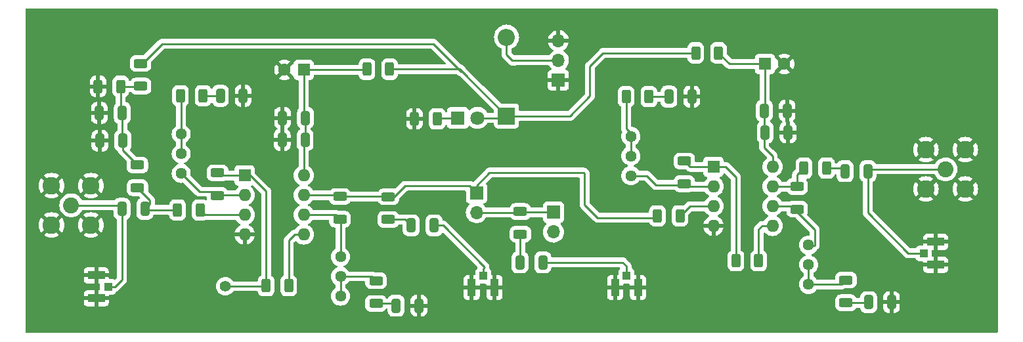
<source format=gbr>
%TF.GenerationSoftware,KiCad,Pcbnew,(6.0.7)*%
%TF.CreationDate,2023-01-05T20:50:53-05:00*%
%TF.ProjectId,Phoenix612_Stage_1_PA_Testing_v1,50686f65-6e69-4783-9631-325f53746167,rev?*%
%TF.SameCoordinates,Original*%
%TF.FileFunction,Copper,L1,Top*%
%TF.FilePolarity,Positive*%
%FSLAX46Y46*%
G04 Gerber Fmt 4.6, Leading zero omitted, Abs format (unit mm)*
G04 Created by KiCad (PCBNEW (6.0.7)) date 2023-01-05 20:50:53*
%MOMM*%
%LPD*%
G01*
G04 APERTURE LIST*
G04 Aperture macros list*
%AMRoundRect*
0 Rectangle with rounded corners*
0 $1 Rounding radius*
0 $2 $3 $4 $5 $6 $7 $8 $9 X,Y pos of 4 corners*
0 Add a 4 corners polygon primitive as box body*
4,1,4,$2,$3,$4,$5,$6,$7,$8,$9,$2,$3,0*
0 Add four circle primitives for the rounded corners*
1,1,$1+$1,$2,$3*
1,1,$1+$1,$4,$5*
1,1,$1+$1,$6,$7*
1,1,$1+$1,$8,$9*
0 Add four rect primitives between the rounded corners*
20,1,$1+$1,$2,$3,$4,$5,0*
20,1,$1+$1,$4,$5,$6,$7,0*
20,1,$1+$1,$6,$7,$8,$9,0*
20,1,$1+$1,$8,$9,$2,$3,0*%
G04 Aperture macros list end*
%TA.AperFunction,SMDPad,CuDef*%
%ADD10RoundRect,0.250000X0.625000X-0.312500X0.625000X0.312500X-0.625000X0.312500X-0.625000X-0.312500X0*%
%TD*%
%TA.AperFunction,ComponentPad*%
%ADD11R,2.200000X2.200000*%
%TD*%
%TA.AperFunction,ComponentPad*%
%ADD12O,2.200000X2.200000*%
%TD*%
%TA.AperFunction,SMDPad,CuDef*%
%ADD13RoundRect,0.250000X0.325000X0.650000X-0.325000X0.650000X-0.325000X-0.650000X0.325000X-0.650000X0*%
%TD*%
%TA.AperFunction,SMDPad,CuDef*%
%ADD14R,1.000000X1.050000*%
%TD*%
%TA.AperFunction,SMDPad,CuDef*%
%ADD15R,1.050000X2.200000*%
%TD*%
%TA.AperFunction,ComponentPad*%
%ADD16C,1.400000*%
%TD*%
%TA.AperFunction,SMDPad,CuDef*%
%ADD17R,1.050000X1.000000*%
%TD*%
%TA.AperFunction,SMDPad,CuDef*%
%ADD18R,2.200000X1.050000*%
%TD*%
%TA.AperFunction,ComponentPad*%
%ADD19R,1.700000X1.700000*%
%TD*%
%TA.AperFunction,ComponentPad*%
%ADD20O,1.700000X1.700000*%
%TD*%
%TA.AperFunction,ComponentPad*%
%ADD21R,1.600000X1.600000*%
%TD*%
%TA.AperFunction,ComponentPad*%
%ADD22O,1.600000X1.600000*%
%TD*%
%TA.AperFunction,SMDPad,CuDef*%
%ADD23RoundRect,0.250000X-0.325000X-0.650000X0.325000X-0.650000X0.325000X0.650000X-0.325000X0.650000X0*%
%TD*%
%TA.AperFunction,ComponentPad*%
%ADD24C,1.440000*%
%TD*%
%TA.AperFunction,SMDPad,CuDef*%
%ADD25RoundRect,0.250000X-0.625000X0.312500X-0.625000X-0.312500X0.625000X-0.312500X0.625000X0.312500X0*%
%TD*%
%TA.AperFunction,SMDPad,CuDef*%
%ADD26RoundRect,0.250000X-0.312500X-0.625000X0.312500X-0.625000X0.312500X0.625000X-0.312500X0.625000X0*%
%TD*%
%TA.AperFunction,SMDPad,CuDef*%
%ADD27RoundRect,0.250000X0.312500X0.625000X-0.312500X0.625000X-0.312500X-0.625000X0.312500X-0.625000X0*%
%TD*%
%TA.AperFunction,ComponentPad*%
%ADD28C,1.600000*%
%TD*%
%TA.AperFunction,ComponentPad*%
%ADD29C,2.050000*%
%TD*%
%TA.AperFunction,ComponentPad*%
%ADD30C,2.250000*%
%TD*%
%TA.AperFunction,ComponentPad*%
%ADD31R,1.800000X1.800000*%
%TD*%
%TA.AperFunction,ComponentPad*%
%ADD32C,1.800000*%
%TD*%
%TA.AperFunction,Conductor*%
%ADD33C,0.250000*%
%TD*%
G04 APERTURE END LIST*
D10*
%TO.P,R8,1*%
%TO.N,Net-(R8-Pad1)*%
X42354500Y-43740800D03*
%TO.P,R8,2*%
%TO.N,Net-(R8-Pad2)*%
X42354500Y-40815800D03*
%TD*%
D11*
%TO.P,D1,1,K*%
%TO.N,TX12V*%
X79616300Y-33464500D03*
D12*
%TO.P,D1,2,A*%
%TO.N,Net-(D1-Pad2)*%
X79616300Y-23304500D03*
%TD*%
D13*
%TO.P,C4,1*%
%TO.N,Net-(C2-Pad1)*%
X53633900Y-36563300D03*
%TO.P,C4,2*%
%TO.N,GND*%
X50683900Y-36563300D03*
%TD*%
D10*
%TO.P,R14,1*%
%TO.N,Net-(R14-Pad1)*%
X102527100Y-42216800D03*
%TO.P,R14,2*%
%TO.N,Net-(R14-Pad2)*%
X102527100Y-39291800D03*
%TD*%
D14*
%TO.P,U6,1*%
%TO.N,Net-(U6-Pad1)*%
X95084900Y-54088300D03*
D15*
%TO.P,U6,2*%
%TO.N,GND*%
X93609900Y-55613300D03*
%TO.P,U6,3*%
X96559900Y-55613300D03*
%TD*%
D16*
%TO.P,TP1,1,1*%
%TO.N,Net-(R8-Pad2)*%
X43345100Y-55435500D03*
%TD*%
D17*
%TO.P,U3,1*%
%TO.N,Net-(C6-Pad1)*%
X28232100Y-55511700D03*
D18*
%TO.P,U3,2*%
%TO.N,GND*%
X26707100Y-54036700D03*
%TO.P,U3,3*%
X26707100Y-56986700D03*
%TD*%
D19*
%TO.P,J3,1,Pin_1*%
%TO.N,Net-(R14-Pad2)*%
X85661500Y-45905500D03*
D20*
%TO.P,J3,2,Pin_2*%
%TO.N,Net-(R17-Pad1)*%
X85661500Y-48445500D03*
%TD*%
D21*
%TO.P,U1,1,OutA*%
%TO.N,Net-(R8-Pad2)*%
X45844300Y-41145300D03*
D22*
%TO.P,U1,2,InA-*%
%TO.N,Net-(R8-Pad1)*%
X45844300Y-43685300D03*
%TO.P,U1,3,InA+*%
%TO.N,Net-(R3-Pad2)*%
X45844300Y-46225300D03*
%TO.P,U1,4,V-*%
%TO.N,GND*%
X45844300Y-48765300D03*
%TO.P,U1,5,InB+*%
%TO.N,Net-(R9-Pad2)*%
X53464300Y-48765300D03*
%TO.P,U1,6,InB-*%
%TO.N,Net-(R11-Pad2)*%
X53464300Y-46225300D03*
%TO.P,U1,7,OutB*%
%TO.N,Net-(R11-Pad1)*%
X53464300Y-43685300D03*
%TO.P,U1,8,V+*%
%TO.N,Net-(C2-Pad1)*%
X53464300Y-41145300D03*
%TD*%
D23*
%TO.P,C12,1*%
%TO.N,Net-(C12-Pad1)*%
X65365100Y-57950100D03*
%TO.P,C12,2*%
%TO.N,GND*%
X68315100Y-57950100D03*
%TD*%
D19*
%TO.P,J2,1,Pin_1*%
%TO.N,Net-(R11-Pad1)*%
X75730100Y-43390900D03*
D20*
%TO.P,J2,2,Pin_2*%
%TO.N,Net-(R14-Pad2)*%
X75730100Y-45930900D03*
%TD*%
D23*
%TO.P,C7,1*%
%TO.N,Net-(C10-Pad1)*%
X112837700Y-32804100D03*
%TO.P,C7,2*%
%TO.N,GND*%
X115787700Y-32804100D03*
%TD*%
%TO.P,C14,1*%
%TO.N,Net-(C14-Pad1)*%
X126299700Y-57492900D03*
%TO.P,C14,2*%
%TO.N,GND*%
X129249700Y-57492900D03*
%TD*%
D24*
%TO.P,RV3,1,1*%
%TO.N,Net-(R14-Pad1)*%
X95643700Y-41170700D03*
%TO.P,RV3,2,2*%
%TO.N,Net-(R13-Pad1)*%
X95643700Y-38630700D03*
%TO.P,RV3,3,3*%
X95643700Y-36090700D03*
%TD*%
D25*
%TO.P,R10,1*%
%TO.N,Net-(R10-Pad1)*%
X62776100Y-54724300D03*
%TO.P,R10,2*%
%TO.N,Net-(C12-Pad1)*%
X62776100Y-57649300D03*
%TD*%
%TO.P,R16,1*%
%TO.N,Net-(R16-Pad1)*%
X123380500Y-54633400D03*
%TO.P,R16,2*%
%TO.N,Net-(C14-Pad1)*%
X123380500Y-57558400D03*
%TD*%
D26*
%TO.P,R15,1*%
%TO.N,Net-(R14-Pad2)*%
X109192600Y-52133500D03*
%TO.P,R15,2*%
%TO.N,Net-(R15-Pad2)*%
X112117600Y-52133500D03*
%TD*%
%TO.P,R9,1*%
%TO.N,Net-(R8-Pad2)*%
X48602900Y-55359300D03*
%TO.P,R9,2*%
%TO.N,Net-(R9-Pad2)*%
X51527900Y-55359300D03*
%TD*%
D23*
%TO.P,C15,1*%
%TO.N,Net-(C15-Pad1)*%
X67320900Y-47586900D03*
%TO.P,C15,2*%
%TO.N,Net-(C15-Pad2)*%
X70270900Y-47586900D03*
%TD*%
%TO.P,C1,1*%
%TO.N,Net-(R18-Pad2)*%
X123253500Y-40601900D03*
%TO.P,C1,2*%
%TO.N,Net-(J5-Pad1)*%
X126203500Y-40601900D03*
%TD*%
D27*
%TO.P,R5,1*%
%TO.N,Net-(C11-Pad1)*%
X29872400Y-29654500D03*
%TO.P,R5,2*%
%TO.N,GND*%
X26947400Y-29654500D03*
%TD*%
D13*
%TO.P,C16,1*%
%TO.N,Net-(U6-Pad1)*%
X84291700Y-52362100D03*
%TO.P,C16,2*%
%TO.N,Net-(C16-Pad2)*%
X81341700Y-52362100D03*
%TD*%
D23*
%TO.P,C8,1*%
%TO.N,Net-(C8-Pad1)*%
X42708300Y-30873700D03*
%TO.P,C8,2*%
%TO.N,GND*%
X45658300Y-30873700D03*
%TD*%
D24*
%TO.P,RV2,1,1*%
%TO.N,Net-(R11-Pad2)*%
X58204100Y-51625500D03*
%TO.P,RV2,2,2*%
%TO.N,Net-(R10-Pad1)*%
X58204100Y-54165500D03*
%TO.P,RV2,3,3*%
X58204100Y-56705500D03*
%TD*%
D13*
%TO.P,C11,1*%
%TO.N,Net-(C11-Pad1)*%
X30062700Y-33083500D03*
%TO.P,C11,2*%
%TO.N,GND*%
X27112700Y-33083500D03*
%TD*%
%TO.P,C5,1*%
%TO.N,Net-(C11-Pad1)*%
X30138900Y-36664900D03*
%TO.P,C5,2*%
%TO.N,GND*%
X27188900Y-36664900D03*
%TD*%
D10*
%TO.P,R7,1*%
%TO.N,Net-(C6-Pad2)*%
X32016700Y-42724800D03*
%TO.P,R7,2*%
%TO.N,Net-(C11-Pad1)*%
X32016700Y-39799800D03*
%TD*%
D23*
%TO.P,C6,1*%
%TO.N,Net-(C6-Pad1)*%
X30033700Y-45453300D03*
%TO.P,C6,2*%
%TO.N,Net-(C6-Pad2)*%
X32983700Y-45453300D03*
%TD*%
D26*
%TO.P,R3,1*%
%TO.N,Net-(C6-Pad2)*%
X37183600Y-45605700D03*
%TO.P,R3,2*%
%TO.N,Net-(R3-Pad2)*%
X40108600Y-45605700D03*
%TD*%
D14*
%TO.P,U4,1*%
%TO.N,Net-(C15-Pad2)*%
X76591900Y-54088300D03*
D15*
%TO.P,U4,2*%
%TO.N,GND*%
X75116900Y-55613300D03*
%TO.P,U4,3*%
X78066900Y-55613300D03*
%TD*%
D24*
%TO.P,RV1,1,1*%
%TO.N,Net-(R8-Pad1)*%
X37655500Y-40881300D03*
%TO.P,RV1,2,2*%
%TO.N,Net-(R6-Pad1)*%
X37655500Y-38341300D03*
%TO.P,RV1,3,3*%
X37655500Y-35801300D03*
%TD*%
D25*
%TO.P,R20,1*%
%TO.N,Net-(R11-Pad1)*%
X64376300Y-43889200D03*
%TO.P,R20,2*%
%TO.N,Net-(C15-Pad1)*%
X64376300Y-46814200D03*
%TD*%
D26*
%TO.P,R2,1*%
%TO.N,TX12V*%
X104011000Y-25336500D03*
%TO.P,R2,2*%
%TO.N,Net-(C10-Pad1)*%
X106936000Y-25336500D03*
%TD*%
D13*
%TO.P,C2,1*%
%TO.N,Net-(C2-Pad1)*%
X53684700Y-33718500D03*
%TO.P,C2,2*%
%TO.N,GND*%
X50734700Y-33718500D03*
%TD*%
D26*
%TO.P,R18,1*%
%TO.N,Net-(R17-Pad1)*%
X117955600Y-40195500D03*
%TO.P,R18,2*%
%TO.N,Net-(R18-Pad2)*%
X120880600Y-40195500D03*
%TD*%
D25*
%TO.P,R11,1*%
%TO.N,Net-(R11-Pad1)*%
X58127900Y-43863800D03*
%TO.P,R11,2*%
%TO.N,Net-(R11-Pad2)*%
X58127900Y-46788800D03*
%TD*%
D21*
%TO.P,C9,1*%
%TO.N,Net-(C10-Pad1)*%
X112931449Y-26758900D03*
D28*
%TO.P,C9,2*%
%TO.N,GND*%
X115431449Y-26758900D03*
%TD*%
D25*
%TO.P,R4,1*%
%TO.N,TX12V*%
X32423100Y-26693400D03*
%TO.P,R4,2*%
%TO.N,Net-(C11-Pad1)*%
X32423100Y-29618400D03*
%TD*%
D27*
%TO.P,R19,1*%
%TO.N,Net-(D2-Pad1)*%
X70664800Y-33845500D03*
%TO.P,R19,2*%
%TO.N,GND*%
X67739800Y-33845500D03*
%TD*%
D19*
%TO.P,J4,1,Pin_1*%
%TO.N,GND*%
X86296500Y-28841700D03*
D20*
%TO.P,J4,2,Pin_2*%
%TO.N,Net-(D1-Pad2)*%
X86296500Y-26301700D03*
%TO.P,J4,3,Pin_3*%
%TO.N,GND*%
X86296500Y-23761700D03*
%TD*%
D24*
%TO.P,RV4,1,1*%
%TO.N,Net-(R17-Pad2)*%
X118554500Y-50126900D03*
%TO.P,RV4,2,2*%
%TO.N,Net-(R16-Pad1)*%
X118554500Y-52666900D03*
%TO.P,RV4,3,3*%
X118554500Y-55206900D03*
%TD*%
D29*
%TO.P,J1,1,In*%
%TO.N,Net-(C6-Pad1)*%
X23482300Y-44996100D03*
D30*
%TO.P,J1,2,Ext*%
%TO.N,GND*%
X26022300Y-42456100D03*
X20942300Y-42456100D03*
X20942300Y-47536100D03*
X26022300Y-47536100D03*
%TD*%
D27*
%TO.P,R1,1*%
%TO.N,TX12V*%
X64532700Y-27444700D03*
%TO.P,R1,2*%
%TO.N,Net-(C2-Pad1)*%
X61607700Y-27444700D03*
%TD*%
D31*
%TO.P,D2,1,K*%
%TO.N,Net-(D2-Pad1)*%
X73337500Y-33718500D03*
D32*
%TO.P,D2,2,A*%
%TO.N,TX12V*%
X75877500Y-33718500D03*
%TD*%
D17*
%TO.P,U5,1*%
%TO.N,Net-(J5-Pad1)*%
X133412500Y-51193700D03*
D18*
%TO.P,U5,2*%
%TO.N,GND*%
X134937500Y-52668700D03*
%TO.P,U5,3*%
X134937500Y-49718700D03*
%TD*%
D23*
%TO.P,C13,1*%
%TO.N,Net-(C13-Pad1)*%
X100544100Y-30975300D03*
%TO.P,C13,2*%
%TO.N,GND*%
X103494100Y-30975300D03*
%TD*%
D26*
%TO.P,R6,1*%
%TO.N,Net-(R6-Pad1)*%
X37564600Y-30873700D03*
%TO.P,R6,2*%
%TO.N,Net-(C8-Pad1)*%
X40489600Y-30873700D03*
%TD*%
%TO.P,R13,1*%
%TO.N,Net-(R13-Pad1)*%
X95044800Y-30975300D03*
%TO.P,R13,2*%
%TO.N,Net-(C13-Pad1)*%
X97969800Y-30975300D03*
%TD*%
D25*
%TO.P,R17,1*%
%TO.N,Net-(R17-Pad1)*%
X117081300Y-42568400D03*
%TO.P,R17,2*%
%TO.N,Net-(R17-Pad2)*%
X117081300Y-45493400D03*
%TD*%
D29*
%TO.P,J5,1,In*%
%TO.N,Net-(J5-Pad1)*%
X136232900Y-40347900D03*
D30*
%TO.P,J5,2,Ext*%
%TO.N,GND*%
X133692900Y-37807900D03*
X133692900Y-42887900D03*
X138772900Y-37807900D03*
X138772900Y-42887900D03*
%TD*%
D25*
%TO.P,R21,1*%
%TO.N,Net-(R14-Pad2)*%
X81394300Y-45794200D03*
%TO.P,R21,2*%
%TO.N,Net-(C16-Pad2)*%
X81394300Y-48719200D03*
%TD*%
D23*
%TO.P,C10,1*%
%TO.N,Net-(C10-Pad1)*%
X112964700Y-35598100D03*
%TO.P,C10,2*%
%TO.N,GND*%
X115914700Y-35598100D03*
%TD*%
D21*
%TO.P,U2,1,OutA*%
%TO.N,Net-(R14-Pad2)*%
X106296300Y-40027700D03*
D22*
%TO.P,U2,2,InA-*%
%TO.N,Net-(R14-Pad1)*%
X106296300Y-42567700D03*
%TO.P,U2,3,InA+*%
%TO.N,Net-(U2-Pad3)*%
X106296300Y-45107700D03*
%TO.P,U2,4,V-*%
%TO.N,GND*%
X106296300Y-47647700D03*
%TO.P,U2,5,InB+*%
%TO.N,Net-(R15-Pad2)*%
X113916300Y-47647700D03*
%TO.P,U2,6,InB-*%
%TO.N,Net-(R17-Pad2)*%
X113916300Y-45107700D03*
%TO.P,U2,7,OutB*%
%TO.N,Net-(R17-Pad1)*%
X113916300Y-42567700D03*
%TO.P,U2,8,V+*%
%TO.N,Net-(C10-Pad1)*%
X113916300Y-40027700D03*
%TD*%
D21*
%TO.P,C3,1*%
%TO.N,Net-(C2-Pad1)*%
X53463951Y-27520900D03*
D28*
%TO.P,C3,2*%
%TO.N,GND*%
X50963951Y-27520900D03*
%TD*%
D26*
%TO.P,R12,1*%
%TO.N,Net-(R11-Pad1)*%
X99058000Y-46367700D03*
%TO.P,R12,2*%
%TO.N,Net-(U2-Pad3)*%
X101983000Y-46367700D03*
%TD*%
D33*
%TO.N,TX12V*%
X35191700Y-24168100D02*
X70192900Y-24168100D01*
X75877500Y-33718500D02*
X79362300Y-33718500D01*
X90360500Y-30899100D02*
X90360500Y-27038300D01*
X90360500Y-27038300D02*
X92062300Y-25336500D01*
X73596500Y-27444700D02*
X73863200Y-27711400D01*
X32666400Y-26693400D02*
X35191700Y-24168100D01*
X70192900Y-24168100D02*
X73736200Y-27711400D01*
X32423100Y-26693400D02*
X32666400Y-26693400D01*
X79362300Y-33718500D02*
X79616300Y-33464500D01*
X92062300Y-25336500D02*
X104011000Y-25336500D01*
X87795100Y-33464500D02*
X90360500Y-30899100D01*
X79616300Y-33464500D02*
X87795100Y-33464500D01*
X73736200Y-27711400D02*
X73863200Y-27711400D01*
X64532700Y-27444700D02*
X73596500Y-27444700D01*
X73863200Y-27711400D02*
X79616300Y-33464500D01*
%TO.N,Net-(C11-Pad1)*%
X29872400Y-32893200D02*
X30062700Y-33083500D01*
X32423100Y-29618400D02*
X32387000Y-29654500D01*
X32387000Y-29654500D02*
X29872400Y-29654500D01*
X30062700Y-33083500D02*
X30062700Y-36588700D01*
X30062700Y-36588700D02*
X30138900Y-36664900D01*
X29872400Y-29654500D02*
X29872400Y-32893200D01*
X30138900Y-36664900D02*
X30138900Y-37922000D01*
X30138900Y-37922000D02*
X32016700Y-39799800D01*
%TO.N,Net-(C6-Pad1)*%
X29095700Y-55511700D02*
X28232100Y-55511700D01*
X30033700Y-54573700D02*
X29095700Y-55511700D01*
X30033700Y-45453300D02*
X30033700Y-54573700D01*
X30033700Y-45453300D02*
X29576500Y-44996100D01*
X29576500Y-44996100D02*
X23482300Y-44996100D01*
%TO.N,Net-(C6-Pad2)*%
X32983700Y-45453300D02*
X33136100Y-45605700D01*
X33616900Y-44820100D02*
X32983700Y-45453300D01*
X33136100Y-45605700D02*
X37183600Y-45605700D01*
X32016700Y-42724800D02*
X32016700Y-42735500D01*
X32016700Y-42735500D02*
X33616900Y-44335700D01*
X33616900Y-44335700D02*
X33616900Y-44820100D01*
%TO.N,Net-(C8-Pad1)*%
X40489600Y-30873700D02*
X42708300Y-30873700D01*
%TO.N,Net-(C12-Pad1)*%
X65064300Y-57649300D02*
X65365100Y-57950100D01*
X62776100Y-57649300D02*
X65064300Y-57649300D01*
%TO.N,Net-(C13-Pad1)*%
X97969800Y-30975300D02*
X100544100Y-30975300D01*
%TO.N,Net-(C14-Pad1)*%
X126234200Y-57558400D02*
X126299700Y-57492900D01*
X123380500Y-57558400D02*
X126234200Y-57558400D01*
%TO.N,Net-(C15-Pad2)*%
X71412100Y-47586900D02*
X76771500Y-52946300D01*
X76591900Y-53125900D02*
X76591900Y-54088300D01*
X76771500Y-52946300D02*
X76591900Y-53125900D01*
X70270900Y-47586900D02*
X71412100Y-47586900D01*
%TO.N,Net-(C16-Pad2)*%
X81394300Y-48719200D02*
X81394300Y-52309500D01*
X81394300Y-52309500D02*
X81341700Y-52362100D01*
%TO.N,Net-(D1-Pad2)*%
X80657700Y-26327100D02*
X80683100Y-26301700D01*
X79616300Y-25565100D02*
X80378300Y-26327100D01*
X79616300Y-23304500D02*
X79616300Y-25565100D01*
X80683100Y-26301700D02*
X86296500Y-26301700D01*
X80378300Y-26327100D02*
X80657700Y-26327100D01*
%TO.N,Net-(D2-Pad1)*%
X70791800Y-33718500D02*
X73337500Y-33718500D01*
X70664800Y-33845500D02*
X70791800Y-33718500D01*
%TO.N,Net-(R11-Pad1)*%
X66535300Y-42481500D02*
X74820700Y-42481500D01*
X64376300Y-43889200D02*
X65127600Y-43889200D01*
X89674700Y-40906700D02*
X89674700Y-44894500D01*
X91376500Y-46596300D02*
X98829400Y-46596300D01*
X64350900Y-43863800D02*
X64376300Y-43889200D01*
X74820700Y-42481500D02*
X75730100Y-43390900D01*
X75730100Y-42456100D02*
X77406500Y-40779700D01*
X89547700Y-40779700D02*
X89674700Y-40906700D01*
X77406500Y-40779700D02*
X89547700Y-40779700D01*
X57949400Y-43685300D02*
X58127900Y-43863800D01*
X89674700Y-44894500D02*
X91376500Y-46596300D01*
X75730100Y-43390900D02*
X75730100Y-42456100D01*
X53464300Y-43685300D02*
X57949400Y-43685300D01*
X65127600Y-43889200D02*
X66535300Y-42481500D01*
X98829400Y-46596300D02*
X99058000Y-46367700D01*
X58127900Y-43863800D02*
X64350900Y-43863800D01*
%TO.N,Net-(R14-Pad2)*%
X75730100Y-45930900D02*
X81257600Y-45930900D01*
X81257600Y-45930900D02*
X81394300Y-45794200D01*
X107820300Y-40027700D02*
X109192600Y-41400000D01*
X109192600Y-41400000D02*
X109192600Y-52133500D01*
X81394300Y-45794200D02*
X81505600Y-45905500D01*
X81505600Y-45905500D02*
X85661500Y-45905500D01*
X103263000Y-40027700D02*
X106296300Y-40027700D01*
X106296300Y-40027700D02*
X107820300Y-40027700D01*
X102527100Y-39291800D02*
X103263000Y-40027700D01*
%TO.N,Net-(R17-Pad1)*%
X117081300Y-42568400D02*
X117081300Y-41069800D01*
X117081300Y-41069800D02*
X117955600Y-40195500D01*
X117080600Y-42567700D02*
X117081300Y-42568400D01*
X113916300Y-42567700D02*
X117080600Y-42567700D01*
%TO.N,Net-(J5-Pad1)*%
X131406900Y-51193700D02*
X126203500Y-45990300D01*
X126203500Y-40601900D02*
X126457500Y-40347900D01*
X126203500Y-45990300D02*
X126203500Y-40601900D01*
X126457500Y-40347900D02*
X136232900Y-40347900D01*
X133412500Y-51193700D02*
X131406900Y-51193700D01*
%TO.N,Net-(R3-Pad2)*%
X45844300Y-46225300D02*
X40728200Y-46225300D01*
X40728200Y-46225300D02*
X40108600Y-45605700D01*
%TO.N,Net-(R6-Pad1)*%
X37564600Y-30873700D02*
X37655500Y-30964600D01*
X37655500Y-35801300D02*
X37655500Y-38341300D01*
X37655500Y-30964600D02*
X37655500Y-35801300D01*
%TO.N,Net-(R8-Pad1)*%
X37655500Y-40881300D02*
X40017700Y-43243500D01*
X40017700Y-43243500D02*
X41857200Y-43243500D01*
X42410000Y-43685300D02*
X45844300Y-43685300D01*
X42354500Y-43740800D02*
X42410000Y-43685300D01*
X41857200Y-43243500D02*
X42354500Y-43740800D01*
%TO.N,Net-(R8-Pad2)*%
X48526700Y-55435500D02*
X48602900Y-55359300D01*
X48602900Y-43167300D02*
X48602900Y-55359300D01*
X46580900Y-41145300D02*
X48602900Y-43167300D01*
X45844300Y-41145300D02*
X46580900Y-41145300D01*
X43345100Y-55435500D02*
X48526700Y-55435500D01*
X42354500Y-40815800D02*
X42684000Y-41145300D01*
X42684000Y-41145300D02*
X45844300Y-41145300D01*
%TO.N,Net-(R9-Pad2)*%
X52301300Y-48765300D02*
X53464300Y-48765300D01*
X51527900Y-49538700D02*
X52301300Y-48765300D01*
X51527900Y-55359300D02*
X51527900Y-49538700D01*
%TO.N,Net-(R10-Pad1)*%
X58204100Y-54165500D02*
X58204100Y-56705500D01*
X62217300Y-54165500D02*
X62776100Y-54724300D01*
X58204100Y-54165500D02*
X62217300Y-54165500D01*
%TO.N,Net-(R11-Pad2)*%
X57564400Y-46225300D02*
X58127900Y-46788800D01*
X58127900Y-46788800D02*
X58204100Y-46865000D01*
X53464300Y-46225300D02*
X57564400Y-46225300D01*
X58204100Y-46865000D02*
X58204100Y-51625500D01*
%TO.N,Net-(U2-Pad3)*%
X101983000Y-46367700D02*
X103243000Y-45107700D01*
X103243000Y-45107700D02*
X106296300Y-45107700D01*
%TO.N,Net-(R13-Pad1)*%
X95643700Y-38630700D02*
X95643700Y-36090700D01*
X95643700Y-35729100D02*
X95643700Y-36090700D01*
X95044800Y-35130200D02*
X95643700Y-35729100D01*
X95044800Y-30975300D02*
X95044800Y-35130200D01*
%TO.N,Net-(R14-Pad1)*%
X102527100Y-42216800D02*
X102878000Y-42567700D01*
X98844100Y-42354500D02*
X102389400Y-42354500D01*
X97660300Y-41170700D02*
X98844100Y-42354500D01*
X95643700Y-41170700D02*
X97660300Y-41170700D01*
X102878000Y-42567700D02*
X106296300Y-42567700D01*
X102389400Y-42354500D02*
X102527100Y-42216800D01*
%TO.N,Net-(R15-Pad2)*%
X112117600Y-52133500D02*
X112117600Y-48105600D01*
X112117600Y-48105600D02*
X112575500Y-47647700D01*
X112575500Y-47647700D02*
X113916300Y-47647700D01*
%TO.N,Net-(R16-Pad1)*%
X122807000Y-55206900D02*
X118554500Y-55206900D01*
X123380500Y-54633400D02*
X122807000Y-55206900D01*
X118554500Y-52666900D02*
X118554500Y-55206900D01*
%TO.N,Net-(R17-Pad2)*%
X118579900Y-50152300D02*
X118554500Y-50126900D01*
X117081300Y-45885100D02*
X119341900Y-48145700D01*
X119341900Y-50152300D02*
X118579900Y-50152300D01*
X117081300Y-45493400D02*
X117081300Y-45885100D01*
X119341900Y-48145700D02*
X119341900Y-50152300D01*
X116695600Y-45107700D02*
X117081300Y-45493400D01*
X113916300Y-45107700D02*
X116695600Y-45107700D01*
%TO.N,Net-(R18-Pad2)*%
X120880600Y-40195500D02*
X122847100Y-40195500D01*
X122847100Y-40195500D02*
X123253500Y-40601900D01*
%TO.N,Net-(C15-Pad1)*%
X66548200Y-46814200D02*
X67320900Y-47586900D01*
X64376300Y-46814200D02*
X66548200Y-46814200D01*
%TO.N,Net-(U6-Pad1)*%
X94602300Y-52362100D02*
X95084900Y-52844700D01*
X95084900Y-52844700D02*
X95084900Y-54088300D01*
X84291700Y-52362100D02*
X94602300Y-52362100D01*
%TO.N,Net-(C2-Pad1)*%
X53464300Y-36732900D02*
X53464300Y-41145300D01*
X53463951Y-33497751D02*
X53684700Y-33718500D01*
X61531500Y-27520900D02*
X61607700Y-27444700D01*
X53633900Y-36563300D02*
X53464300Y-36732900D01*
X53463951Y-27520900D02*
X53463951Y-33497751D01*
X53684700Y-36512500D02*
X53633900Y-36563300D01*
X53463951Y-27520900D02*
X61531500Y-27520900D01*
X53684700Y-33718500D02*
X53684700Y-36512500D01*
%TO.N,Net-(C10-Pad1)*%
X108358400Y-26758900D02*
X112931449Y-26758900D01*
X112814100Y-37553900D02*
X112814100Y-35748700D01*
X113916300Y-40027700D02*
X113916300Y-38656100D01*
X113916300Y-38656100D02*
X112814100Y-37553900D01*
X112837700Y-35471100D02*
X112964700Y-35598100D01*
X106936000Y-25336500D02*
X108358400Y-26758900D01*
X112814100Y-35748700D02*
X112964700Y-35598100D01*
X112837700Y-32804100D02*
X112837700Y-35471100D01*
X112931449Y-26758900D02*
X112931449Y-32710351D01*
X112931449Y-32710351D02*
X112837700Y-32804100D01*
%TD*%
%TA.AperFunction,Conductor*%
%TO.N,GND*%
G36*
X142905521Y-19667402D02*
G01*
X142952014Y-19721058D01*
X142963400Y-19773400D01*
X142963400Y-61328800D01*
X142943398Y-61396921D01*
X142889742Y-61443414D01*
X142837400Y-61454800D01*
X17690600Y-61454800D01*
X17622479Y-61434798D01*
X17575986Y-61381142D01*
X17564600Y-61328800D01*
X17564600Y-57556369D01*
X25099101Y-57556369D01*
X25099471Y-57563190D01*
X25104995Y-57614052D01*
X25108621Y-57629304D01*
X25153776Y-57749754D01*
X25162314Y-57765349D01*
X25238815Y-57867424D01*
X25251376Y-57879985D01*
X25353451Y-57956486D01*
X25369046Y-57965024D01*
X25489494Y-58010178D01*
X25504749Y-58013805D01*
X25555614Y-58019331D01*
X25562428Y-58019700D01*
X26434985Y-58019700D01*
X26450224Y-58015225D01*
X26451429Y-58013835D01*
X26453100Y-58006152D01*
X26453100Y-58001584D01*
X26961100Y-58001584D01*
X26965575Y-58016823D01*
X26966965Y-58018028D01*
X26974648Y-58019699D01*
X27851769Y-58019699D01*
X27858590Y-58019329D01*
X27909452Y-58013805D01*
X27916203Y-58012200D01*
X61392600Y-58012200D01*
X61392937Y-58015446D01*
X61392937Y-58015450D01*
X61393340Y-58019329D01*
X61403574Y-58117966D01*
X61459550Y-58285746D01*
X61552622Y-58436148D01*
X61677797Y-58561105D01*
X61684027Y-58564945D01*
X61684028Y-58564946D01*
X61821190Y-58649494D01*
X61828362Y-58653915D01*
X61908105Y-58680364D01*
X61989711Y-58707432D01*
X61989713Y-58707432D01*
X61996239Y-58709597D01*
X62003075Y-58710297D01*
X62003078Y-58710298D01*
X62046131Y-58714709D01*
X62100700Y-58720300D01*
X63451500Y-58720300D01*
X63454746Y-58719963D01*
X63454750Y-58719963D01*
X63550408Y-58710038D01*
X63550412Y-58710037D01*
X63557266Y-58709326D01*
X63563802Y-58707145D01*
X63563804Y-58707145D01*
X63695906Y-58663072D01*
X63725046Y-58653350D01*
X63875448Y-58560278D01*
X64000405Y-58435103D01*
X64048341Y-58357338D01*
X64101112Y-58309845D01*
X64171184Y-58298421D01*
X64236308Y-58326695D01*
X64275807Y-58385689D01*
X64281600Y-58423454D01*
X64281600Y-58650500D01*
X64281937Y-58653746D01*
X64281937Y-58653750D01*
X64291852Y-58749306D01*
X64292574Y-58756266D01*
X64294755Y-58762802D01*
X64294755Y-58762804D01*
X64319432Y-58836768D01*
X64348550Y-58924046D01*
X64441622Y-59074448D01*
X64566797Y-59199405D01*
X64573027Y-59203245D01*
X64573028Y-59203246D01*
X64710388Y-59287916D01*
X64717362Y-59292215D01*
X64797105Y-59318664D01*
X64878711Y-59345732D01*
X64878713Y-59345732D01*
X64885239Y-59347897D01*
X64892075Y-59348597D01*
X64892078Y-59348598D01*
X64935131Y-59353009D01*
X64989700Y-59358600D01*
X65740500Y-59358600D01*
X65743746Y-59358263D01*
X65743750Y-59358263D01*
X65839408Y-59348338D01*
X65839412Y-59348337D01*
X65846266Y-59347626D01*
X65852802Y-59345445D01*
X65852804Y-59345445D01*
X65984906Y-59301372D01*
X66014046Y-59291650D01*
X66164448Y-59198578D01*
X66289405Y-59073403D01*
X66382215Y-58922838D01*
X66437897Y-58754961D01*
X66438811Y-58746046D01*
X66448267Y-58653750D01*
X66448600Y-58650500D01*
X66448600Y-58647195D01*
X67232101Y-58647195D01*
X67232438Y-58653714D01*
X67242357Y-58749306D01*
X67245249Y-58762700D01*
X67296688Y-58916884D01*
X67302861Y-58930062D01*
X67388163Y-59067907D01*
X67397199Y-59079308D01*
X67511929Y-59193839D01*
X67523340Y-59202851D01*
X67661343Y-59287916D01*
X67674524Y-59294063D01*
X67828810Y-59345238D01*
X67842186Y-59348105D01*
X67936538Y-59357772D01*
X67942954Y-59358100D01*
X68042985Y-59358100D01*
X68058224Y-59353625D01*
X68059429Y-59352235D01*
X68061100Y-59344552D01*
X68061100Y-59339984D01*
X68569100Y-59339984D01*
X68573575Y-59355223D01*
X68574965Y-59356428D01*
X68582648Y-59358099D01*
X68687195Y-59358099D01*
X68693714Y-59357762D01*
X68789306Y-59347843D01*
X68802700Y-59344951D01*
X68956884Y-59293512D01*
X68970062Y-59287339D01*
X69107907Y-59202037D01*
X69119308Y-59193001D01*
X69233839Y-59078271D01*
X69242851Y-59066860D01*
X69327916Y-58928857D01*
X69334063Y-58915676D01*
X69385238Y-58761390D01*
X69388105Y-58748014D01*
X69397772Y-58653662D01*
X69398100Y-58647246D01*
X69398100Y-58222215D01*
X69393625Y-58206976D01*
X69392235Y-58205771D01*
X69384552Y-58204100D01*
X68587215Y-58204100D01*
X68571976Y-58208575D01*
X68570771Y-58209965D01*
X68569100Y-58217648D01*
X68569100Y-59339984D01*
X68061100Y-59339984D01*
X68061100Y-58222215D01*
X68056625Y-58206976D01*
X68055235Y-58205771D01*
X68047552Y-58204100D01*
X67250216Y-58204100D01*
X67234977Y-58208575D01*
X67233772Y-58209965D01*
X67232101Y-58217648D01*
X67232101Y-58647195D01*
X66448600Y-58647195D01*
X66448600Y-57921300D01*
X121997000Y-57921300D01*
X121997337Y-57924546D01*
X121997337Y-57924550D01*
X122007210Y-58019700D01*
X122007974Y-58027066D01*
X122063950Y-58194846D01*
X122157022Y-58345248D01*
X122282197Y-58470205D01*
X122288427Y-58474045D01*
X122288428Y-58474046D01*
X122425590Y-58558594D01*
X122432762Y-58563015D01*
X122512505Y-58589464D01*
X122594111Y-58616532D01*
X122594113Y-58616532D01*
X122600639Y-58618697D01*
X122607475Y-58619397D01*
X122607478Y-58619398D01*
X122650531Y-58623809D01*
X122705100Y-58629400D01*
X124055900Y-58629400D01*
X124059146Y-58629063D01*
X124059150Y-58629063D01*
X124154808Y-58619138D01*
X124154812Y-58619137D01*
X124161666Y-58618426D01*
X124168202Y-58616245D01*
X124168204Y-58616245D01*
X124300306Y-58572172D01*
X124329446Y-58562450D01*
X124479848Y-58469378D01*
X124489312Y-58459898D01*
X124599634Y-58349383D01*
X124604805Y-58344203D01*
X124629470Y-58304190D01*
X124641583Y-58284538D01*
X124661773Y-58251784D01*
X124714545Y-58204291D01*
X124769033Y-58191900D01*
X125103106Y-58191900D01*
X125171227Y-58211902D01*
X125217720Y-58265558D01*
X125226267Y-58291304D01*
X125226463Y-58292210D01*
X125227174Y-58299066D01*
X125283150Y-58466846D01*
X125376222Y-58617248D01*
X125501397Y-58742205D01*
X125507627Y-58746045D01*
X125507628Y-58746046D01*
X125644988Y-58830716D01*
X125651962Y-58835015D01*
X125731705Y-58861464D01*
X125813311Y-58888532D01*
X125813313Y-58888532D01*
X125819839Y-58890697D01*
X125826675Y-58891397D01*
X125826678Y-58891398D01*
X125869731Y-58895809D01*
X125924300Y-58901400D01*
X126675100Y-58901400D01*
X126678346Y-58901063D01*
X126678350Y-58901063D01*
X126774008Y-58891138D01*
X126774012Y-58891137D01*
X126780866Y-58890426D01*
X126787402Y-58888245D01*
X126787404Y-58888245D01*
X126919506Y-58844172D01*
X126948646Y-58834450D01*
X127099048Y-58741378D01*
X127224005Y-58616203D01*
X127228038Y-58609660D01*
X127312975Y-58471868D01*
X127312976Y-58471866D01*
X127316815Y-58465638D01*
X127372497Y-58297761D01*
X127375797Y-58265558D01*
X127381294Y-58211902D01*
X127383200Y-58193300D01*
X127383200Y-58189995D01*
X128166701Y-58189995D01*
X128167038Y-58196514D01*
X128176957Y-58292106D01*
X128179849Y-58305500D01*
X128231288Y-58459684D01*
X128237461Y-58472862D01*
X128322763Y-58610707D01*
X128331799Y-58622108D01*
X128446529Y-58736639D01*
X128457940Y-58745651D01*
X128595943Y-58830716D01*
X128609124Y-58836863D01*
X128763410Y-58888038D01*
X128776786Y-58890905D01*
X128871138Y-58900572D01*
X128877554Y-58900900D01*
X128977585Y-58900900D01*
X128992824Y-58896425D01*
X128994029Y-58895035D01*
X128995700Y-58887352D01*
X128995700Y-58882784D01*
X129503700Y-58882784D01*
X129508175Y-58898023D01*
X129509565Y-58899228D01*
X129517248Y-58900899D01*
X129621795Y-58900899D01*
X129628314Y-58900562D01*
X129723906Y-58890643D01*
X129737300Y-58887751D01*
X129891484Y-58836312D01*
X129904662Y-58830139D01*
X130042507Y-58744837D01*
X130053908Y-58735801D01*
X130168439Y-58621071D01*
X130177451Y-58609660D01*
X130262516Y-58471657D01*
X130268663Y-58458476D01*
X130319838Y-58304190D01*
X130322705Y-58290814D01*
X130332372Y-58196462D01*
X130332700Y-58190046D01*
X130332700Y-57765015D01*
X130328225Y-57749776D01*
X130326835Y-57748571D01*
X130319152Y-57746900D01*
X129521815Y-57746900D01*
X129506576Y-57751375D01*
X129505371Y-57752765D01*
X129503700Y-57760448D01*
X129503700Y-58882784D01*
X128995700Y-58882784D01*
X128995700Y-57765015D01*
X128991225Y-57749776D01*
X128989835Y-57748571D01*
X128982152Y-57746900D01*
X128184816Y-57746900D01*
X128169577Y-57751375D01*
X128168372Y-57752765D01*
X128166701Y-57760448D01*
X128166701Y-58189995D01*
X127383200Y-58189995D01*
X127383200Y-57220785D01*
X128166700Y-57220785D01*
X128171175Y-57236024D01*
X128172565Y-57237229D01*
X128180248Y-57238900D01*
X128977585Y-57238900D01*
X128992824Y-57234425D01*
X128994029Y-57233035D01*
X128995700Y-57225352D01*
X128995700Y-57220785D01*
X129503700Y-57220785D01*
X129508175Y-57236024D01*
X129509565Y-57237229D01*
X129517248Y-57238900D01*
X130314584Y-57238900D01*
X130329823Y-57234425D01*
X130331028Y-57233035D01*
X130332699Y-57225352D01*
X130332699Y-56795805D01*
X130332362Y-56789286D01*
X130322443Y-56693694D01*
X130319551Y-56680300D01*
X130268112Y-56526116D01*
X130261939Y-56512938D01*
X130176637Y-56375093D01*
X130167601Y-56363692D01*
X130052871Y-56249161D01*
X130041460Y-56240149D01*
X129903457Y-56155084D01*
X129890276Y-56148937D01*
X129735990Y-56097762D01*
X129722614Y-56094895D01*
X129628262Y-56085228D01*
X129621845Y-56084900D01*
X129521815Y-56084900D01*
X129506576Y-56089375D01*
X129505371Y-56090765D01*
X129503700Y-56098448D01*
X129503700Y-57220785D01*
X128995700Y-57220785D01*
X128995700Y-56103016D01*
X128991225Y-56087777D01*
X128989835Y-56086572D01*
X128982152Y-56084901D01*
X128877605Y-56084901D01*
X128871086Y-56085238D01*
X128775494Y-56095157D01*
X128762100Y-56098049D01*
X128607916Y-56149488D01*
X128594738Y-56155661D01*
X128456893Y-56240963D01*
X128445492Y-56249999D01*
X128330961Y-56364729D01*
X128321949Y-56376140D01*
X128236884Y-56514143D01*
X128230737Y-56527324D01*
X128179562Y-56681610D01*
X128176695Y-56694986D01*
X128167028Y-56789338D01*
X128166700Y-56795755D01*
X128166700Y-57220785D01*
X127383200Y-57220785D01*
X127383200Y-56792500D01*
X127382863Y-56789250D01*
X127372938Y-56693592D01*
X127372937Y-56693588D01*
X127372226Y-56686734D01*
X127368784Y-56676415D01*
X127318568Y-56525902D01*
X127316250Y-56518954D01*
X127223178Y-56368552D01*
X127098003Y-56243595D01*
X127058380Y-56219171D01*
X126953668Y-56154625D01*
X126953666Y-56154624D01*
X126947438Y-56150785D01*
X126814269Y-56106615D01*
X126786089Y-56097268D01*
X126786087Y-56097268D01*
X126779561Y-56095103D01*
X126772725Y-56094403D01*
X126772722Y-56094402D01*
X126729669Y-56089991D01*
X126675100Y-56084400D01*
X125924300Y-56084400D01*
X125921054Y-56084737D01*
X125921050Y-56084737D01*
X125825392Y-56094662D01*
X125825388Y-56094663D01*
X125818534Y-56095374D01*
X125811998Y-56097555D01*
X125811996Y-56097555D01*
X125716024Y-56129574D01*
X125650754Y-56151350D01*
X125500352Y-56244422D01*
X125375395Y-56369597D01*
X125371555Y-56375827D01*
X125371554Y-56375828D01*
X125296615Y-56497402D01*
X125282585Y-56520162D01*
X125226903Y-56688039D01*
X125226203Y-56694875D01*
X125226202Y-56694878D01*
X125225675Y-56700025D01*
X125216200Y-56792500D01*
X125216200Y-56798900D01*
X125196198Y-56867021D01*
X125142542Y-56913514D01*
X125090200Y-56924900D01*
X124769075Y-56924900D01*
X124700954Y-56904898D01*
X124661931Y-56865203D01*
X124660876Y-56863497D01*
X124603978Y-56771552D01*
X124478803Y-56646595D01*
X124424077Y-56612861D01*
X124334468Y-56557625D01*
X124334466Y-56557624D01*
X124328238Y-56553785D01*
X124209188Y-56514298D01*
X124166889Y-56500268D01*
X124166887Y-56500268D01*
X124160361Y-56498103D01*
X124153525Y-56497403D01*
X124153522Y-56497402D01*
X124110469Y-56492991D01*
X124055900Y-56487400D01*
X122705100Y-56487400D01*
X122701854Y-56487737D01*
X122701850Y-56487737D01*
X122606192Y-56497662D01*
X122606188Y-56497663D01*
X122599334Y-56498374D01*
X122592798Y-56500555D01*
X122592796Y-56500555D01*
X122463260Y-56543772D01*
X122431554Y-56554350D01*
X122281152Y-56647422D01*
X122275979Y-56652604D01*
X122248435Y-56680196D01*
X122156195Y-56772597D01*
X122152355Y-56778827D01*
X122152354Y-56778828D01*
X122068933Y-56914162D01*
X122063385Y-56923162D01*
X122045408Y-56977362D01*
X122032659Y-57015800D01*
X122007703Y-57091039D01*
X121997000Y-57195500D01*
X121997000Y-57921300D01*
X66448600Y-57921300D01*
X66448600Y-57677985D01*
X67232100Y-57677985D01*
X67236575Y-57693224D01*
X67237965Y-57694429D01*
X67245648Y-57696100D01*
X68042985Y-57696100D01*
X68058224Y-57691625D01*
X68059429Y-57690235D01*
X68061100Y-57682552D01*
X68061100Y-57677985D01*
X68569100Y-57677985D01*
X68573575Y-57693224D01*
X68574965Y-57694429D01*
X68582648Y-57696100D01*
X69379984Y-57696100D01*
X69395223Y-57691625D01*
X69396428Y-57690235D01*
X69398099Y-57682552D01*
X69398099Y-57253005D01*
X69397762Y-57246486D01*
X69387843Y-57150894D01*
X69384951Y-57137500D01*
X69333512Y-56983316D01*
X69327339Y-56970138D01*
X69242037Y-56832293D01*
X69233001Y-56820892D01*
X69169969Y-56757969D01*
X74083901Y-56757969D01*
X74084271Y-56764790D01*
X74089795Y-56815652D01*
X74093421Y-56830904D01*
X74138576Y-56951354D01*
X74147114Y-56966949D01*
X74223615Y-57069024D01*
X74236176Y-57081585D01*
X74338251Y-57158086D01*
X74353846Y-57166624D01*
X74474294Y-57211778D01*
X74489549Y-57215405D01*
X74540414Y-57220931D01*
X74547228Y-57221300D01*
X74844785Y-57221300D01*
X74860024Y-57216825D01*
X74861229Y-57215435D01*
X74862900Y-57207752D01*
X74862900Y-57203184D01*
X75370900Y-57203184D01*
X75375375Y-57218423D01*
X75376765Y-57219628D01*
X75384448Y-57221299D01*
X75686569Y-57221299D01*
X75693390Y-57220929D01*
X75744252Y-57215405D01*
X75759504Y-57211779D01*
X75879954Y-57166624D01*
X75895549Y-57158086D01*
X75997624Y-57081585D01*
X76010185Y-57069024D01*
X76086686Y-56966949D01*
X76095224Y-56951354D01*
X76140378Y-56830906D01*
X76144005Y-56815651D01*
X76149531Y-56764786D01*
X76149900Y-56757972D01*
X76149900Y-56757969D01*
X77033901Y-56757969D01*
X77034271Y-56764790D01*
X77039795Y-56815652D01*
X77043421Y-56830904D01*
X77088576Y-56951354D01*
X77097114Y-56966949D01*
X77173615Y-57069024D01*
X77186176Y-57081585D01*
X77288251Y-57158086D01*
X77303846Y-57166624D01*
X77424294Y-57211778D01*
X77439549Y-57215405D01*
X77490414Y-57220931D01*
X77497228Y-57221300D01*
X77794785Y-57221300D01*
X77810024Y-57216825D01*
X77811229Y-57215435D01*
X77812900Y-57207752D01*
X77812900Y-57203184D01*
X78320900Y-57203184D01*
X78325375Y-57218423D01*
X78326765Y-57219628D01*
X78334448Y-57221299D01*
X78636569Y-57221299D01*
X78643390Y-57220929D01*
X78694252Y-57215405D01*
X78709504Y-57211779D01*
X78829954Y-57166624D01*
X78845549Y-57158086D01*
X78947624Y-57081585D01*
X78960185Y-57069024D01*
X79036686Y-56966949D01*
X79045224Y-56951354D01*
X79090378Y-56830906D01*
X79094005Y-56815651D01*
X79099531Y-56764786D01*
X79099900Y-56757972D01*
X79099900Y-56757969D01*
X92576901Y-56757969D01*
X92577271Y-56764790D01*
X92582795Y-56815652D01*
X92586421Y-56830904D01*
X92631576Y-56951354D01*
X92640114Y-56966949D01*
X92716615Y-57069024D01*
X92729176Y-57081585D01*
X92831251Y-57158086D01*
X92846846Y-57166624D01*
X92967294Y-57211778D01*
X92982549Y-57215405D01*
X93033414Y-57220931D01*
X93040228Y-57221300D01*
X93337785Y-57221300D01*
X93353024Y-57216825D01*
X93354229Y-57215435D01*
X93355900Y-57207752D01*
X93355900Y-57203184D01*
X93863900Y-57203184D01*
X93868375Y-57218423D01*
X93869765Y-57219628D01*
X93877448Y-57221299D01*
X94179569Y-57221299D01*
X94186390Y-57220929D01*
X94237252Y-57215405D01*
X94252504Y-57211779D01*
X94372954Y-57166624D01*
X94388549Y-57158086D01*
X94490624Y-57081585D01*
X94503185Y-57069024D01*
X94579686Y-56966949D01*
X94588224Y-56951354D01*
X94633378Y-56830906D01*
X94637005Y-56815651D01*
X94642531Y-56764786D01*
X94642900Y-56757972D01*
X94642900Y-56757969D01*
X95526901Y-56757969D01*
X95527271Y-56764790D01*
X95532795Y-56815652D01*
X95536421Y-56830904D01*
X95581576Y-56951354D01*
X95590114Y-56966949D01*
X95666615Y-57069024D01*
X95679176Y-57081585D01*
X95781251Y-57158086D01*
X95796846Y-57166624D01*
X95917294Y-57211778D01*
X95932549Y-57215405D01*
X95983414Y-57220931D01*
X95990228Y-57221300D01*
X96287785Y-57221300D01*
X96303024Y-57216825D01*
X96304229Y-57215435D01*
X96305900Y-57207752D01*
X96305900Y-57203184D01*
X96813900Y-57203184D01*
X96818375Y-57218423D01*
X96819765Y-57219628D01*
X96827448Y-57221299D01*
X97129569Y-57221299D01*
X97136390Y-57220929D01*
X97187252Y-57215405D01*
X97202504Y-57211779D01*
X97322954Y-57166624D01*
X97338549Y-57158086D01*
X97440624Y-57081585D01*
X97453185Y-57069024D01*
X97529686Y-56966949D01*
X97538224Y-56951354D01*
X97583378Y-56830906D01*
X97587005Y-56815651D01*
X97592531Y-56764786D01*
X97592900Y-56757972D01*
X97592900Y-55885415D01*
X97588425Y-55870176D01*
X97587035Y-55868971D01*
X97579352Y-55867300D01*
X96832015Y-55867300D01*
X96816776Y-55871775D01*
X96815571Y-55873165D01*
X96813900Y-55880848D01*
X96813900Y-57203184D01*
X96305900Y-57203184D01*
X96305900Y-55885415D01*
X96301425Y-55870176D01*
X96300035Y-55868971D01*
X96292352Y-55867300D01*
X95545016Y-55867300D01*
X95529777Y-55871775D01*
X95528572Y-55873165D01*
X95526901Y-55880848D01*
X95526901Y-56757969D01*
X94642900Y-56757969D01*
X94642900Y-55885415D01*
X94638425Y-55870176D01*
X94637035Y-55868971D01*
X94629352Y-55867300D01*
X93882015Y-55867300D01*
X93866776Y-55871775D01*
X93865571Y-55873165D01*
X93863900Y-55880848D01*
X93863900Y-57203184D01*
X93355900Y-57203184D01*
X93355900Y-55885415D01*
X93351425Y-55870176D01*
X93350035Y-55868971D01*
X93342352Y-55867300D01*
X92595016Y-55867300D01*
X92579777Y-55871775D01*
X92578572Y-55873165D01*
X92576901Y-55880848D01*
X92576901Y-56757969D01*
X79099900Y-56757969D01*
X79099900Y-55885415D01*
X79095425Y-55870176D01*
X79094035Y-55868971D01*
X79086352Y-55867300D01*
X78339015Y-55867300D01*
X78323776Y-55871775D01*
X78322571Y-55873165D01*
X78320900Y-55880848D01*
X78320900Y-57203184D01*
X77812900Y-57203184D01*
X77812900Y-55885415D01*
X77808425Y-55870176D01*
X77807035Y-55868971D01*
X77799352Y-55867300D01*
X77052016Y-55867300D01*
X77036777Y-55871775D01*
X77035572Y-55873165D01*
X77033901Y-55880848D01*
X77033901Y-56757969D01*
X76149900Y-56757969D01*
X76149900Y-55885415D01*
X76145425Y-55870176D01*
X76144035Y-55868971D01*
X76136352Y-55867300D01*
X75389015Y-55867300D01*
X75373776Y-55871775D01*
X75372571Y-55873165D01*
X75370900Y-55880848D01*
X75370900Y-57203184D01*
X74862900Y-57203184D01*
X74862900Y-55885415D01*
X74858425Y-55870176D01*
X74857035Y-55868971D01*
X74849352Y-55867300D01*
X74102016Y-55867300D01*
X74086777Y-55871775D01*
X74085572Y-55873165D01*
X74083901Y-55880848D01*
X74083901Y-56757969D01*
X69169969Y-56757969D01*
X69118271Y-56706361D01*
X69106860Y-56697349D01*
X68968857Y-56612284D01*
X68955676Y-56606137D01*
X68801390Y-56554962D01*
X68788014Y-56552095D01*
X68693662Y-56542428D01*
X68687245Y-56542100D01*
X68587215Y-56542100D01*
X68571976Y-56546575D01*
X68570771Y-56547965D01*
X68569100Y-56555648D01*
X68569100Y-57677985D01*
X68061100Y-57677985D01*
X68061100Y-56560216D01*
X68056625Y-56544977D01*
X68055235Y-56543772D01*
X68047552Y-56542101D01*
X67943005Y-56542101D01*
X67936486Y-56542438D01*
X67840894Y-56552357D01*
X67827500Y-56555249D01*
X67673316Y-56606688D01*
X67660138Y-56612861D01*
X67522293Y-56698163D01*
X67510892Y-56707199D01*
X67396361Y-56821929D01*
X67387349Y-56833340D01*
X67302284Y-56971343D01*
X67296137Y-56984524D01*
X67244962Y-57138810D01*
X67242095Y-57152186D01*
X67232428Y-57246538D01*
X67232100Y-57252955D01*
X67232100Y-57677985D01*
X66448600Y-57677985D01*
X66448600Y-57249700D01*
X66448263Y-57246450D01*
X66438338Y-57150792D01*
X66438337Y-57150788D01*
X66437626Y-57143934D01*
X66422261Y-57097878D01*
X66383968Y-56983102D01*
X66381650Y-56976154D01*
X66288578Y-56825752D01*
X66163403Y-56700795D01*
X66140592Y-56686734D01*
X66019068Y-56611825D01*
X66019066Y-56611824D01*
X66012838Y-56607985D01*
X65922674Y-56578079D01*
X65851489Y-56554468D01*
X65851487Y-56554468D01*
X65844961Y-56552303D01*
X65838125Y-56551603D01*
X65838122Y-56551602D01*
X65795069Y-56547191D01*
X65740500Y-56541600D01*
X64989700Y-56541600D01*
X64986454Y-56541937D01*
X64986450Y-56541937D01*
X64890792Y-56551862D01*
X64890788Y-56551863D01*
X64883934Y-56552574D01*
X64877398Y-56554755D01*
X64877396Y-56554755D01*
X64861028Y-56560216D01*
X64716154Y-56608550D01*
X64565752Y-56701622D01*
X64440795Y-56826797D01*
X64377113Y-56930109D01*
X64361205Y-56955916D01*
X64308433Y-57003409D01*
X64253945Y-57015800D01*
X64164675Y-57015800D01*
X64096554Y-56995798D01*
X64057531Y-56956103D01*
X64057416Y-56955916D01*
X63999578Y-56862452D01*
X63957946Y-56820892D01*
X63879583Y-56742666D01*
X63874403Y-56737495D01*
X63866624Y-56732700D01*
X63730068Y-56648525D01*
X63730066Y-56648524D01*
X63723838Y-56644685D01*
X63626519Y-56612406D01*
X63562489Y-56591168D01*
X63562487Y-56591168D01*
X63555961Y-56589003D01*
X63549125Y-56588303D01*
X63549122Y-56588302D01*
X63506069Y-56583891D01*
X63451500Y-56578300D01*
X62100700Y-56578300D01*
X62097454Y-56578637D01*
X62097450Y-56578637D01*
X62001792Y-56588562D01*
X62001788Y-56588563D01*
X61994934Y-56589274D01*
X61988398Y-56591455D01*
X61988396Y-56591455D01*
X61925599Y-56612406D01*
X61827154Y-56645250D01*
X61676752Y-56738322D01*
X61671579Y-56743504D01*
X61609939Y-56805251D01*
X61551795Y-56863497D01*
X61547955Y-56869727D01*
X61547954Y-56869728D01*
X61465552Y-57003409D01*
X61458985Y-57014062D01*
X61456681Y-57021009D01*
X61411215Y-57158086D01*
X61403303Y-57181939D01*
X61402603Y-57188775D01*
X61402602Y-57188778D01*
X61399874Y-57215405D01*
X61392600Y-57286400D01*
X61392600Y-58012200D01*
X27916203Y-58012200D01*
X27924704Y-58010179D01*
X28045154Y-57965024D01*
X28060749Y-57956486D01*
X28162824Y-57879985D01*
X28175385Y-57867424D01*
X28251886Y-57765349D01*
X28260424Y-57749754D01*
X28305578Y-57629306D01*
X28309205Y-57614051D01*
X28314731Y-57563186D01*
X28315100Y-57556372D01*
X28315100Y-57258815D01*
X28310625Y-57243576D01*
X28309235Y-57242371D01*
X28301552Y-57240700D01*
X26979215Y-57240700D01*
X26963976Y-57245175D01*
X26962771Y-57246565D01*
X26961100Y-57254248D01*
X26961100Y-58001584D01*
X26453100Y-58001584D01*
X26453100Y-57258815D01*
X26448625Y-57243576D01*
X26447235Y-57242371D01*
X26439552Y-57240700D01*
X25117216Y-57240700D01*
X25101977Y-57245175D01*
X25100772Y-57246565D01*
X25099101Y-57254248D01*
X25099101Y-57556369D01*
X17564600Y-57556369D01*
X17564600Y-56714585D01*
X25099100Y-56714585D01*
X25103575Y-56729824D01*
X25104965Y-56731029D01*
X25112648Y-56732700D01*
X26434985Y-56732700D01*
X26450224Y-56728225D01*
X26451429Y-56726835D01*
X26453100Y-56719152D01*
X26453100Y-55971816D01*
X26448625Y-55956577D01*
X26447235Y-55955372D01*
X26439552Y-55953701D01*
X25562431Y-55953701D01*
X25555610Y-55954071D01*
X25504748Y-55959595D01*
X25489496Y-55963221D01*
X25369046Y-56008376D01*
X25353451Y-56016914D01*
X25251376Y-56093415D01*
X25238815Y-56105976D01*
X25162314Y-56208051D01*
X25153776Y-56223646D01*
X25108622Y-56344094D01*
X25104995Y-56359349D01*
X25099469Y-56410214D01*
X25099100Y-56417028D01*
X25099100Y-56714585D01*
X17564600Y-56714585D01*
X17564600Y-54606369D01*
X25099101Y-54606369D01*
X25099471Y-54613190D01*
X25104995Y-54664052D01*
X25108621Y-54679304D01*
X25153776Y-54799754D01*
X25162314Y-54815349D01*
X25238815Y-54917424D01*
X25251376Y-54929985D01*
X25353451Y-55006486D01*
X25369046Y-55015024D01*
X25489494Y-55060178D01*
X25504749Y-55063805D01*
X25555614Y-55069331D01*
X25562428Y-55069700D01*
X26434985Y-55069700D01*
X26450224Y-55065225D01*
X26451429Y-55063835D01*
X26453100Y-55056152D01*
X26453100Y-54308815D01*
X26448625Y-54293576D01*
X26447235Y-54292371D01*
X26439552Y-54290700D01*
X25117216Y-54290700D01*
X25101977Y-54295175D01*
X25100772Y-54296565D01*
X25099101Y-54304248D01*
X25099101Y-54606369D01*
X17564600Y-54606369D01*
X17564600Y-53764585D01*
X25099100Y-53764585D01*
X25103575Y-53779824D01*
X25104965Y-53781029D01*
X25112648Y-53782700D01*
X26434985Y-53782700D01*
X26450224Y-53778225D01*
X26451429Y-53776835D01*
X26453100Y-53769152D01*
X26453100Y-53764585D01*
X26961100Y-53764585D01*
X26965575Y-53779824D01*
X26966965Y-53781029D01*
X26974648Y-53782700D01*
X28296984Y-53782700D01*
X28312223Y-53778225D01*
X28313428Y-53776835D01*
X28315099Y-53769152D01*
X28315099Y-53467031D01*
X28314729Y-53460210D01*
X28309205Y-53409348D01*
X28305579Y-53394096D01*
X28260424Y-53273646D01*
X28251886Y-53258051D01*
X28175385Y-53155976D01*
X28162824Y-53143415D01*
X28060749Y-53066914D01*
X28045154Y-53058376D01*
X27924706Y-53013222D01*
X27909451Y-53009595D01*
X27858586Y-53004069D01*
X27851772Y-53003700D01*
X26979215Y-53003700D01*
X26963976Y-53008175D01*
X26962771Y-53009565D01*
X26961100Y-53017248D01*
X26961100Y-53764585D01*
X26453100Y-53764585D01*
X26453100Y-53021816D01*
X26448625Y-53006577D01*
X26447235Y-53005372D01*
X26439552Y-53003701D01*
X25562431Y-53003701D01*
X25555610Y-53004071D01*
X25504748Y-53009595D01*
X25489496Y-53013221D01*
X25369046Y-53058376D01*
X25353451Y-53066914D01*
X25251376Y-53143415D01*
X25238815Y-53155976D01*
X25162314Y-53258051D01*
X25153776Y-53273646D01*
X25108622Y-53394094D01*
X25104995Y-53409349D01*
X25099469Y-53460214D01*
X25099100Y-53467028D01*
X25099100Y-53764585D01*
X17564600Y-53764585D01*
X17564600Y-48860571D01*
X19983184Y-48860571D01*
X19986870Y-48865840D01*
X20194421Y-48993027D01*
X20203215Y-48997508D01*
X20431542Y-49092084D01*
X20440927Y-49095133D01*
X20681240Y-49152828D01*
X20690987Y-49154371D01*
X20937370Y-49173762D01*
X20947230Y-49173762D01*
X21193613Y-49154371D01*
X21203360Y-49152828D01*
X21443673Y-49095133D01*
X21453058Y-49092084D01*
X21681385Y-48997508D01*
X21690179Y-48993027D01*
X21896228Y-48866760D01*
X21900268Y-48860571D01*
X25063184Y-48860571D01*
X25066870Y-48865840D01*
X25274421Y-48993027D01*
X25283215Y-48997508D01*
X25511542Y-49092084D01*
X25520927Y-49095133D01*
X25761240Y-49152828D01*
X25770987Y-49154371D01*
X26017370Y-49173762D01*
X26027230Y-49173762D01*
X26273613Y-49154371D01*
X26283360Y-49152828D01*
X26523673Y-49095133D01*
X26533058Y-49092084D01*
X26761385Y-48997508D01*
X26770179Y-48993027D01*
X26976228Y-48866760D01*
X26981490Y-48858699D01*
X26975483Y-48848493D01*
X26035112Y-47908122D01*
X26021168Y-47900508D01*
X26019335Y-47900639D01*
X26012720Y-47904890D01*
X25070576Y-48847034D01*
X25063184Y-48860571D01*
X21900268Y-48860571D01*
X21901490Y-48858699D01*
X21895483Y-48848493D01*
X20955112Y-47908122D01*
X20941168Y-47900508D01*
X20939335Y-47900639D01*
X20932720Y-47904890D01*
X19990576Y-48847034D01*
X19983184Y-48860571D01*
X17564600Y-48860571D01*
X17564600Y-47541030D01*
X19304638Y-47541030D01*
X19324029Y-47787413D01*
X19325572Y-47797160D01*
X19383267Y-48037473D01*
X19386316Y-48046858D01*
X19480892Y-48275185D01*
X19485373Y-48283979D01*
X19611640Y-48490028D01*
X19619701Y-48495290D01*
X19629907Y-48489283D01*
X20570278Y-47548912D01*
X20576656Y-47537232D01*
X21306708Y-47537232D01*
X21306839Y-47539065D01*
X21311090Y-47545680D01*
X22253234Y-48487824D01*
X22266771Y-48495216D01*
X22272040Y-48491530D01*
X22399227Y-48283979D01*
X22403708Y-48275185D01*
X22498284Y-48046858D01*
X22501333Y-48037473D01*
X22559028Y-47797160D01*
X22560571Y-47787413D01*
X22579962Y-47541030D01*
X24384638Y-47541030D01*
X24404029Y-47787413D01*
X24405572Y-47797160D01*
X24463267Y-48037473D01*
X24466316Y-48046858D01*
X24560892Y-48275185D01*
X24565373Y-48283979D01*
X24691640Y-48490028D01*
X24699701Y-48495290D01*
X24709907Y-48489283D01*
X25650278Y-47548912D01*
X25656656Y-47537232D01*
X26386708Y-47537232D01*
X26386839Y-47539065D01*
X26391090Y-47545680D01*
X27333234Y-48487824D01*
X27346771Y-48495216D01*
X27352040Y-48491530D01*
X27479227Y-48283979D01*
X27483708Y-48275185D01*
X27578284Y-48046858D01*
X27581333Y-48037473D01*
X27639028Y-47797160D01*
X27640571Y-47787413D01*
X27659962Y-47541030D01*
X27659962Y-47531170D01*
X27640571Y-47284787D01*
X27639028Y-47275040D01*
X27581333Y-47034727D01*
X27578284Y-47025342D01*
X27483708Y-46797015D01*
X27479227Y-46788221D01*
X27352960Y-46582172D01*
X27344899Y-46576910D01*
X27334693Y-46582917D01*
X26394322Y-47523288D01*
X26386708Y-47537232D01*
X25656656Y-47537232D01*
X25657892Y-47534968D01*
X25657761Y-47533135D01*
X25653510Y-47526520D01*
X24711366Y-46584376D01*
X24697829Y-46576984D01*
X24692560Y-46580670D01*
X24565373Y-46788221D01*
X24560892Y-46797015D01*
X24466316Y-47025342D01*
X24463267Y-47034727D01*
X24405572Y-47275040D01*
X24404029Y-47284787D01*
X24384638Y-47531170D01*
X24384638Y-47541030D01*
X22579962Y-47541030D01*
X22579962Y-47531170D01*
X22560571Y-47284787D01*
X22559028Y-47275040D01*
X22501333Y-47034727D01*
X22498284Y-47025342D01*
X22403708Y-46797015D01*
X22399227Y-46788221D01*
X22272960Y-46582172D01*
X22264899Y-46576910D01*
X22254693Y-46582917D01*
X21314322Y-47523288D01*
X21306708Y-47537232D01*
X20576656Y-47537232D01*
X20577892Y-47534968D01*
X20577761Y-47533135D01*
X20573510Y-47526520D01*
X19631366Y-46584376D01*
X19617829Y-46576984D01*
X19612560Y-46580670D01*
X19485373Y-46788221D01*
X19480892Y-46797015D01*
X19386316Y-47025342D01*
X19383267Y-47034727D01*
X19325572Y-47275040D01*
X19324029Y-47284787D01*
X19304638Y-47531170D01*
X19304638Y-47541030D01*
X17564600Y-47541030D01*
X17564600Y-46213501D01*
X19983110Y-46213501D01*
X19989117Y-46223707D01*
X20929488Y-47164078D01*
X20943432Y-47171692D01*
X20945265Y-47171561D01*
X20951880Y-47167310D01*
X21894024Y-46225166D01*
X21901416Y-46211629D01*
X21897730Y-46206360D01*
X21690179Y-46079173D01*
X21681385Y-46074692D01*
X21453058Y-45980116D01*
X21443673Y-45977067D01*
X21203360Y-45919372D01*
X21193613Y-45917829D01*
X20947230Y-45898438D01*
X20937370Y-45898438D01*
X20690987Y-45917829D01*
X20681240Y-45919372D01*
X20440927Y-45977067D01*
X20431542Y-45980116D01*
X20203215Y-46074692D01*
X20194421Y-46079173D01*
X19988372Y-46205440D01*
X19983110Y-46213501D01*
X17564600Y-46213501D01*
X17564600Y-44996100D01*
X21944058Y-44996100D01*
X21962996Y-45236734D01*
X21964150Y-45241541D01*
X21964151Y-45241547D01*
X21994459Y-45367788D01*
X22019345Y-45471443D01*
X22021238Y-45476014D01*
X22021239Y-45476016D01*
X22103953Y-45675705D01*
X22111716Y-45694447D01*
X22237836Y-45900256D01*
X22394599Y-46083801D01*
X22578144Y-46240564D01*
X22783953Y-46366684D01*
X22788523Y-46368577D01*
X22788527Y-46368579D01*
X22993273Y-46453387D01*
X23006957Y-46459055D01*
X23089339Y-46478833D01*
X23236853Y-46514249D01*
X23236859Y-46514250D01*
X23241666Y-46515404D01*
X23482300Y-46534342D01*
X23722934Y-46515404D01*
X23727741Y-46514250D01*
X23727747Y-46514249D01*
X23875261Y-46478833D01*
X23957643Y-46459055D01*
X23971327Y-46453387D01*
X24176073Y-46368579D01*
X24176077Y-46368577D01*
X24180647Y-46366684D01*
X24386456Y-46240564D01*
X24418143Y-46213501D01*
X25063110Y-46213501D01*
X25069117Y-46223707D01*
X26009488Y-47164078D01*
X26023432Y-47171692D01*
X26025265Y-47171561D01*
X26031880Y-47167310D01*
X26974024Y-46225166D01*
X26981416Y-46211629D01*
X26977730Y-46206360D01*
X26770179Y-46079173D01*
X26761385Y-46074692D01*
X26533058Y-45980116D01*
X26523673Y-45977067D01*
X26283360Y-45919372D01*
X26273613Y-45917829D01*
X26027230Y-45898438D01*
X26017370Y-45898438D01*
X25770987Y-45917829D01*
X25761240Y-45919372D01*
X25520927Y-45977067D01*
X25511542Y-45980116D01*
X25283215Y-46074692D01*
X25274421Y-46079173D01*
X25068372Y-46205440D01*
X25063110Y-46213501D01*
X24418143Y-46213501D01*
X24570001Y-46083801D01*
X24726764Y-45900256D01*
X24795539Y-45788025D01*
X24850296Y-45698671D01*
X24850298Y-45698667D01*
X24852884Y-45694447D01*
X24853699Y-45694946D01*
X24899172Y-45646788D01*
X24962702Y-45629600D01*
X28824200Y-45629600D01*
X28892321Y-45649602D01*
X28938814Y-45703258D01*
X28950200Y-45755600D01*
X28950200Y-46153700D01*
X28950537Y-46156946D01*
X28950537Y-46156950D01*
X28959938Y-46247549D01*
X28961174Y-46259466D01*
X28963355Y-46266002D01*
X28963355Y-46266004D01*
X28986230Y-46334568D01*
X29017150Y-46427246D01*
X29110222Y-46577648D01*
X29235397Y-46702605D01*
X29241627Y-46706445D01*
X29241628Y-46706446D01*
X29340316Y-46767278D01*
X29387809Y-46820050D01*
X29400200Y-46874538D01*
X29400200Y-54259105D01*
X29380198Y-54327226D01*
X29363295Y-54348200D01*
X29164378Y-54547117D01*
X29102066Y-54581143D01*
X29031251Y-54576078D01*
X29014771Y-54568540D01*
X29010990Y-54566470D01*
X29003805Y-54561085D01*
X28867416Y-54509955D01*
X28805234Y-54503200D01*
X28441100Y-54503200D01*
X28372979Y-54483198D01*
X28326486Y-54429542D01*
X28315100Y-54377200D01*
X28315100Y-54308815D01*
X28310625Y-54293576D01*
X28309235Y-54292371D01*
X28301552Y-54290700D01*
X26979215Y-54290700D01*
X26963976Y-54295175D01*
X26962771Y-54296565D01*
X26961100Y-54304248D01*
X26961100Y-55051584D01*
X26965575Y-55066823D01*
X26966965Y-55068028D01*
X26974648Y-55069699D01*
X27072600Y-55069699D01*
X27140721Y-55089701D01*
X27187214Y-55143357D01*
X27198600Y-55195699D01*
X27198600Y-55827700D01*
X27178598Y-55895821D01*
X27124942Y-55942314D01*
X27072600Y-55953700D01*
X26979215Y-55953700D01*
X26963976Y-55958175D01*
X26962771Y-55959565D01*
X26961100Y-55967248D01*
X26961100Y-56714585D01*
X26965575Y-56729824D01*
X26966965Y-56731029D01*
X26974648Y-56732700D01*
X28296984Y-56732700D01*
X28312223Y-56728225D01*
X28313428Y-56726835D01*
X28315099Y-56719152D01*
X28315099Y-56646200D01*
X28335101Y-56578079D01*
X28388757Y-56531586D01*
X28441099Y-56520200D01*
X28805234Y-56520200D01*
X28867416Y-56513445D01*
X29003805Y-56462315D01*
X29120361Y-56374961D01*
X29165692Y-56314476D01*
X29202333Y-56265587D01*
X29202335Y-56265584D01*
X29207715Y-56258405D01*
X29235839Y-56183383D01*
X29278480Y-56126618D01*
X29318667Y-56106615D01*
X29331057Y-56103016D01*
X29341683Y-56099929D01*
X29341684Y-56099929D01*
X29349293Y-56097718D01*
X29356112Y-56093685D01*
X29356117Y-56093683D01*
X29366728Y-56087407D01*
X29384476Y-56078712D01*
X29403317Y-56071252D01*
X29439087Y-56045264D01*
X29449007Y-56038748D01*
X29480235Y-56020280D01*
X29480238Y-56020278D01*
X29487062Y-56016242D01*
X29501383Y-56001921D01*
X29516417Y-55989080D01*
X29526394Y-55981831D01*
X29532807Y-55977172D01*
X29560998Y-55943095D01*
X29568988Y-55934316D01*
X30425947Y-55077357D01*
X30434237Y-55069813D01*
X30440718Y-55065700D01*
X30487359Y-55016032D01*
X30490113Y-55013191D01*
X30509834Y-54993470D01*
X30512312Y-54990275D01*
X30520018Y-54981253D01*
X30544858Y-54954801D01*
X30550286Y-54949021D01*
X30560046Y-54931268D01*
X30570899Y-54914745D01*
X30578453Y-54905006D01*
X30583313Y-54898741D01*
X30600876Y-54858157D01*
X30606083Y-54847527D01*
X30627395Y-54808760D01*
X30629366Y-54801083D01*
X30629368Y-54801078D01*
X30632432Y-54789142D01*
X30638838Y-54770430D01*
X30643733Y-54759119D01*
X30646881Y-54751845D01*
X30648121Y-54744017D01*
X30648123Y-54744010D01*
X30653799Y-54708176D01*
X30656205Y-54696556D01*
X30665228Y-54661411D01*
X30665228Y-54661410D01*
X30667200Y-54653730D01*
X30667200Y-54633476D01*
X30668751Y-54613765D01*
X30670680Y-54601586D01*
X30671920Y-54593757D01*
X30667759Y-54549738D01*
X30667200Y-54537881D01*
X30667200Y-49031822D01*
X44561573Y-49031822D01*
X44609064Y-49209061D01*
X44612810Y-49219353D01*
X44704886Y-49416811D01*
X44710369Y-49426307D01*
X44835328Y-49604767D01*
X44842384Y-49613175D01*
X44996425Y-49767216D01*
X45004833Y-49774272D01*
X45183293Y-49899231D01*
X45192789Y-49904714D01*
X45390247Y-49996790D01*
X45400539Y-50000536D01*
X45572803Y-50046694D01*
X45586899Y-50046358D01*
X45590300Y-50038416D01*
X45590300Y-50033267D01*
X46098300Y-50033267D01*
X46102273Y-50046798D01*
X46110822Y-50048027D01*
X46288061Y-50000536D01*
X46298353Y-49996790D01*
X46495811Y-49904714D01*
X46505307Y-49899231D01*
X46683767Y-49774272D01*
X46692175Y-49767216D01*
X46846216Y-49613175D01*
X46853272Y-49604767D01*
X46978231Y-49426307D01*
X46983714Y-49416811D01*
X47075790Y-49219353D01*
X47079536Y-49209061D01*
X47125694Y-49036797D01*
X47125358Y-49022701D01*
X47117416Y-49019300D01*
X46116415Y-49019300D01*
X46101176Y-49023775D01*
X46099971Y-49025165D01*
X46098300Y-49032848D01*
X46098300Y-50033267D01*
X45590300Y-50033267D01*
X45590300Y-49037415D01*
X45585825Y-49022176D01*
X45584435Y-49020971D01*
X45576752Y-49019300D01*
X44576333Y-49019300D01*
X44562802Y-49023273D01*
X44561573Y-49031822D01*
X30667200Y-49031822D01*
X30667200Y-46874611D01*
X30687202Y-46806490D01*
X30726896Y-46767467D01*
X30833048Y-46701778D01*
X30958005Y-46576603D01*
X30968444Y-46559668D01*
X31046975Y-46432268D01*
X31046976Y-46432266D01*
X31050815Y-46426038D01*
X31089640Y-46308983D01*
X31104332Y-46264689D01*
X31104332Y-46264687D01*
X31106497Y-46258161D01*
X31107585Y-46247549D01*
X31112894Y-46195726D01*
X31117200Y-46153700D01*
X31117200Y-44752900D01*
X31116720Y-44748275D01*
X31106938Y-44653992D01*
X31106937Y-44653988D01*
X31106226Y-44647134D01*
X31100617Y-44630320D01*
X31052568Y-44486302D01*
X31050250Y-44479354D01*
X30957178Y-44328952D01*
X30832003Y-44203995D01*
X30825772Y-44200154D01*
X30687668Y-44115025D01*
X30687666Y-44115024D01*
X30681438Y-44111185D01*
X30560736Y-44071150D01*
X30520089Y-44057668D01*
X30520087Y-44057668D01*
X30513561Y-44055503D01*
X30506725Y-44054803D01*
X30506722Y-44054802D01*
X30463669Y-44050391D01*
X30409100Y-44044800D01*
X29658300Y-44044800D01*
X29655054Y-44045137D01*
X29655050Y-44045137D01*
X29559392Y-44055062D01*
X29559388Y-44055063D01*
X29552534Y-44055774D01*
X29545998Y-44057955D01*
X29545996Y-44057955D01*
X29418672Y-44100434D01*
X29384754Y-44111750D01*
X29234352Y-44204822D01*
X29229179Y-44210004D01*
X29113766Y-44325618D01*
X29051483Y-44359697D01*
X29024593Y-44362600D01*
X24962702Y-44362600D01*
X24894581Y-44342598D01*
X24853610Y-44297308D01*
X24852884Y-44297753D01*
X24850513Y-44293884D01*
X24849976Y-44293006D01*
X24738555Y-44111185D01*
X24726764Y-44091944D01*
X24570001Y-43908399D01*
X24420334Y-43780571D01*
X25063184Y-43780571D01*
X25066870Y-43785840D01*
X25274421Y-43913027D01*
X25283215Y-43917508D01*
X25511542Y-44012084D01*
X25520927Y-44015133D01*
X25761240Y-44072828D01*
X25770987Y-44074371D01*
X26017370Y-44093762D01*
X26027230Y-44093762D01*
X26273613Y-44074371D01*
X26283360Y-44072828D01*
X26523673Y-44015133D01*
X26533058Y-44012084D01*
X26761385Y-43917508D01*
X26770179Y-43913027D01*
X26976228Y-43786760D01*
X26981490Y-43778699D01*
X26975483Y-43768493D01*
X26035112Y-42828122D01*
X26021168Y-42820508D01*
X26019335Y-42820639D01*
X26012720Y-42824890D01*
X25070576Y-43767034D01*
X25063184Y-43780571D01*
X24420334Y-43780571D01*
X24386456Y-43751636D01*
X24180647Y-43625516D01*
X24176077Y-43623623D01*
X24176073Y-43623621D01*
X23962216Y-43535039D01*
X23962214Y-43535038D01*
X23957643Y-43533145D01*
X23842161Y-43505420D01*
X23727747Y-43477951D01*
X23727741Y-43477950D01*
X23722934Y-43476796D01*
X23482300Y-43457858D01*
X23241666Y-43476796D01*
X23236859Y-43477950D01*
X23236853Y-43477951D01*
X23122439Y-43505420D01*
X23006957Y-43533145D01*
X23002386Y-43535038D01*
X23002384Y-43535039D01*
X22788527Y-43623621D01*
X22788523Y-43623623D01*
X22783953Y-43625516D01*
X22578144Y-43751636D01*
X22394599Y-43908399D01*
X22237836Y-44091944D01*
X22111716Y-44297753D01*
X22109823Y-44302323D01*
X22109821Y-44302327D01*
X22022732Y-44512580D01*
X22019345Y-44520757D01*
X22010600Y-44557184D01*
X21964151Y-44750653D01*
X21964150Y-44750659D01*
X21962996Y-44755466D01*
X21944058Y-44996100D01*
X17564600Y-44996100D01*
X17564600Y-43780571D01*
X19983184Y-43780571D01*
X19986870Y-43785840D01*
X20194421Y-43913027D01*
X20203215Y-43917508D01*
X20431542Y-44012084D01*
X20440927Y-44015133D01*
X20681240Y-44072828D01*
X20690987Y-44074371D01*
X20937370Y-44093762D01*
X20947230Y-44093762D01*
X21193613Y-44074371D01*
X21203360Y-44072828D01*
X21443673Y-44015133D01*
X21453058Y-44012084D01*
X21681385Y-43917508D01*
X21690179Y-43913027D01*
X21896228Y-43786760D01*
X21901490Y-43778699D01*
X21895483Y-43768493D01*
X20955112Y-42828122D01*
X20941168Y-42820508D01*
X20939335Y-42820639D01*
X20932720Y-42824890D01*
X19990576Y-43767034D01*
X19983184Y-43780571D01*
X17564600Y-43780571D01*
X17564600Y-42461030D01*
X19304638Y-42461030D01*
X19324029Y-42707413D01*
X19325572Y-42717160D01*
X19383267Y-42957473D01*
X19386316Y-42966858D01*
X19480892Y-43195185D01*
X19485373Y-43203979D01*
X19611640Y-43410028D01*
X19619701Y-43415290D01*
X19629907Y-43409283D01*
X20570278Y-42468912D01*
X20576656Y-42457232D01*
X21306708Y-42457232D01*
X21306839Y-42459065D01*
X21311090Y-42465680D01*
X22253234Y-43407824D01*
X22266771Y-43415216D01*
X22272040Y-43411530D01*
X22399227Y-43203979D01*
X22403708Y-43195185D01*
X22498284Y-42966858D01*
X22501333Y-42957473D01*
X22559028Y-42717160D01*
X22560571Y-42707413D01*
X22579962Y-42461030D01*
X24384638Y-42461030D01*
X24404029Y-42707413D01*
X24405572Y-42717160D01*
X24463267Y-42957473D01*
X24466316Y-42966858D01*
X24560892Y-43195185D01*
X24565373Y-43203979D01*
X24691640Y-43410028D01*
X24699701Y-43415290D01*
X24709907Y-43409283D01*
X25650278Y-42468912D01*
X25656656Y-42457232D01*
X26386708Y-42457232D01*
X26386839Y-42459065D01*
X26391090Y-42465680D01*
X27333234Y-43407824D01*
X27346771Y-43415216D01*
X27352040Y-43411530D01*
X27479227Y-43203979D01*
X27483708Y-43195185D01*
X27528230Y-43087700D01*
X30633200Y-43087700D01*
X30633537Y-43090946D01*
X30633537Y-43090950D01*
X30641802Y-43170603D01*
X30644174Y-43193466D01*
X30646355Y-43200002D01*
X30646355Y-43200004D01*
X30672223Y-43277538D01*
X30700150Y-43361246D01*
X30793222Y-43511648D01*
X30798404Y-43516821D01*
X30816654Y-43535039D01*
X30918397Y-43636605D01*
X30924627Y-43640445D01*
X30924628Y-43640446D01*
X31057024Y-43722056D01*
X31068962Y-43729415D01*
X31128172Y-43749054D01*
X31230311Y-43782932D01*
X31230313Y-43782932D01*
X31236839Y-43785097D01*
X31243675Y-43785797D01*
X31243678Y-43785798D01*
X31286731Y-43790209D01*
X31341300Y-43795800D01*
X32128906Y-43795800D01*
X32197027Y-43815802D01*
X32218001Y-43832705D01*
X32322496Y-43937200D01*
X32356522Y-43999512D01*
X32351457Y-44070327D01*
X32308910Y-44127163D01*
X32299705Y-44133439D01*
X32184352Y-44204822D01*
X32059395Y-44329997D01*
X32055555Y-44336227D01*
X32055554Y-44336228D01*
X31970507Y-44474200D01*
X31966585Y-44480562D01*
X31955965Y-44512580D01*
X31926395Y-44601733D01*
X31910903Y-44648439D01*
X31910203Y-44655275D01*
X31910202Y-44655278D01*
X31906166Y-44694668D01*
X31900200Y-44752900D01*
X31900200Y-46153700D01*
X31900537Y-46156946D01*
X31900537Y-46156950D01*
X31909938Y-46247549D01*
X31911174Y-46259466D01*
X31913355Y-46266002D01*
X31913355Y-46266004D01*
X31936230Y-46334568D01*
X31967150Y-46427246D01*
X32060222Y-46577648D01*
X32185397Y-46702605D01*
X32191627Y-46706445D01*
X32191628Y-46706446D01*
X32328790Y-46790994D01*
X32335962Y-46795415D01*
X32380514Y-46810192D01*
X32497311Y-46848932D01*
X32497313Y-46848932D01*
X32503839Y-46851097D01*
X32510675Y-46851797D01*
X32510678Y-46851798D01*
X32553731Y-46856209D01*
X32608300Y-46861800D01*
X33359100Y-46861800D01*
X33362346Y-46861463D01*
X33362350Y-46861463D01*
X33458008Y-46851538D01*
X33458012Y-46851537D01*
X33464866Y-46850826D01*
X33471402Y-46848645D01*
X33471404Y-46848645D01*
X33622455Y-46798250D01*
X33632646Y-46794850D01*
X33783048Y-46701778D01*
X33908005Y-46576603D01*
X33918444Y-46559668D01*
X33996975Y-46432268D01*
X33996976Y-46432266D01*
X34000815Y-46426038D01*
X34034151Y-46325533D01*
X34074582Y-46267173D01*
X34140146Y-46239936D01*
X34153744Y-46239200D01*
X35994650Y-46239200D01*
X36062771Y-46259202D01*
X36109264Y-46312858D01*
X36119977Y-46352197D01*
X36122727Y-46378699D01*
X36123574Y-46386866D01*
X36125755Y-46393402D01*
X36125755Y-46393404D01*
X36158707Y-46492171D01*
X36179550Y-46554646D01*
X36272622Y-46705048D01*
X36397797Y-46830005D01*
X36404027Y-46833845D01*
X36404028Y-46833846D01*
X36541190Y-46918394D01*
X36548362Y-46922815D01*
X36577435Y-46932458D01*
X36709711Y-46976332D01*
X36709713Y-46976332D01*
X36716239Y-46978497D01*
X36723075Y-46979197D01*
X36723078Y-46979198D01*
X36766131Y-46983609D01*
X36820700Y-46989200D01*
X37546500Y-46989200D01*
X37549746Y-46988863D01*
X37549750Y-46988863D01*
X37645408Y-46978938D01*
X37645412Y-46978937D01*
X37652266Y-46978226D01*
X37658802Y-46976045D01*
X37658804Y-46976045D01*
X37790906Y-46931972D01*
X37820046Y-46922250D01*
X37970448Y-46829178D01*
X37993097Y-46806490D01*
X38090234Y-46709183D01*
X38095405Y-46704003D01*
X38110494Y-46679525D01*
X38184375Y-46559668D01*
X38184376Y-46559666D01*
X38188215Y-46553438D01*
X38219137Y-46460210D01*
X38241732Y-46392089D01*
X38241732Y-46392087D01*
X38243897Y-46385561D01*
X38244703Y-46377700D01*
X38251596Y-46310422D01*
X38254600Y-46281100D01*
X38254600Y-44930300D01*
X38254002Y-44924538D01*
X38244338Y-44831392D01*
X38244337Y-44831388D01*
X38243626Y-44824534D01*
X38235717Y-44800826D01*
X38189968Y-44663702D01*
X38187650Y-44656754D01*
X38094578Y-44506352D01*
X37969403Y-44381395D01*
X37962672Y-44377246D01*
X37825068Y-44292425D01*
X37825066Y-44292424D01*
X37818838Y-44288585D01*
X37718480Y-44255298D01*
X37657489Y-44235068D01*
X37657487Y-44235068D01*
X37650961Y-44232903D01*
X37644125Y-44232203D01*
X37644122Y-44232202D01*
X37601069Y-44227791D01*
X37546500Y-44222200D01*
X36820700Y-44222200D01*
X36817454Y-44222537D01*
X36817450Y-44222537D01*
X36721792Y-44232462D01*
X36721788Y-44232463D01*
X36714934Y-44233174D01*
X36708398Y-44235355D01*
X36708396Y-44235355D01*
X36624336Y-44263400D01*
X36547154Y-44289150D01*
X36396752Y-44382222D01*
X36391579Y-44387404D01*
X36374090Y-44404924D01*
X36271795Y-44507397D01*
X36267955Y-44513627D01*
X36267954Y-44513628D01*
X36184138Y-44649603D01*
X36178985Y-44657962D01*
X36153079Y-44736068D01*
X36127960Y-44811800D01*
X36123303Y-44825839D01*
X36122602Y-44832677D01*
X36122602Y-44832679D01*
X36119901Y-44859042D01*
X36093060Y-44924770D01*
X36034945Y-44965552D01*
X35994557Y-44972200D01*
X34379998Y-44972200D01*
X34311877Y-44952198D01*
X34265384Y-44898542D01*
X34254469Y-44844270D01*
X34255120Y-44840157D01*
X34254292Y-44831392D01*
X34250959Y-44796139D01*
X34250400Y-44784281D01*
X34250400Y-44414468D01*
X34250927Y-44403285D01*
X34252602Y-44395792D01*
X34252339Y-44387404D01*
X34250462Y-44327702D01*
X34250400Y-44323744D01*
X34250400Y-44295844D01*
X34249896Y-44291853D01*
X34248963Y-44280011D01*
X34248187Y-44255298D01*
X34247574Y-44235811D01*
X34245361Y-44228193D01*
X34241921Y-44216352D01*
X34237912Y-44196993D01*
X34237746Y-44195683D01*
X34235374Y-44176903D01*
X34232458Y-44169537D01*
X34232456Y-44169531D01*
X34219100Y-44135798D01*
X34215255Y-44124568D01*
X34205130Y-44089717D01*
X34205130Y-44089716D01*
X34202919Y-44082107D01*
X34192605Y-44064666D01*
X34183908Y-44046913D01*
X34179372Y-44035458D01*
X34176452Y-44028083D01*
X34150463Y-43992312D01*
X34143947Y-43982392D01*
X34136723Y-43970177D01*
X34121442Y-43944338D01*
X34107121Y-43930017D01*
X34094280Y-43914983D01*
X34082372Y-43898593D01*
X34076268Y-43893543D01*
X34076263Y-43893538D01*
X34048302Y-43870407D01*
X34039521Y-43862417D01*
X33429970Y-43252865D01*
X33395945Y-43190553D01*
X33393722Y-43150928D01*
X33399872Y-43090900D01*
X33400200Y-43087700D01*
X33400200Y-42361900D01*
X33392237Y-42285149D01*
X33389938Y-42262992D01*
X33389937Y-42262988D01*
X33389226Y-42256134D01*
X33384785Y-42242821D01*
X33335568Y-42095302D01*
X33333250Y-42088354D01*
X33240178Y-41937952D01*
X33218066Y-41915878D01*
X33120183Y-41818166D01*
X33115003Y-41812995D01*
X33100735Y-41804200D01*
X32970668Y-41724025D01*
X32970666Y-41724024D01*
X32964438Y-41720185D01*
X32866833Y-41687811D01*
X32803089Y-41666668D01*
X32803087Y-41666668D01*
X32796561Y-41664503D01*
X32789725Y-41663803D01*
X32789722Y-41663802D01*
X32746669Y-41659391D01*
X32692100Y-41653800D01*
X31341300Y-41653800D01*
X31338054Y-41654137D01*
X31338050Y-41654137D01*
X31242392Y-41664062D01*
X31242388Y-41664063D01*
X31235534Y-41664774D01*
X31228998Y-41666955D01*
X31228996Y-41666955D01*
X31126958Y-41700998D01*
X31067754Y-41720750D01*
X30917352Y-41813822D01*
X30912179Y-41819004D01*
X30887945Y-41843280D01*
X30792395Y-41938997D01*
X30788555Y-41945227D01*
X30788554Y-41945228D01*
X30706613Y-42078161D01*
X30699585Y-42089562D01*
X30688240Y-42123767D01*
X30648752Y-42242821D01*
X30643903Y-42257439D01*
X30643203Y-42264275D01*
X30643202Y-42264278D01*
X30638791Y-42307331D01*
X30633200Y-42361900D01*
X30633200Y-43087700D01*
X27528230Y-43087700D01*
X27578284Y-42966858D01*
X27581333Y-42957473D01*
X27639028Y-42717160D01*
X27640571Y-42707413D01*
X27659962Y-42461030D01*
X27659962Y-42451170D01*
X27640571Y-42204787D01*
X27639028Y-42195040D01*
X27581333Y-41954727D01*
X27578284Y-41945342D01*
X27483708Y-41717015D01*
X27479227Y-41708221D01*
X27352960Y-41502172D01*
X27344899Y-41496910D01*
X27334693Y-41502917D01*
X26394322Y-42443288D01*
X26386708Y-42457232D01*
X25656656Y-42457232D01*
X25657892Y-42454968D01*
X25657761Y-42453135D01*
X25653510Y-42446520D01*
X24711366Y-41504376D01*
X24697829Y-41496984D01*
X24692560Y-41500670D01*
X24565373Y-41708221D01*
X24560892Y-41717015D01*
X24466316Y-41945342D01*
X24463267Y-41954727D01*
X24405572Y-42195040D01*
X24404029Y-42204787D01*
X24384638Y-42451170D01*
X24384638Y-42461030D01*
X22579962Y-42461030D01*
X22579962Y-42451170D01*
X22560571Y-42204787D01*
X22559028Y-42195040D01*
X22501333Y-41954727D01*
X22498284Y-41945342D01*
X22403708Y-41717015D01*
X22399227Y-41708221D01*
X22272960Y-41502172D01*
X22264899Y-41496910D01*
X22254693Y-41502917D01*
X21314322Y-42443288D01*
X21306708Y-42457232D01*
X20576656Y-42457232D01*
X20577892Y-42454968D01*
X20577761Y-42453135D01*
X20573510Y-42446520D01*
X19631366Y-41504376D01*
X19617829Y-41496984D01*
X19612560Y-41500670D01*
X19485373Y-41708221D01*
X19480892Y-41717015D01*
X19386316Y-41945342D01*
X19383267Y-41954727D01*
X19325572Y-42195040D01*
X19324029Y-42204787D01*
X19304638Y-42451170D01*
X19304638Y-42461030D01*
X17564600Y-42461030D01*
X17564600Y-41133501D01*
X19983110Y-41133501D01*
X19989117Y-41143707D01*
X20929488Y-42084078D01*
X20943432Y-42091692D01*
X20945265Y-42091561D01*
X20951880Y-42087310D01*
X21894024Y-41145166D01*
X21900394Y-41133501D01*
X25063110Y-41133501D01*
X25069117Y-41143707D01*
X26009488Y-42084078D01*
X26023432Y-42091692D01*
X26025265Y-42091561D01*
X26031880Y-42087310D01*
X26974024Y-41145166D01*
X26981416Y-41131629D01*
X26977730Y-41126360D01*
X26770179Y-40999173D01*
X26761385Y-40994692D01*
X26533058Y-40900116D01*
X26523673Y-40897067D01*
X26458000Y-40881300D01*
X36422307Y-40881300D01*
X36441042Y-41095442D01*
X36442466Y-41100755D01*
X36442466Y-41100757D01*
X36494970Y-41296701D01*
X36496678Y-41303077D01*
X36499000Y-41308057D01*
X36499001Y-41308059D01*
X36574489Y-41469942D01*
X36587524Y-41497896D01*
X36710819Y-41673981D01*
X36862819Y-41825981D01*
X37038903Y-41949276D01*
X37043881Y-41951597D01*
X37043884Y-41951599D01*
X37228741Y-42037799D01*
X37233723Y-42040122D01*
X37239031Y-42041544D01*
X37239033Y-42041545D01*
X37436043Y-42094334D01*
X37436045Y-42094334D01*
X37441358Y-42095758D01*
X37655500Y-42114493D01*
X37869642Y-42095758D01*
X37875504Y-42094187D01*
X37881724Y-42092521D01*
X37952700Y-42094211D01*
X38003429Y-42125133D01*
X39514043Y-43635747D01*
X39521587Y-43644037D01*
X39525700Y-43650518D01*
X39531477Y-43655943D01*
X39575367Y-43697158D01*
X39578209Y-43699913D01*
X39597930Y-43719634D01*
X39601125Y-43722112D01*
X39610147Y-43729818D01*
X39642379Y-43760086D01*
X39649328Y-43763906D01*
X39660132Y-43769846D01*
X39676656Y-43780699D01*
X39692659Y-43793113D01*
X39733243Y-43810676D01*
X39743873Y-43815883D01*
X39782640Y-43837195D01*
X39790317Y-43839166D01*
X39790322Y-43839168D01*
X39802258Y-43842232D01*
X39820966Y-43848637D01*
X39839555Y-43856681D01*
X39847383Y-43857921D01*
X39847390Y-43857923D01*
X39883224Y-43863599D01*
X39894844Y-43866005D01*
X39929989Y-43875028D01*
X39937670Y-43877000D01*
X39957924Y-43877000D01*
X39977634Y-43878551D01*
X39997643Y-43881720D01*
X40005535Y-43880974D01*
X40041661Y-43877559D01*
X40053519Y-43877000D01*
X40845000Y-43877000D01*
X40913121Y-43897002D01*
X40959614Y-43950658D01*
X40971000Y-44003000D01*
X40971000Y-44103700D01*
X40971337Y-44106946D01*
X40971337Y-44106950D01*
X40971835Y-44111750D01*
X40979412Y-44184768D01*
X40980604Y-44196258D01*
X40967739Y-44266079D01*
X40919169Y-44317861D01*
X40850313Y-44335164D01*
X40789162Y-44316522D01*
X40750072Y-44292427D01*
X40750067Y-44292425D01*
X40743838Y-44288585D01*
X40643480Y-44255298D01*
X40582489Y-44235068D01*
X40582487Y-44235068D01*
X40575961Y-44232903D01*
X40569125Y-44232203D01*
X40569122Y-44232202D01*
X40526069Y-44227791D01*
X40471500Y-44222200D01*
X39745700Y-44222200D01*
X39742454Y-44222537D01*
X39742450Y-44222537D01*
X39646792Y-44232462D01*
X39646788Y-44232463D01*
X39639934Y-44233174D01*
X39633398Y-44235355D01*
X39633396Y-44235355D01*
X39549336Y-44263400D01*
X39472154Y-44289150D01*
X39321752Y-44382222D01*
X39316579Y-44387404D01*
X39299090Y-44404924D01*
X39196795Y-44507397D01*
X39192955Y-44513627D01*
X39192954Y-44513628D01*
X39109138Y-44649603D01*
X39103985Y-44657962D01*
X39078079Y-44736068D01*
X39052960Y-44811800D01*
X39048303Y-44825839D01*
X39047603Y-44832675D01*
X39047602Y-44832678D01*
X39046613Y-44842336D01*
X39037600Y-44930300D01*
X39037600Y-46281100D01*
X39037937Y-46284346D01*
X39037937Y-46284350D01*
X39047727Y-46378699D01*
X39048574Y-46386866D01*
X39050755Y-46393402D01*
X39050755Y-46393404D01*
X39083707Y-46492171D01*
X39104550Y-46554646D01*
X39197622Y-46705048D01*
X39322797Y-46830005D01*
X39329027Y-46833845D01*
X39329028Y-46833846D01*
X39466190Y-46918394D01*
X39473362Y-46922815D01*
X39502435Y-46932458D01*
X39634711Y-46976332D01*
X39634713Y-46976332D01*
X39641239Y-46978497D01*
X39648075Y-46979197D01*
X39648078Y-46979198D01*
X39691131Y-46983609D01*
X39745700Y-46989200D01*
X40471500Y-46989200D01*
X40474746Y-46988863D01*
X40474750Y-46988863D01*
X40570408Y-46978938D01*
X40570412Y-46978937D01*
X40577266Y-46978226D01*
X40583802Y-46976045D01*
X40583804Y-46976045D01*
X40715906Y-46931972D01*
X40745046Y-46922250D01*
X40817109Y-46877656D01*
X40883412Y-46858800D01*
X44624906Y-46858800D01*
X44693027Y-46878802D01*
X44728119Y-46912529D01*
X44834943Y-47065089D01*
X44838102Y-47069600D01*
X45000000Y-47231498D01*
X45004508Y-47234655D01*
X45004511Y-47234657D01*
X45062184Y-47275040D01*
X45187551Y-47362823D01*
X45192533Y-47365146D01*
X45192538Y-47365149D01*
X45227349Y-47381381D01*
X45280634Y-47428298D01*
X45300095Y-47496575D01*
X45279553Y-47564535D01*
X45227349Y-47609771D01*
X45192789Y-47625886D01*
X45183293Y-47631369D01*
X45004833Y-47756328D01*
X44996425Y-47763384D01*
X44842384Y-47917425D01*
X44835328Y-47925833D01*
X44710369Y-48104293D01*
X44704886Y-48113789D01*
X44612810Y-48311247D01*
X44609064Y-48321539D01*
X44562906Y-48493803D01*
X44563242Y-48507899D01*
X44571184Y-48511300D01*
X47112267Y-48511300D01*
X47125798Y-48507327D01*
X47127027Y-48498778D01*
X47079536Y-48321539D01*
X47075790Y-48311247D01*
X46983714Y-48113789D01*
X46978231Y-48104293D01*
X46853272Y-47925833D01*
X46846216Y-47917425D01*
X46692175Y-47763384D01*
X46683767Y-47756328D01*
X46505307Y-47631369D01*
X46495811Y-47625886D01*
X46461251Y-47609771D01*
X46407966Y-47562854D01*
X46388505Y-47494577D01*
X46409047Y-47426617D01*
X46461251Y-47381381D01*
X46496062Y-47365149D01*
X46496067Y-47365146D01*
X46501049Y-47362823D01*
X46626416Y-47275040D01*
X46684089Y-47234657D01*
X46684092Y-47234655D01*
X46688600Y-47231498D01*
X46850498Y-47069600D01*
X46856043Y-47061682D01*
X46914479Y-46978226D01*
X46981823Y-46882049D01*
X46984146Y-46877067D01*
X46984149Y-46877062D01*
X47076261Y-46679525D01*
X47076261Y-46679524D01*
X47078584Y-46674543D01*
X47087438Y-46641502D01*
X47136419Y-46458702D01*
X47136419Y-46458700D01*
X47137843Y-46453387D01*
X47157798Y-46225300D01*
X47137843Y-45997213D01*
X47125571Y-45951414D01*
X47080007Y-45781367D01*
X47080006Y-45781365D01*
X47078584Y-45776057D01*
X47068380Y-45754174D01*
X46984149Y-45573538D01*
X46984146Y-45573533D01*
X46981823Y-45568551D01*
X46873417Y-45413732D01*
X46853657Y-45385511D01*
X46853655Y-45385508D01*
X46850498Y-45381000D01*
X46688600Y-45219102D01*
X46684092Y-45215945D01*
X46684089Y-45215943D01*
X46584200Y-45146000D01*
X46501049Y-45087777D01*
X46496067Y-45085454D01*
X46496062Y-45085451D01*
X46461843Y-45069495D01*
X46408558Y-45022578D01*
X46389097Y-44954301D01*
X46409639Y-44886341D01*
X46461843Y-44841105D01*
X46496062Y-44825149D01*
X46496067Y-44825146D01*
X46501049Y-44822823D01*
X46628040Y-44733903D01*
X46684089Y-44694657D01*
X46684092Y-44694655D01*
X46688600Y-44691498D01*
X46850498Y-44529600D01*
X46854113Y-44524438D01*
X46926911Y-44420471D01*
X46981823Y-44342049D01*
X46984146Y-44337067D01*
X46984149Y-44337062D01*
X47076261Y-44139525D01*
X47076261Y-44139524D01*
X47078584Y-44134543D01*
X47080562Y-44127163D01*
X47136419Y-43918702D01*
X47136419Y-43918700D01*
X47137843Y-43913387D01*
X47157798Y-43685300D01*
X47137843Y-43457213D01*
X47124609Y-43407824D01*
X47080007Y-43241367D01*
X47080006Y-43241365D01*
X47078584Y-43236057D01*
X47076261Y-43231075D01*
X46984149Y-43033538D01*
X46984146Y-43033533D01*
X46981823Y-43028551D01*
X46885414Y-42890865D01*
X46853657Y-42845511D01*
X46853655Y-42845508D01*
X46850498Y-42841000D01*
X46688600Y-42679102D01*
X46684089Y-42675943D01*
X46679876Y-42672408D01*
X46680827Y-42671274D01*
X46640829Y-42621229D01*
X46633524Y-42550610D01*
X46665558Y-42487251D01*
X46726762Y-42451270D01*
X46743817Y-42448218D01*
X46754616Y-42447045D01*
X46847488Y-42412229D01*
X46918294Y-42407046D01*
X46980811Y-42441115D01*
X47932497Y-43392802D01*
X47966521Y-43455112D01*
X47969400Y-43481895D01*
X47969400Y-53970725D01*
X47949398Y-54038846D01*
X47909704Y-54077868D01*
X47816052Y-54135822D01*
X47691095Y-54260997D01*
X47687255Y-54267227D01*
X47687254Y-54267228D01*
X47614685Y-54384957D01*
X47598285Y-54411562D01*
X47586398Y-54447400D01*
X47548383Y-54562014D01*
X47542603Y-54579439D01*
X47541903Y-54586275D01*
X47541902Y-54586278D01*
X47535533Y-54648439D01*
X47531900Y-54683900D01*
X47531631Y-54683872D01*
X47508696Y-54749429D01*
X47452743Y-54793130D01*
X47406304Y-54802000D01*
X44442415Y-54802000D01*
X44374294Y-54781998D01*
X44339202Y-54748270D01*
X44294110Y-54683872D01*
X44274401Y-54655724D01*
X44124876Y-54506199D01*
X43951658Y-54384911D01*
X43946680Y-54382590D01*
X43946677Y-54382588D01*
X43764992Y-54297867D01*
X43764991Y-54297866D01*
X43760010Y-54295544D01*
X43754702Y-54294122D01*
X43754700Y-54294121D01*
X43561070Y-54242238D01*
X43561068Y-54242238D01*
X43555755Y-54240814D01*
X43345100Y-54222384D01*
X43134445Y-54240814D01*
X43129132Y-54242238D01*
X43129130Y-54242238D01*
X42935500Y-54294121D01*
X42935498Y-54294122D01*
X42930190Y-54295544D01*
X42925209Y-54297866D01*
X42925208Y-54297867D01*
X42743523Y-54382588D01*
X42743520Y-54382590D01*
X42738542Y-54384911D01*
X42565324Y-54506199D01*
X42415799Y-54655724D01*
X42294511Y-54828942D01*
X42292190Y-54833920D01*
X42292188Y-54833923D01*
X42215567Y-54998238D01*
X42205144Y-55020590D01*
X42203722Y-55025898D01*
X42203721Y-55025900D01*
X42157556Y-55198189D01*
X42150414Y-55224845D01*
X42131984Y-55435500D01*
X42150414Y-55646155D01*
X42151838Y-55651468D01*
X42151838Y-55651470D01*
X42202612Y-55840959D01*
X42205144Y-55850410D01*
X42207466Y-55855391D01*
X42207467Y-55855392D01*
X42289580Y-56031483D01*
X42294511Y-56042058D01*
X42415799Y-56215276D01*
X42565324Y-56364801D01*
X42738542Y-56486089D01*
X42743520Y-56488410D01*
X42743523Y-56488412D01*
X42925208Y-56573133D01*
X42930190Y-56575456D01*
X42935498Y-56576878D01*
X42935500Y-56576879D01*
X43129130Y-56628762D01*
X43129132Y-56628762D01*
X43134445Y-56630186D01*
X43345100Y-56648616D01*
X43555755Y-56630186D01*
X43561068Y-56628762D01*
X43561070Y-56628762D01*
X43754700Y-56576879D01*
X43754702Y-56576878D01*
X43760010Y-56575456D01*
X43764992Y-56573133D01*
X43946677Y-56488412D01*
X43946680Y-56488410D01*
X43951658Y-56486089D01*
X44124876Y-56364801D01*
X44274401Y-56215276D01*
X44339202Y-56122730D01*
X44394659Y-56078401D01*
X44442415Y-56069000D01*
X47428240Y-56069000D01*
X47496361Y-56089002D01*
X47542854Y-56142658D01*
X47547763Y-56155123D01*
X47589006Y-56278741D01*
X47598850Y-56308246D01*
X47691922Y-56458648D01*
X47817097Y-56583605D01*
X47823327Y-56587445D01*
X47823328Y-56587446D01*
X47960490Y-56671994D01*
X47967662Y-56676415D01*
X48032040Y-56697768D01*
X48129011Y-56729932D01*
X48129013Y-56729932D01*
X48135539Y-56732097D01*
X48142375Y-56732797D01*
X48142378Y-56732798D01*
X48185431Y-56737209D01*
X48240000Y-56742800D01*
X48965800Y-56742800D01*
X48969046Y-56742463D01*
X48969050Y-56742463D01*
X49064708Y-56732538D01*
X49064712Y-56732537D01*
X49071566Y-56731826D01*
X49078102Y-56729645D01*
X49078104Y-56729645D01*
X49226319Y-56680196D01*
X49239346Y-56675850D01*
X49389748Y-56582778D01*
X49418127Y-56554350D01*
X49509534Y-56462783D01*
X49514705Y-56457603D01*
X49518546Y-56451372D01*
X49603675Y-56313268D01*
X49603676Y-56313266D01*
X49607515Y-56307038D01*
X49637951Y-56215276D01*
X49661032Y-56145689D01*
X49661032Y-56145687D01*
X49663197Y-56139161D01*
X49664180Y-56129574D01*
X49670386Y-56069000D01*
X49673900Y-56034700D01*
X50456900Y-56034700D01*
X50457237Y-56037946D01*
X50457237Y-56037950D01*
X50466744Y-56129574D01*
X50467874Y-56140466D01*
X50470055Y-56147002D01*
X50470055Y-56147004D01*
X50504006Y-56248766D01*
X50523850Y-56308246D01*
X50616922Y-56458648D01*
X50742097Y-56583605D01*
X50748327Y-56587445D01*
X50748328Y-56587446D01*
X50885490Y-56671994D01*
X50892662Y-56676415D01*
X50957040Y-56697768D01*
X51054011Y-56729932D01*
X51054013Y-56729932D01*
X51060539Y-56732097D01*
X51067375Y-56732797D01*
X51067378Y-56732798D01*
X51110431Y-56737209D01*
X51165000Y-56742800D01*
X51890800Y-56742800D01*
X51894046Y-56742463D01*
X51894050Y-56742463D01*
X51989708Y-56732538D01*
X51989712Y-56732537D01*
X51996566Y-56731826D01*
X52003102Y-56729645D01*
X52003104Y-56729645D01*
X52151319Y-56680196D01*
X52164346Y-56675850D01*
X52314748Y-56582778D01*
X52343127Y-56554350D01*
X52434534Y-56462783D01*
X52439705Y-56457603D01*
X52443546Y-56451372D01*
X52528675Y-56313268D01*
X52528676Y-56313266D01*
X52532515Y-56307038D01*
X52562951Y-56215276D01*
X52586032Y-56145689D01*
X52586032Y-56145687D01*
X52588197Y-56139161D01*
X52589180Y-56129574D01*
X52595386Y-56069000D01*
X52598900Y-56034700D01*
X52598900Y-54683900D01*
X52595770Y-54653730D01*
X52588638Y-54584992D01*
X52588637Y-54584988D01*
X52587926Y-54578134D01*
X52579674Y-54553398D01*
X52534268Y-54417302D01*
X52531950Y-54410354D01*
X52438878Y-54259952D01*
X52313703Y-54134995D01*
X52221284Y-54078027D01*
X52173791Y-54025255D01*
X52161400Y-53970767D01*
X52161400Y-49853295D01*
X52181402Y-49785174D01*
X52198305Y-49764199D01*
X52316409Y-49646096D01*
X52378721Y-49612071D01*
X52449537Y-49617137D01*
X52494599Y-49646097D01*
X52620000Y-49771498D01*
X52624508Y-49774655D01*
X52624511Y-49774657D01*
X52670126Y-49806597D01*
X52807551Y-49902823D01*
X52812533Y-49905146D01*
X52812538Y-49905149D01*
X53009065Y-49996790D01*
X53015057Y-49999584D01*
X53020365Y-50001006D01*
X53020367Y-50001007D01*
X53230898Y-50057419D01*
X53230900Y-50057419D01*
X53236213Y-50058843D01*
X53464300Y-50078798D01*
X53692387Y-50058843D01*
X53697700Y-50057419D01*
X53697702Y-50057419D01*
X53908233Y-50001007D01*
X53908235Y-50001006D01*
X53913543Y-49999584D01*
X53919535Y-49996790D01*
X54116062Y-49905149D01*
X54116067Y-49905146D01*
X54121049Y-49902823D01*
X54258474Y-49806597D01*
X54304089Y-49774657D01*
X54304092Y-49774655D01*
X54308600Y-49771498D01*
X54470498Y-49609600D01*
X54601823Y-49422049D01*
X54604146Y-49417067D01*
X54604149Y-49417062D01*
X54696261Y-49219525D01*
X54696261Y-49219524D01*
X54698584Y-49214543D01*
X54705210Y-49189817D01*
X54756419Y-48998702D01*
X54756419Y-48998700D01*
X54757843Y-48993387D01*
X54777798Y-48765300D01*
X54757843Y-48537213D01*
X54754179Y-48523537D01*
X54700007Y-48321367D01*
X54700006Y-48321365D01*
X54698584Y-48316057D01*
X54695157Y-48308707D01*
X54604149Y-48113538D01*
X54604146Y-48113533D01*
X54601823Y-48108551D01*
X54480000Y-47934570D01*
X54473657Y-47925511D01*
X54473655Y-47925508D01*
X54470498Y-47921000D01*
X54308600Y-47759102D01*
X54304092Y-47755945D01*
X54304089Y-47755943D01*
X54202507Y-47684815D01*
X54121049Y-47627777D01*
X54116067Y-47625454D01*
X54116062Y-47625451D01*
X54081843Y-47609495D01*
X54028558Y-47562578D01*
X54009097Y-47494301D01*
X54029639Y-47426341D01*
X54081843Y-47381105D01*
X54116062Y-47365149D01*
X54116067Y-47365146D01*
X54121049Y-47362823D01*
X54246416Y-47275040D01*
X54304089Y-47234657D01*
X54304092Y-47234655D01*
X54308600Y-47231498D01*
X54470498Y-47069600D01*
X54473657Y-47065089D01*
X54580481Y-46912529D01*
X54635938Y-46868201D01*
X54683694Y-46858800D01*
X56618400Y-46858800D01*
X56686521Y-46878802D01*
X56733014Y-46932458D01*
X56744400Y-46984800D01*
X56744400Y-47151700D01*
X56744737Y-47154946D01*
X56744737Y-47154950D01*
X56754579Y-47249802D01*
X56755374Y-47257466D01*
X56757554Y-47264000D01*
X56757555Y-47264004D01*
X56789328Y-47359238D01*
X56811350Y-47425246D01*
X56904422Y-47575648D01*
X56909604Y-47580821D01*
X56916433Y-47587638D01*
X57029597Y-47700605D01*
X57035827Y-47704445D01*
X57035828Y-47704446D01*
X57172990Y-47788994D01*
X57180162Y-47793415D01*
X57222311Y-47807395D01*
X57341511Y-47846932D01*
X57341513Y-47846932D01*
X57348039Y-47849097D01*
X57354875Y-47849797D01*
X57354878Y-47849798D01*
X57448220Y-47859361D01*
X57451373Y-47859684D01*
X57451374Y-47859685D01*
X57452500Y-47859800D01*
X57452472Y-47860069D01*
X57518029Y-47883004D01*
X57561730Y-47938957D01*
X57570600Y-47985396D01*
X57570600Y-50503769D01*
X57550598Y-50571890D01*
X57516870Y-50606982D01*
X57411419Y-50680819D01*
X57259419Y-50832819D01*
X57136124Y-51008904D01*
X57133803Y-51013882D01*
X57133801Y-51013885D01*
X57050414Y-51192709D01*
X57045278Y-51203723D01*
X57043856Y-51209031D01*
X57043855Y-51209033D01*
X56995536Y-51389362D01*
X56989642Y-51411358D01*
X56970907Y-51625500D01*
X56989642Y-51839642D01*
X56991066Y-51844955D01*
X56991066Y-51844957D01*
X57039603Y-52026096D01*
X57045278Y-52047277D01*
X57047600Y-52052257D01*
X57047601Y-52052259D01*
X57113077Y-52192671D01*
X57136124Y-52242096D01*
X57259419Y-52418181D01*
X57411419Y-52570181D01*
X57587503Y-52693476D01*
X57592481Y-52695797D01*
X57592484Y-52695799D01*
X57775853Y-52781305D01*
X57829138Y-52828222D01*
X57848599Y-52896500D01*
X57828057Y-52964459D01*
X57775853Y-53009695D01*
X57592485Y-53095201D01*
X57592482Y-53095203D01*
X57587504Y-53097524D01*
X57411419Y-53220819D01*
X57259419Y-53372819D01*
X57136124Y-53548904D01*
X57133803Y-53553882D01*
X57133801Y-53553885D01*
X57053185Y-53726766D01*
X57045278Y-53743723D01*
X57043856Y-53749031D01*
X57043855Y-53749033D01*
X56994754Y-53932279D01*
X56989642Y-53951358D01*
X56970907Y-54165500D01*
X56989642Y-54379642D01*
X56991066Y-54384955D01*
X56991066Y-54384957D01*
X57041560Y-54573400D01*
X57045278Y-54587277D01*
X57047600Y-54592257D01*
X57047601Y-54592259D01*
X57128150Y-54764995D01*
X57136124Y-54782096D01*
X57259419Y-54958181D01*
X57411419Y-55110181D01*
X57415931Y-55113340D01*
X57516870Y-55184018D01*
X57561199Y-55239475D01*
X57570600Y-55287231D01*
X57570600Y-55583769D01*
X57550598Y-55651890D01*
X57516870Y-55686982D01*
X57411419Y-55760819D01*
X57259419Y-55912819D01*
X57136124Y-56088904D01*
X57133803Y-56093882D01*
X57133801Y-56093885D01*
X57049403Y-56274876D01*
X57045278Y-56283723D01*
X57043856Y-56289031D01*
X57043855Y-56289033D01*
X56991899Y-56482934D01*
X56989642Y-56491358D01*
X56970907Y-56705500D01*
X56989642Y-56919642D01*
X56991066Y-56924955D01*
X56991066Y-56924957D01*
X57037401Y-57097878D01*
X57045278Y-57127277D01*
X57047600Y-57132257D01*
X57047601Y-57132259D01*
X57120979Y-57289617D01*
X57136124Y-57322096D01*
X57259419Y-57498181D01*
X57411419Y-57650181D01*
X57587503Y-57773476D01*
X57592481Y-57775797D01*
X57592484Y-57775799D01*
X57777341Y-57861999D01*
X57782323Y-57864322D01*
X57787631Y-57865744D01*
X57787633Y-57865745D01*
X57984643Y-57918534D01*
X57984645Y-57918534D01*
X57989958Y-57919958D01*
X58204100Y-57938693D01*
X58418242Y-57919958D01*
X58423555Y-57918534D01*
X58423557Y-57918534D01*
X58620567Y-57865745D01*
X58620569Y-57865744D01*
X58625877Y-57864322D01*
X58630859Y-57861999D01*
X58815716Y-57775799D01*
X58815719Y-57775797D01*
X58820697Y-57773476D01*
X58996781Y-57650181D01*
X59148781Y-57498181D01*
X59272076Y-57322096D01*
X59287222Y-57289617D01*
X59360599Y-57132259D01*
X59360600Y-57132257D01*
X59362922Y-57127277D01*
X59370800Y-57097878D01*
X59417134Y-56924957D01*
X59417134Y-56924955D01*
X59418558Y-56919642D01*
X59437293Y-56705500D01*
X59418558Y-56491358D01*
X59416301Y-56482934D01*
X59364345Y-56289033D01*
X59364344Y-56289031D01*
X59362922Y-56283723D01*
X59358797Y-56274876D01*
X59274399Y-56093885D01*
X59274397Y-56093882D01*
X59272076Y-56088904D01*
X59148781Y-55912819D01*
X58996781Y-55760819D01*
X58891330Y-55686982D01*
X58847001Y-55631525D01*
X58837600Y-55583769D01*
X58837600Y-55287231D01*
X58857602Y-55219110D01*
X58891330Y-55184018D01*
X58992269Y-55113340D01*
X58996781Y-55110181D01*
X59148781Y-54958181D01*
X59222618Y-54852730D01*
X59278075Y-54808401D01*
X59325831Y-54799000D01*
X61266600Y-54799000D01*
X61334721Y-54819002D01*
X61381214Y-54872658D01*
X61392600Y-54925000D01*
X61392600Y-55087200D01*
X61392937Y-55090446D01*
X61392937Y-55090450D01*
X61402646Y-55184018D01*
X61403574Y-55192966D01*
X61405755Y-55199502D01*
X61405755Y-55199504D01*
X61428820Y-55268638D01*
X61459550Y-55360746D01*
X61552622Y-55511148D01*
X61677797Y-55636105D01*
X61684027Y-55639945D01*
X61684028Y-55639946D01*
X61821190Y-55724494D01*
X61828362Y-55728915D01*
X61908105Y-55755364D01*
X61989711Y-55782432D01*
X61989713Y-55782432D01*
X61996239Y-55784597D01*
X62003075Y-55785297D01*
X62003078Y-55785298D01*
X62038070Y-55788883D01*
X62100700Y-55795300D01*
X63451500Y-55795300D01*
X63454746Y-55794963D01*
X63454750Y-55794963D01*
X63550408Y-55785038D01*
X63550412Y-55785037D01*
X63557266Y-55784326D01*
X63563802Y-55782145D01*
X63563804Y-55782145D01*
X63708267Y-55733948D01*
X63725046Y-55728350D01*
X63875448Y-55635278D01*
X64000405Y-55510103D01*
X64093215Y-55359538D01*
X64099302Y-55341185D01*
X74083900Y-55341185D01*
X74088375Y-55356424D01*
X74089765Y-55357629D01*
X74097448Y-55359300D01*
X74844785Y-55359300D01*
X74860024Y-55354825D01*
X74861229Y-55353435D01*
X74862900Y-55345752D01*
X74862900Y-54023416D01*
X74858425Y-54008177D01*
X74857035Y-54006972D01*
X74849352Y-54005301D01*
X74547231Y-54005301D01*
X74540410Y-54005671D01*
X74489548Y-54011195D01*
X74474296Y-54014821D01*
X74353846Y-54059976D01*
X74338251Y-54068514D01*
X74236176Y-54145015D01*
X74223615Y-54157576D01*
X74147114Y-54259651D01*
X74138576Y-54275246D01*
X74093422Y-54395694D01*
X74089795Y-54410949D01*
X74084269Y-54461814D01*
X74083900Y-54468628D01*
X74083900Y-55341185D01*
X64099302Y-55341185D01*
X64136073Y-55230325D01*
X64146732Y-55198189D01*
X64146732Y-55198187D01*
X64148897Y-55191661D01*
X64159600Y-55087200D01*
X64159600Y-54361400D01*
X64159263Y-54358150D01*
X64149338Y-54262492D01*
X64149337Y-54262488D01*
X64148626Y-54255634D01*
X64120382Y-54170975D01*
X64094968Y-54094802D01*
X64092650Y-54087854D01*
X63999578Y-53937452D01*
X63874403Y-53812495D01*
X63805905Y-53770272D01*
X63730068Y-53723525D01*
X63730066Y-53723524D01*
X63723838Y-53719685D01*
X63644095Y-53693236D01*
X63562489Y-53666168D01*
X63562487Y-53666168D01*
X63555961Y-53664003D01*
X63549125Y-53663303D01*
X63549122Y-53663302D01*
X63506069Y-53658891D01*
X63451500Y-53653300D01*
X62633714Y-53653300D01*
X62565593Y-53633298D01*
X62556501Y-53626869D01*
X62542341Y-53615886D01*
X62535072Y-53612741D01*
X62535068Y-53612738D01*
X62501763Y-53598326D01*
X62491113Y-53593109D01*
X62452360Y-53571805D01*
X62432737Y-53566767D01*
X62414034Y-53560363D01*
X62402720Y-53555467D01*
X62402719Y-53555467D01*
X62395445Y-53552319D01*
X62387622Y-53551080D01*
X62387612Y-53551077D01*
X62351776Y-53545401D01*
X62340156Y-53542995D01*
X62305011Y-53533972D01*
X62305010Y-53533972D01*
X62297330Y-53532000D01*
X62277076Y-53532000D01*
X62257365Y-53530449D01*
X62245186Y-53528520D01*
X62237357Y-53527280D01*
X62229465Y-53528026D01*
X62193339Y-53531441D01*
X62181481Y-53532000D01*
X59325831Y-53532000D01*
X59257710Y-53511998D01*
X59222618Y-53478270D01*
X59148781Y-53372819D01*
X58996781Y-53220819D01*
X58820697Y-53097524D01*
X58815719Y-53095203D01*
X58815716Y-53095201D01*
X58632347Y-53009695D01*
X58579062Y-52962778D01*
X58559601Y-52894500D01*
X58580143Y-52826541D01*
X58632347Y-52781305D01*
X58815716Y-52695799D01*
X58815719Y-52695797D01*
X58820697Y-52693476D01*
X58996781Y-52570181D01*
X59148781Y-52418181D01*
X59272076Y-52242096D01*
X59295124Y-52192671D01*
X59360599Y-52052259D01*
X59360600Y-52052257D01*
X59362922Y-52047277D01*
X59368598Y-52026096D01*
X59417134Y-51844957D01*
X59417134Y-51844955D01*
X59418558Y-51839642D01*
X59437293Y-51625500D01*
X59418558Y-51411358D01*
X59412664Y-51389362D01*
X59364345Y-51209033D01*
X59364344Y-51209031D01*
X59362922Y-51203723D01*
X59357786Y-51192709D01*
X59274399Y-51013885D01*
X59274397Y-51013882D01*
X59272076Y-51008904D01*
X59148781Y-50832819D01*
X58996781Y-50680819D01*
X58891330Y-50606982D01*
X58847001Y-50551525D01*
X58837600Y-50503769D01*
X58837600Y-47963460D01*
X58857602Y-47895339D01*
X58911258Y-47848846D01*
X58923723Y-47843937D01*
X59069893Y-47795170D01*
X59069895Y-47795169D01*
X59076846Y-47792850D01*
X59227248Y-47699778D01*
X59352205Y-47574603D01*
X59368041Y-47548912D01*
X59441175Y-47430268D01*
X59441176Y-47430266D01*
X59445015Y-47424038D01*
X59478969Y-47321668D01*
X59498532Y-47262689D01*
X59498532Y-47262687D01*
X59500697Y-47256161D01*
X59502255Y-47240962D01*
X59506304Y-47201437D01*
X59508798Y-47177100D01*
X62992800Y-47177100D01*
X62993137Y-47180346D01*
X62993137Y-47180350D01*
X63001817Y-47264000D01*
X63003774Y-47282866D01*
X63005955Y-47289402D01*
X63005955Y-47289404D01*
X63036641Y-47381381D01*
X63059750Y-47450646D01*
X63152822Y-47601048D01*
X63158004Y-47606221D01*
X63161740Y-47609950D01*
X63277997Y-47726005D01*
X63284227Y-47729845D01*
X63284228Y-47729846D01*
X63421390Y-47814394D01*
X63428562Y-47818815D01*
X63435563Y-47821137D01*
X63589911Y-47872332D01*
X63589913Y-47872332D01*
X63596439Y-47874497D01*
X63603275Y-47875197D01*
X63603278Y-47875198D01*
X63646331Y-47879609D01*
X63700900Y-47885200D01*
X65051700Y-47885200D01*
X65054946Y-47884863D01*
X65054950Y-47884863D01*
X65150608Y-47874938D01*
X65150612Y-47874937D01*
X65157466Y-47874226D01*
X65164002Y-47872045D01*
X65164004Y-47872045D01*
X65316593Y-47821137D01*
X65325246Y-47818250D01*
X65475648Y-47725178D01*
X65487973Y-47712832D01*
X65595434Y-47605183D01*
X65600605Y-47600003D01*
X65610531Y-47583901D01*
X65657573Y-47507584D01*
X65710345Y-47460091D01*
X65764833Y-47447700D01*
X66111400Y-47447700D01*
X66179521Y-47467702D01*
X66226014Y-47521358D01*
X66237400Y-47573700D01*
X66237400Y-48287300D01*
X66237737Y-48290546D01*
X66237737Y-48290550D01*
X66245774Y-48368004D01*
X66248374Y-48393066D01*
X66250555Y-48399602D01*
X66250555Y-48399604D01*
X66264748Y-48442146D01*
X66304350Y-48560846D01*
X66397422Y-48711248D01*
X66522597Y-48836205D01*
X66528827Y-48840045D01*
X66528828Y-48840046D01*
X66665990Y-48924594D01*
X66673162Y-48929015D01*
X66711473Y-48941722D01*
X66834511Y-48982532D01*
X66834513Y-48982532D01*
X66841039Y-48984697D01*
X66847875Y-48985397D01*
X66847878Y-48985398D01*
X66890931Y-48989809D01*
X66945500Y-48995400D01*
X67696300Y-48995400D01*
X67699546Y-48995063D01*
X67699550Y-48995063D01*
X67795208Y-48985138D01*
X67795212Y-48985137D01*
X67802066Y-48984426D01*
X67808602Y-48982245D01*
X67808604Y-48982245D01*
X67940706Y-48938172D01*
X67969846Y-48928450D01*
X68120248Y-48835378D01*
X68245205Y-48710203D01*
X68251958Y-48699248D01*
X68334175Y-48565868D01*
X68334176Y-48565866D01*
X68338015Y-48559638D01*
X68385209Y-48417351D01*
X68391532Y-48398289D01*
X68391532Y-48398287D01*
X68393697Y-48391761D01*
X68404400Y-48287300D01*
X69187400Y-48287300D01*
X69187737Y-48290546D01*
X69187737Y-48290550D01*
X69195774Y-48368004D01*
X69198374Y-48393066D01*
X69200555Y-48399602D01*
X69200555Y-48399604D01*
X69214748Y-48442146D01*
X69254350Y-48560846D01*
X69347422Y-48711248D01*
X69472597Y-48836205D01*
X69478827Y-48840045D01*
X69478828Y-48840046D01*
X69615990Y-48924594D01*
X69623162Y-48929015D01*
X69661473Y-48941722D01*
X69784511Y-48982532D01*
X69784513Y-48982532D01*
X69791039Y-48984697D01*
X69797875Y-48985397D01*
X69797878Y-48985398D01*
X69840931Y-48989809D01*
X69895500Y-48995400D01*
X70646300Y-48995400D01*
X70649546Y-48995063D01*
X70649550Y-48995063D01*
X70745208Y-48985138D01*
X70745212Y-48985137D01*
X70752066Y-48984426D01*
X70758602Y-48982245D01*
X70758604Y-48982245D01*
X70890706Y-48938172D01*
X70919846Y-48928450D01*
X71070248Y-48835378D01*
X71195205Y-48710203D01*
X71199046Y-48703972D01*
X71199048Y-48703970D01*
X71280994Y-48571030D01*
X71333766Y-48523537D01*
X71403838Y-48512115D01*
X71468961Y-48540389D01*
X71477348Y-48548052D01*
X75854915Y-52925619D01*
X75888941Y-52987931D01*
X75883876Y-53058746D01*
X75841385Y-53115540D01*
X75735820Y-53194657D01*
X75728639Y-53200039D01*
X75641285Y-53316595D01*
X75590155Y-53452984D01*
X75583400Y-53515166D01*
X75583400Y-53879300D01*
X75563398Y-53947421D01*
X75509742Y-53993914D01*
X75457400Y-54005300D01*
X75389015Y-54005300D01*
X75373776Y-54009775D01*
X75372571Y-54011165D01*
X75370900Y-54018848D01*
X75370900Y-55341185D01*
X75375375Y-55356424D01*
X75376765Y-55357629D01*
X75384448Y-55359300D01*
X76131784Y-55359300D01*
X76147023Y-55354825D01*
X76148228Y-55353435D01*
X76149899Y-55345752D01*
X76149899Y-55247800D01*
X76169901Y-55179679D01*
X76223557Y-55133186D01*
X76275899Y-55121800D01*
X76907900Y-55121800D01*
X76976021Y-55141802D01*
X77022514Y-55195458D01*
X77033900Y-55247800D01*
X77033900Y-55341185D01*
X77038375Y-55356424D01*
X77039765Y-55357629D01*
X77047448Y-55359300D01*
X77794785Y-55359300D01*
X77810024Y-55354825D01*
X77811229Y-55353435D01*
X77812900Y-55345752D01*
X77812900Y-55341185D01*
X78320900Y-55341185D01*
X78325375Y-55356424D01*
X78326765Y-55357629D01*
X78334448Y-55359300D01*
X79081784Y-55359300D01*
X79097023Y-55354825D01*
X79098228Y-55353435D01*
X79099899Y-55345752D01*
X79099899Y-55341185D01*
X92576900Y-55341185D01*
X92581375Y-55356424D01*
X92582765Y-55357629D01*
X92590448Y-55359300D01*
X93337785Y-55359300D01*
X93353024Y-55354825D01*
X93354229Y-55353435D01*
X93355900Y-55345752D01*
X93355900Y-54023416D01*
X93351425Y-54008177D01*
X93350035Y-54006972D01*
X93342352Y-54005301D01*
X93040231Y-54005301D01*
X93033410Y-54005671D01*
X92982548Y-54011195D01*
X92967296Y-54014821D01*
X92846846Y-54059976D01*
X92831251Y-54068514D01*
X92729176Y-54145015D01*
X92716615Y-54157576D01*
X92640114Y-54259651D01*
X92631576Y-54275246D01*
X92586422Y-54395694D01*
X92582795Y-54410949D01*
X92577269Y-54461814D01*
X92576900Y-54468628D01*
X92576900Y-55341185D01*
X79099899Y-55341185D01*
X79099899Y-54468631D01*
X79099529Y-54461810D01*
X79094005Y-54410948D01*
X79090379Y-54395696D01*
X79045224Y-54275246D01*
X79036686Y-54259651D01*
X78960185Y-54157576D01*
X78947624Y-54145015D01*
X78845549Y-54068514D01*
X78829954Y-54059976D01*
X78709506Y-54014822D01*
X78694251Y-54011195D01*
X78643386Y-54005669D01*
X78636572Y-54005300D01*
X78339015Y-54005300D01*
X78323776Y-54009775D01*
X78322571Y-54011165D01*
X78320900Y-54018848D01*
X78320900Y-55341185D01*
X77812900Y-55341185D01*
X77812900Y-54023416D01*
X77808425Y-54008177D01*
X77807035Y-54006972D01*
X77799352Y-54005301D01*
X77726400Y-54005301D01*
X77658279Y-53985299D01*
X77611786Y-53931643D01*
X77600400Y-53879301D01*
X77600400Y-53515166D01*
X77593645Y-53452984D01*
X77542515Y-53316595D01*
X77455161Y-53200039D01*
X77447979Y-53194656D01*
X77442219Y-53190339D01*
X77399704Y-53133479D01*
X77393329Y-53069847D01*
X77393460Y-53069018D01*
X77394951Y-53061199D01*
X77405471Y-53014134D01*
X77407202Y-53006391D01*
X77406943Y-52998156D01*
X77408433Y-52974485D01*
X77408480Y-52974189D01*
X77408480Y-52974186D01*
X77409720Y-52966357D01*
X77406874Y-52936248D01*
X77404435Y-52910443D01*
X77403938Y-52902546D01*
X77402422Y-52854336D01*
X77402173Y-52846410D01*
X77399875Y-52838501D01*
X77395432Y-52815207D01*
X77395403Y-52814898D01*
X77395403Y-52814897D01*
X77394657Y-52807008D01*
X77375628Y-52754152D01*
X77373188Y-52746642D01*
X77359729Y-52700316D01*
X77359728Y-52700314D01*
X77357518Y-52692707D01*
X77353326Y-52685618D01*
X77343231Y-52664164D01*
X77343127Y-52663875D01*
X77343124Y-52663870D01*
X77340439Y-52656411D01*
X77332549Y-52644800D01*
X77308864Y-52609949D01*
X77304624Y-52603267D01*
X77276042Y-52554937D01*
X77270220Y-52549115D01*
X77255104Y-52530845D01*
X77250472Y-52524029D01*
X77244531Y-52518791D01*
X77244529Y-52518789D01*
X77208334Y-52486879D01*
X77202565Y-52481460D01*
X73803205Y-49082100D01*
X80010800Y-49082100D01*
X80011137Y-49085346D01*
X80011137Y-49085350D01*
X80020311Y-49173762D01*
X80021774Y-49187866D01*
X80023955Y-49194402D01*
X80023955Y-49194404D01*
X80045736Y-49259689D01*
X80077750Y-49355646D01*
X80170822Y-49506048D01*
X80295997Y-49631005D01*
X80302227Y-49634845D01*
X80302228Y-49634846D01*
X80439390Y-49719394D01*
X80446562Y-49723815D01*
X80526305Y-49750264D01*
X80607911Y-49777332D01*
X80607913Y-49777332D01*
X80614439Y-49779497D01*
X80621277Y-49780198D01*
X80621279Y-49780198D01*
X80647642Y-49782899D01*
X80713370Y-49809740D01*
X80754152Y-49867855D01*
X80760800Y-49908243D01*
X80760800Y-50909495D01*
X80740798Y-50977616D01*
X80692395Y-51019969D01*
X80692754Y-51020550D01*
X80686530Y-51024401D01*
X80686529Y-51024402D01*
X80655454Y-51043632D01*
X80542352Y-51113622D01*
X80417395Y-51238797D01*
X80413555Y-51245027D01*
X80413554Y-51245028D01*
X80351440Y-51345796D01*
X80324585Y-51389362D01*
X80301786Y-51458100D01*
X80284671Y-51509701D01*
X80268903Y-51557239D01*
X80258200Y-51661700D01*
X80258200Y-53062500D01*
X80258537Y-53065746D01*
X80258537Y-53065750D01*
X80267899Y-53155976D01*
X80269174Y-53168266D01*
X80271355Y-53174802D01*
X80271355Y-53174804D01*
X80294838Y-53245190D01*
X80325150Y-53336046D01*
X80418222Y-53486448D01*
X80543397Y-53611405D01*
X80549627Y-53615245D01*
X80549628Y-53615246D01*
X80686790Y-53699794D01*
X80693962Y-53704215D01*
X80748855Y-53722422D01*
X80855311Y-53757732D01*
X80855313Y-53757732D01*
X80861839Y-53759897D01*
X80868675Y-53760597D01*
X80868678Y-53760598D01*
X80911731Y-53765009D01*
X80966300Y-53770600D01*
X81717100Y-53770600D01*
X81720346Y-53770263D01*
X81720350Y-53770263D01*
X81816008Y-53760338D01*
X81816012Y-53760337D01*
X81822866Y-53759626D01*
X81829402Y-53757445D01*
X81829404Y-53757445D01*
X81961506Y-53713372D01*
X81990646Y-53703650D01*
X82141048Y-53610578D01*
X82266005Y-53485403D01*
X82284703Y-53455069D01*
X82354975Y-53341068D01*
X82354976Y-53341066D01*
X82358815Y-53334838D01*
X82402175Y-53204112D01*
X82412332Y-53173489D01*
X82412332Y-53173487D01*
X82414497Y-53166961D01*
X82417092Y-53141640D01*
X82423280Y-53081238D01*
X82425200Y-53062500D01*
X83208200Y-53062500D01*
X83208537Y-53065746D01*
X83208537Y-53065750D01*
X83217899Y-53155976D01*
X83219174Y-53168266D01*
X83221355Y-53174802D01*
X83221355Y-53174804D01*
X83244838Y-53245190D01*
X83275150Y-53336046D01*
X83368222Y-53486448D01*
X83493397Y-53611405D01*
X83499627Y-53615245D01*
X83499628Y-53615246D01*
X83636790Y-53699794D01*
X83643962Y-53704215D01*
X83698855Y-53722422D01*
X83805311Y-53757732D01*
X83805313Y-53757732D01*
X83811839Y-53759897D01*
X83818675Y-53760597D01*
X83818678Y-53760598D01*
X83861731Y-53765009D01*
X83916300Y-53770600D01*
X84667100Y-53770600D01*
X84670346Y-53770263D01*
X84670350Y-53770263D01*
X84766008Y-53760338D01*
X84766012Y-53760337D01*
X84772866Y-53759626D01*
X84779402Y-53757445D01*
X84779404Y-53757445D01*
X84911506Y-53713372D01*
X84940646Y-53703650D01*
X85091048Y-53610578D01*
X85216005Y-53485403D01*
X85234703Y-53455069D01*
X85304975Y-53341068D01*
X85304976Y-53341066D01*
X85308815Y-53334838D01*
X85352175Y-53204112D01*
X85362332Y-53173489D01*
X85362332Y-53173487D01*
X85364497Y-53166961D01*
X85366910Y-53143415D01*
X85370461Y-53108756D01*
X85397303Y-53043029D01*
X85455418Y-53002248D01*
X85495805Y-52995600D01*
X94123687Y-52995600D01*
X94191808Y-53015602D01*
X94238301Y-53069258D01*
X94248405Y-53139532D01*
X94220992Y-53199554D01*
X94221639Y-53200039D01*
X94219417Y-53203003D01*
X94219416Y-53203005D01*
X94134285Y-53316595D01*
X94083155Y-53452984D01*
X94076400Y-53515166D01*
X94076400Y-53879300D01*
X94056398Y-53947421D01*
X94002742Y-53993914D01*
X93950400Y-54005300D01*
X93882015Y-54005300D01*
X93866776Y-54009775D01*
X93865571Y-54011165D01*
X93863900Y-54018848D01*
X93863900Y-55341185D01*
X93868375Y-55356424D01*
X93869765Y-55357629D01*
X93877448Y-55359300D01*
X94624784Y-55359300D01*
X94640023Y-55354825D01*
X94641228Y-55353435D01*
X94642899Y-55345752D01*
X94642899Y-55247800D01*
X94662901Y-55179679D01*
X94716557Y-55133186D01*
X94768899Y-55121800D01*
X95400900Y-55121800D01*
X95469021Y-55141802D01*
X95515514Y-55195458D01*
X95526900Y-55247800D01*
X95526900Y-55341185D01*
X95531375Y-55356424D01*
X95532765Y-55357629D01*
X95540448Y-55359300D01*
X96287785Y-55359300D01*
X96303024Y-55354825D01*
X96304229Y-55353435D01*
X96305900Y-55345752D01*
X96305900Y-55341185D01*
X96813900Y-55341185D01*
X96818375Y-55356424D01*
X96819765Y-55357629D01*
X96827448Y-55359300D01*
X97574784Y-55359300D01*
X97590023Y-55354825D01*
X97591228Y-55353435D01*
X97592899Y-55345752D01*
X97592899Y-54468631D01*
X97592529Y-54461810D01*
X97587005Y-54410948D01*
X97583379Y-54395696D01*
X97538224Y-54275246D01*
X97529686Y-54259651D01*
X97453185Y-54157576D01*
X97440624Y-54145015D01*
X97338549Y-54068514D01*
X97322954Y-54059976D01*
X97202506Y-54014822D01*
X97187251Y-54011195D01*
X97136386Y-54005669D01*
X97129572Y-54005300D01*
X96832015Y-54005300D01*
X96816776Y-54009775D01*
X96815571Y-54011165D01*
X96813900Y-54018848D01*
X96813900Y-55341185D01*
X96305900Y-55341185D01*
X96305900Y-54023416D01*
X96301425Y-54008177D01*
X96300035Y-54006972D01*
X96292352Y-54005301D01*
X96219400Y-54005301D01*
X96151279Y-53985299D01*
X96104786Y-53931643D01*
X96093400Y-53879301D01*
X96093400Y-53515166D01*
X96086645Y-53452984D01*
X96035515Y-53316595D01*
X95948161Y-53200039D01*
X95831605Y-53112685D01*
X95823196Y-53109532D01*
X95823193Y-53109531D01*
X95800169Y-53100899D01*
X95743405Y-53058257D01*
X95718706Y-52991695D01*
X95718400Y-52982918D01*
X95718400Y-52923463D01*
X95718927Y-52912279D01*
X95720601Y-52904791D01*
X95718462Y-52836732D01*
X95718400Y-52832775D01*
X95718400Y-52804844D01*
X95717894Y-52800838D01*
X95716961Y-52788992D01*
X95715822Y-52752737D01*
X95715573Y-52744810D01*
X95709922Y-52725358D01*
X95705914Y-52706006D01*
X95704368Y-52693768D01*
X95704367Y-52693766D01*
X95703374Y-52685903D01*
X95687094Y-52644786D01*
X95683259Y-52633585D01*
X95670918Y-52591106D01*
X95666885Y-52584287D01*
X95666883Y-52584282D01*
X95660607Y-52573671D01*
X95651910Y-52555921D01*
X95644452Y-52537083D01*
X95618471Y-52501323D01*
X95611953Y-52491401D01*
X95593478Y-52460160D01*
X95593474Y-52460155D01*
X95589442Y-52453337D01*
X95575118Y-52439013D01*
X95562276Y-52423978D01*
X95550372Y-52407593D01*
X95516306Y-52379411D01*
X95507527Y-52371422D01*
X95105952Y-51969847D01*
X95098412Y-51961561D01*
X95094300Y-51955082D01*
X95078671Y-51940405D01*
X95044649Y-51908457D01*
X95041807Y-51905702D01*
X95022070Y-51885965D01*
X95018873Y-51883485D01*
X95009851Y-51875780D01*
X94983400Y-51850941D01*
X94977621Y-51845514D01*
X94970675Y-51841695D01*
X94970672Y-51841693D01*
X94959866Y-51835752D01*
X94943347Y-51824901D01*
X94942883Y-51824541D01*
X94927341Y-51812486D01*
X94920072Y-51809341D01*
X94920068Y-51809338D01*
X94886763Y-51794926D01*
X94876113Y-51789709D01*
X94837360Y-51768405D01*
X94817737Y-51763367D01*
X94799034Y-51756963D01*
X94787720Y-51752067D01*
X94787719Y-51752067D01*
X94780445Y-51748919D01*
X94772622Y-51747680D01*
X94772612Y-51747677D01*
X94736776Y-51742001D01*
X94725156Y-51739595D01*
X94690011Y-51730572D01*
X94690010Y-51730572D01*
X94682330Y-51728600D01*
X94662076Y-51728600D01*
X94642365Y-51727049D01*
X94630186Y-51725120D01*
X94622357Y-51723880D01*
X94614465Y-51724626D01*
X94578339Y-51728041D01*
X94566481Y-51728600D01*
X85495744Y-51728600D01*
X85427623Y-51708598D01*
X85381130Y-51654942D01*
X85370417Y-51615603D01*
X85364938Y-51562793D01*
X85364937Y-51562790D01*
X85364226Y-51555934D01*
X85349267Y-51511095D01*
X85314218Y-51406043D01*
X85308250Y-51388154D01*
X85215178Y-51237752D01*
X85090003Y-51112795D01*
X85016823Y-51067686D01*
X84945668Y-51023825D01*
X84945666Y-51023824D01*
X84939438Y-51019985D01*
X84811699Y-50977616D01*
X84778089Y-50966468D01*
X84778087Y-50966468D01*
X84771561Y-50964303D01*
X84764725Y-50963603D01*
X84764722Y-50963602D01*
X84721669Y-50959191D01*
X84667100Y-50953600D01*
X83916300Y-50953600D01*
X83913054Y-50953937D01*
X83913050Y-50953937D01*
X83817392Y-50963862D01*
X83817388Y-50963863D01*
X83810534Y-50964574D01*
X83803998Y-50966755D01*
X83803996Y-50966755D01*
X83771442Y-50977616D01*
X83642754Y-51020550D01*
X83492352Y-51113622D01*
X83367395Y-51238797D01*
X83363555Y-51245027D01*
X83363554Y-51245028D01*
X83301440Y-51345796D01*
X83274585Y-51389362D01*
X83251786Y-51458100D01*
X83234671Y-51509701D01*
X83218903Y-51557239D01*
X83208200Y-51661700D01*
X83208200Y-53062500D01*
X82425200Y-53062500D01*
X82425200Y-51661700D01*
X82423908Y-51649248D01*
X82414938Y-51562792D01*
X82414937Y-51562788D01*
X82414226Y-51555934D01*
X82399267Y-51511095D01*
X82364218Y-51406043D01*
X82358250Y-51388154D01*
X82265178Y-51237752D01*
X82140003Y-51112795D01*
X82087684Y-51080545D01*
X82040191Y-51027773D01*
X82027800Y-50973285D01*
X82027800Y-49908150D01*
X82047802Y-49840029D01*
X82101458Y-49793536D01*
X82140796Y-49782823D01*
X82148435Y-49782031D01*
X82168608Y-49779938D01*
X82168612Y-49779937D01*
X82175466Y-49779226D01*
X82182002Y-49777045D01*
X82182004Y-49777045D01*
X82314106Y-49732972D01*
X82343246Y-49723250D01*
X82493648Y-49630178D01*
X82618605Y-49505003D01*
X82632150Y-49483029D01*
X82707575Y-49360668D01*
X82707576Y-49360666D01*
X82711415Y-49354438D01*
X82755697Y-49220932D01*
X82764932Y-49193089D01*
X82764932Y-49193087D01*
X82767097Y-49186561D01*
X82768409Y-49173762D01*
X82774314Y-49116126D01*
X82777800Y-49082100D01*
X82777800Y-48356300D01*
X82775950Y-48338472D01*
X82767538Y-48257392D01*
X82767537Y-48257388D01*
X82766826Y-48250534D01*
X82762729Y-48238252D01*
X82713168Y-48089702D01*
X82710850Y-48082754D01*
X82617778Y-47932352D01*
X82492603Y-47807395D01*
X82475999Y-47797160D01*
X82348268Y-47718425D01*
X82348266Y-47718424D01*
X82342038Y-47714585D01*
X82246890Y-47683026D01*
X82180689Y-47661068D01*
X82180687Y-47661068D01*
X82174161Y-47658903D01*
X82167325Y-47658203D01*
X82167322Y-47658202D01*
X82124269Y-47653791D01*
X82069700Y-47648200D01*
X80718900Y-47648200D01*
X80715654Y-47648537D01*
X80715650Y-47648537D01*
X80619992Y-47658462D01*
X80619988Y-47658463D01*
X80613134Y-47659174D01*
X80606598Y-47661355D01*
X80606596Y-47661355D01*
X80480153Y-47703540D01*
X80445354Y-47715150D01*
X80294952Y-47808222D01*
X80289779Y-47813404D01*
X80282077Y-47821119D01*
X80169995Y-47933397D01*
X80166155Y-47939627D01*
X80166154Y-47939628D01*
X80088544Y-48065535D01*
X80077185Y-48083962D01*
X80057588Y-48143045D01*
X80026010Y-48238252D01*
X80021503Y-48251839D01*
X80010800Y-48356300D01*
X80010800Y-49082100D01*
X73803205Y-49082100D01*
X71915752Y-47194647D01*
X71908212Y-47186361D01*
X71904100Y-47179882D01*
X71897660Y-47173834D01*
X71854449Y-47133257D01*
X71851607Y-47130502D01*
X71831870Y-47110765D01*
X71828673Y-47108285D01*
X71819651Y-47100580D01*
X71800522Y-47082617D01*
X71787421Y-47070314D01*
X71780475Y-47066495D01*
X71780472Y-47066493D01*
X71769666Y-47060552D01*
X71753147Y-47049701D01*
X71750553Y-47047689D01*
X71737141Y-47037286D01*
X71729872Y-47034141D01*
X71729868Y-47034138D01*
X71696563Y-47019726D01*
X71685913Y-47014509D01*
X71647160Y-46993205D01*
X71638382Y-46990951D01*
X71627538Y-46988167D01*
X71608834Y-46981763D01*
X71597520Y-46976867D01*
X71597519Y-46976867D01*
X71590245Y-46973719D01*
X71582422Y-46972480D01*
X71582412Y-46972477D01*
X71546576Y-46966801D01*
X71534956Y-46964395D01*
X71499811Y-46955372D01*
X71499810Y-46955372D01*
X71492130Y-46953400D01*
X71474944Y-46953400D01*
X71406823Y-46933398D01*
X71360330Y-46879742D01*
X71349617Y-46840403D01*
X71344138Y-46787593D01*
X71344137Y-46787590D01*
X71343426Y-46780734D01*
X71329800Y-46739890D01*
X71289768Y-46619902D01*
X71287450Y-46612954D01*
X71194378Y-46462552D01*
X71164232Y-46432458D01*
X71074383Y-46342766D01*
X71069203Y-46337595D01*
X71030270Y-46313596D01*
X70924868Y-46248625D01*
X70924866Y-46248624D01*
X70918638Y-46244785D01*
X70800016Y-46205440D01*
X70757289Y-46191268D01*
X70757287Y-46191268D01*
X70750761Y-46189103D01*
X70743925Y-46188403D01*
X70743922Y-46188402D01*
X70700869Y-46183991D01*
X70646300Y-46178400D01*
X69895500Y-46178400D01*
X69892254Y-46178737D01*
X69892250Y-46178737D01*
X69796592Y-46188662D01*
X69796588Y-46188663D01*
X69789734Y-46189374D01*
X69783198Y-46191555D01*
X69783196Y-46191555D01*
X69682051Y-46225300D01*
X69621954Y-46245350D01*
X69471552Y-46338422D01*
X69346595Y-46463597D01*
X69342755Y-46469827D01*
X69342754Y-46469828D01*
X69276293Y-46577648D01*
X69253785Y-46614162D01*
X69246151Y-46637177D01*
X69223597Y-46705178D01*
X69198103Y-46782039D01*
X69197403Y-46788875D01*
X69197402Y-46788878D01*
X69196148Y-46801119D01*
X69187400Y-46886500D01*
X69187400Y-48287300D01*
X68404400Y-48287300D01*
X68404400Y-46886500D01*
X68403601Y-46878802D01*
X68394138Y-46787592D01*
X68394137Y-46787588D01*
X68393426Y-46780734D01*
X68379800Y-46739890D01*
X68339768Y-46619902D01*
X68337450Y-46612954D01*
X68244378Y-46462552D01*
X68214232Y-46432458D01*
X68124383Y-46342766D01*
X68119203Y-46337595D01*
X68080270Y-46313596D01*
X67974868Y-46248625D01*
X67974866Y-46248624D01*
X67968638Y-46244785D01*
X67850016Y-46205440D01*
X67807289Y-46191268D01*
X67807287Y-46191268D01*
X67800761Y-46189103D01*
X67793925Y-46188403D01*
X67793922Y-46188402D01*
X67750869Y-46183991D01*
X67696300Y-46178400D01*
X66945500Y-46178400D01*
X66942254Y-46178737D01*
X66942250Y-46178737D01*
X66846592Y-46188662D01*
X66846588Y-46188663D01*
X66839734Y-46189374D01*
X66833200Y-46191554D01*
X66833195Y-46191555D01*
X66803924Y-46201321D01*
X66730379Y-46202765D01*
X66726345Y-46201019D01*
X66718517Y-46199779D01*
X66718510Y-46199777D01*
X66682676Y-46194101D01*
X66671056Y-46191695D01*
X66635911Y-46182672D01*
X66635910Y-46182672D01*
X66628230Y-46180700D01*
X66607976Y-46180700D01*
X66588265Y-46179149D01*
X66587085Y-46178962D01*
X66568257Y-46175980D01*
X66539187Y-46178728D01*
X66524239Y-46180141D01*
X66512381Y-46180700D01*
X65764875Y-46180700D01*
X65696754Y-46160698D01*
X65657731Y-46121003D01*
X65653335Y-46113898D01*
X65599778Y-46027352D01*
X65474603Y-45902395D01*
X65405012Y-45859498D01*
X65330268Y-45813425D01*
X65330266Y-45813424D01*
X65324038Y-45809585D01*
X65222954Y-45776057D01*
X65162689Y-45756068D01*
X65162687Y-45756068D01*
X65156161Y-45753903D01*
X65149325Y-45753203D01*
X65149322Y-45753202D01*
X65106269Y-45748791D01*
X65051700Y-45743200D01*
X63700900Y-45743200D01*
X63697654Y-45743537D01*
X63697650Y-45743537D01*
X63601992Y-45753462D01*
X63601988Y-45753463D01*
X63595134Y-45754174D01*
X63588598Y-45756355D01*
X63588596Y-45756355D01*
X63472977Y-45794929D01*
X63427354Y-45810150D01*
X63276952Y-45903222D01*
X63151995Y-46028397D01*
X63148155Y-46034627D01*
X63148154Y-46034628D01*
X63071304Y-46159302D01*
X63059185Y-46178962D01*
X63037353Y-46244785D01*
X63006272Y-46338492D01*
X63003503Y-46346839D01*
X63002803Y-46353675D01*
X63002802Y-46353678D01*
X62999402Y-46386866D01*
X62992800Y-46451300D01*
X62992800Y-47177100D01*
X59508798Y-47177100D01*
X59511400Y-47151700D01*
X59511400Y-46425900D01*
X59510694Y-46419091D01*
X59501138Y-46326992D01*
X59501137Y-46326988D01*
X59500426Y-46320134D01*
X59488488Y-46284350D01*
X59446768Y-46159302D01*
X59444450Y-46152354D01*
X59351378Y-46001952D01*
X59226203Y-45876995D01*
X59125399Y-45814858D01*
X59081868Y-45788025D01*
X59081866Y-45788024D01*
X59075638Y-45784185D01*
X58984340Y-45753903D01*
X58914289Y-45730668D01*
X58914287Y-45730668D01*
X58907761Y-45728503D01*
X58900925Y-45727803D01*
X58900922Y-45727802D01*
X58857869Y-45723391D01*
X58803300Y-45717800D01*
X57988601Y-45717800D01*
X57927894Y-45702211D01*
X57921963Y-45698950D01*
X57905447Y-45688101D01*
X57895785Y-45680607D01*
X57889441Y-45675686D01*
X57882172Y-45672541D01*
X57882168Y-45672538D01*
X57848863Y-45658126D01*
X57838213Y-45652909D01*
X57799460Y-45631605D01*
X57791652Y-45629600D01*
X57779838Y-45626567D01*
X57761134Y-45620163D01*
X57749820Y-45615267D01*
X57749819Y-45615267D01*
X57742545Y-45612119D01*
X57734722Y-45610880D01*
X57734712Y-45610877D01*
X57698876Y-45605201D01*
X57687256Y-45602795D01*
X57652111Y-45593772D01*
X57652110Y-45593772D01*
X57644430Y-45591800D01*
X57624176Y-45591800D01*
X57604465Y-45590249D01*
X57592286Y-45588320D01*
X57584457Y-45587080D01*
X57576565Y-45587826D01*
X57540439Y-45591241D01*
X57528581Y-45591800D01*
X54683694Y-45591800D01*
X54615573Y-45571798D01*
X54580481Y-45538071D01*
X54473657Y-45385511D01*
X54473655Y-45385508D01*
X54470498Y-45381000D01*
X54308600Y-45219102D01*
X54304092Y-45215945D01*
X54304089Y-45215943D01*
X54204200Y-45146000D01*
X54121049Y-45087777D01*
X54116067Y-45085454D01*
X54116062Y-45085451D01*
X54081843Y-45069495D01*
X54028558Y-45022578D01*
X54009097Y-44954301D01*
X54029639Y-44886341D01*
X54081843Y-44841105D01*
X54116062Y-44825149D01*
X54116067Y-44825146D01*
X54121049Y-44822823D01*
X54248040Y-44733903D01*
X54304089Y-44694657D01*
X54304092Y-44694655D01*
X54308600Y-44691498D01*
X54470498Y-44529600D01*
X54473657Y-44525089D01*
X54580481Y-44372529D01*
X54635938Y-44328201D01*
X54683694Y-44318800D01*
X56660024Y-44318800D01*
X56728145Y-44338802D01*
X56774638Y-44392458D01*
X56779548Y-44404924D01*
X56811350Y-44500246D01*
X56904422Y-44650648D01*
X56909604Y-44655821D01*
X56960424Y-44706552D01*
X57029597Y-44775605D01*
X57035827Y-44779445D01*
X57035828Y-44779446D01*
X57172990Y-44863994D01*
X57180162Y-44868415D01*
X57222311Y-44882395D01*
X57341511Y-44921932D01*
X57341513Y-44921932D01*
X57348039Y-44924097D01*
X57354875Y-44924797D01*
X57354878Y-44924798D01*
X57397931Y-44929209D01*
X57452500Y-44934800D01*
X58803300Y-44934800D01*
X58806546Y-44934463D01*
X58806550Y-44934463D01*
X58902208Y-44924538D01*
X58902212Y-44924537D01*
X58909066Y-44923826D01*
X58915602Y-44921645D01*
X58915604Y-44921645D01*
X59059785Y-44873542D01*
X59076846Y-44867850D01*
X59227248Y-44774778D01*
X59352205Y-44649603D01*
X59356947Y-44641911D01*
X59395168Y-44579905D01*
X59409173Y-44557184D01*
X59461945Y-44509691D01*
X59516433Y-44497300D01*
X62972007Y-44497300D01*
X63040128Y-44517302D01*
X63079150Y-44556996D01*
X63152822Y-44676048D01*
X63277997Y-44801005D01*
X63284227Y-44804845D01*
X63284228Y-44804846D01*
X63421390Y-44889394D01*
X63428562Y-44893815D01*
X63489379Y-44913987D01*
X63589911Y-44947332D01*
X63589913Y-44947332D01*
X63596439Y-44949497D01*
X63603275Y-44950197D01*
X63603278Y-44950198D01*
X63643326Y-44954301D01*
X63700900Y-44960200D01*
X65051700Y-44960200D01*
X65054946Y-44959863D01*
X65054950Y-44959863D01*
X65150608Y-44949938D01*
X65150612Y-44949937D01*
X65157466Y-44949226D01*
X65164002Y-44947045D01*
X65164004Y-44947045D01*
X65309384Y-44898542D01*
X65325246Y-44893250D01*
X65475648Y-44800178D01*
X65487973Y-44787832D01*
X65576232Y-44699419D01*
X65600605Y-44675003D01*
X65613069Y-44654783D01*
X65689575Y-44530668D01*
X65689576Y-44530666D01*
X65693415Y-44524438D01*
X65749097Y-44356561D01*
X65750300Y-44344827D01*
X65758180Y-44267911D01*
X65759800Y-44252100D01*
X65759800Y-44205094D01*
X65779802Y-44136973D01*
X65796705Y-44115999D01*
X66760799Y-43151905D01*
X66823111Y-43117879D01*
X66849894Y-43115000D01*
X74245600Y-43115000D01*
X74313721Y-43135002D01*
X74360214Y-43188658D01*
X74371600Y-43241000D01*
X74371600Y-44289034D01*
X74378355Y-44351216D01*
X74429485Y-44487605D01*
X74516839Y-44604161D01*
X74633395Y-44691515D01*
X74641804Y-44694667D01*
X74641805Y-44694668D01*
X74750551Y-44735435D01*
X74807316Y-44778076D01*
X74832016Y-44844638D01*
X74816809Y-44913987D01*
X74797416Y-44940468D01*
X74778882Y-44959863D01*
X74692186Y-45050585D01*
X74670729Y-45073038D01*
X74544843Y-45257580D01*
X74521812Y-45307197D01*
X74466804Y-45425702D01*
X74450788Y-45460205D01*
X74391089Y-45675470D01*
X74367351Y-45897595D01*
X74367648Y-45902748D01*
X74367648Y-45902751D01*
X74377871Y-46080045D01*
X74380210Y-46120615D01*
X74381347Y-46125661D01*
X74381348Y-46125667D01*
X74396197Y-46191555D01*
X74429322Y-46338539D01*
X74482207Y-46468780D01*
X74495014Y-46500319D01*
X74513366Y-46545516D01*
X74554511Y-46612658D01*
X74611984Y-46706446D01*
X74630087Y-46735988D01*
X74776350Y-46904838D01*
X74948226Y-47047532D01*
X75141100Y-47160238D01*
X75145925Y-47162080D01*
X75145926Y-47162081D01*
X75170752Y-47171561D01*
X75349792Y-47239930D01*
X75354860Y-47240961D01*
X75354863Y-47240962D01*
X75461655Y-47262689D01*
X75568697Y-47284467D01*
X75573872Y-47284657D01*
X75573874Y-47284657D01*
X75786773Y-47292464D01*
X75786777Y-47292464D01*
X75791937Y-47292653D01*
X75797057Y-47291997D01*
X75797059Y-47291997D01*
X76008388Y-47264925D01*
X76008389Y-47264925D01*
X76013516Y-47264268D01*
X76060957Y-47250035D01*
X76222529Y-47201561D01*
X76222534Y-47201559D01*
X76227484Y-47200074D01*
X76428094Y-47101796D01*
X76609960Y-46972073D01*
X76615251Y-46966801D01*
X76702614Y-46879742D01*
X76768196Y-46814389D01*
X76776093Y-46803400D01*
X76895535Y-46637177D01*
X76898553Y-46632977D01*
X76900846Y-46628337D01*
X76902546Y-46625508D01*
X76954774Y-46577418D01*
X77010551Y-46564400D01*
X80102018Y-46564400D01*
X80170139Y-46584402D01*
X80191036Y-46601227D01*
X80227049Y-46637177D01*
X80295997Y-46706005D01*
X80302227Y-46709845D01*
X80302228Y-46709846D01*
X80440130Y-46794850D01*
X80446562Y-46798815D01*
X80504515Y-46818037D01*
X80607911Y-46852332D01*
X80607913Y-46852332D01*
X80614439Y-46854497D01*
X80621275Y-46855197D01*
X80621278Y-46855198D01*
X80656436Y-46858800D01*
X80718900Y-46865200D01*
X82069700Y-46865200D01*
X82072946Y-46864863D01*
X82072950Y-46864863D01*
X82168608Y-46854938D01*
X82168612Y-46854937D01*
X82175466Y-46854226D01*
X82182002Y-46852045D01*
X82182004Y-46852045D01*
X82327810Y-46803400D01*
X82343246Y-46798250D01*
X82493648Y-46705178D01*
X82618605Y-46580003D01*
X82619935Y-46581331D01*
X82669997Y-46545843D01*
X82710954Y-46539000D01*
X84177000Y-46539000D01*
X84245121Y-46559002D01*
X84291614Y-46612658D01*
X84303000Y-46665000D01*
X84303000Y-46803634D01*
X84309755Y-46865816D01*
X84360885Y-47002205D01*
X84448239Y-47118761D01*
X84564795Y-47206115D01*
X84573204Y-47209267D01*
X84573205Y-47209268D01*
X84681951Y-47250035D01*
X84738716Y-47292676D01*
X84763416Y-47359238D01*
X84748209Y-47428587D01*
X84728816Y-47455068D01*
X84614586Y-47574603D01*
X84602129Y-47587638D01*
X84599215Y-47591910D01*
X84599214Y-47591911D01*
X84553816Y-47658462D01*
X84476243Y-47772180D01*
X84433808Y-47863599D01*
X84398219Y-47940270D01*
X84382188Y-47974805D01*
X84322489Y-48190070D01*
X84298751Y-48412195D01*
X84299048Y-48417348D01*
X84299048Y-48417351D01*
X84307681Y-48567076D01*
X84311610Y-48635215D01*
X84312747Y-48640261D01*
X84312748Y-48640267D01*
X84328745Y-48711248D01*
X84360722Y-48853139D01*
X84404600Y-48961198D01*
X84430010Y-49023775D01*
X84444766Y-49060116D01*
X84466971Y-49096351D01*
X84542452Y-49219525D01*
X84561487Y-49250588D01*
X84707750Y-49419438D01*
X84879626Y-49562132D01*
X85072500Y-49674838D01*
X85281192Y-49754530D01*
X85286260Y-49755561D01*
X85286263Y-49755562D01*
X85378226Y-49774272D01*
X85500097Y-49799067D01*
X85505272Y-49799257D01*
X85505274Y-49799257D01*
X85718173Y-49807064D01*
X85718177Y-49807064D01*
X85723337Y-49807253D01*
X85728457Y-49806597D01*
X85728459Y-49806597D01*
X85939788Y-49779525D01*
X85939789Y-49779525D01*
X85944916Y-49778868D01*
X85950036Y-49777332D01*
X86153929Y-49716161D01*
X86153934Y-49716159D01*
X86158884Y-49714674D01*
X86359494Y-49616396D01*
X86541360Y-49486673D01*
X86569296Y-49458835D01*
X86681029Y-49347491D01*
X86699596Y-49328989D01*
X86753311Y-49254237D01*
X86826935Y-49151777D01*
X86829953Y-49147577D01*
X86855271Y-49096351D01*
X86926636Y-48951953D01*
X86926637Y-48951951D01*
X86928930Y-48947311D01*
X86978176Y-48785223D01*
X86992365Y-48738523D01*
X86992365Y-48738521D01*
X86993870Y-48733569D01*
X87023029Y-48512090D01*
X87023111Y-48508740D01*
X87024574Y-48448865D01*
X87024574Y-48448861D01*
X87024656Y-48445500D01*
X87006352Y-48222861D01*
X86951931Y-48006202D01*
X86911937Y-47914222D01*
X105013573Y-47914222D01*
X105061064Y-48091461D01*
X105064810Y-48101753D01*
X105156886Y-48299211D01*
X105162369Y-48308707D01*
X105287328Y-48487167D01*
X105294384Y-48495575D01*
X105448425Y-48649616D01*
X105456833Y-48656672D01*
X105635293Y-48781631D01*
X105644789Y-48787114D01*
X105842247Y-48879190D01*
X105852539Y-48882936D01*
X106024803Y-48929094D01*
X106038899Y-48928758D01*
X106042300Y-48920816D01*
X106042300Y-48915667D01*
X106550300Y-48915667D01*
X106554273Y-48929198D01*
X106562822Y-48930427D01*
X106740061Y-48882936D01*
X106750353Y-48879190D01*
X106947811Y-48787114D01*
X106957307Y-48781631D01*
X107135767Y-48656672D01*
X107144175Y-48649616D01*
X107298216Y-48495575D01*
X107305272Y-48487167D01*
X107430231Y-48308707D01*
X107435714Y-48299211D01*
X107527790Y-48101753D01*
X107531536Y-48091461D01*
X107577694Y-47919197D01*
X107577358Y-47905101D01*
X107569416Y-47901700D01*
X106568415Y-47901700D01*
X106553176Y-47906175D01*
X106551971Y-47907565D01*
X106550300Y-47915248D01*
X106550300Y-48915667D01*
X106042300Y-48915667D01*
X106042300Y-47919815D01*
X106037825Y-47904576D01*
X106036435Y-47903371D01*
X106028752Y-47901700D01*
X105028333Y-47901700D01*
X105014802Y-47905673D01*
X105013573Y-47914222D01*
X86911937Y-47914222D01*
X86862854Y-47801340D01*
X86802853Y-47708593D01*
X86744322Y-47618117D01*
X86744320Y-47618114D01*
X86741514Y-47613777D01*
X86733694Y-47605183D01*
X86594298Y-47451988D01*
X86563246Y-47388142D01*
X86571641Y-47317643D01*
X86616817Y-47262875D01*
X86643261Y-47249206D01*
X86749797Y-47209267D01*
X86758205Y-47206115D01*
X86874761Y-47118761D01*
X86962115Y-47002205D01*
X87013245Y-46865816D01*
X87020000Y-46803634D01*
X87020000Y-45007366D01*
X87013245Y-44945184D01*
X86962115Y-44808795D01*
X86874761Y-44692239D01*
X86758205Y-44604885D01*
X86621816Y-44553755D01*
X86559634Y-44547000D01*
X84763366Y-44547000D01*
X84701184Y-44553755D01*
X84564795Y-44604885D01*
X84448239Y-44692239D01*
X84360885Y-44808795D01*
X84309755Y-44945184D01*
X84303000Y-45007366D01*
X84303000Y-45146000D01*
X84282998Y-45214121D01*
X84229342Y-45260614D01*
X84177000Y-45272000D01*
X82839756Y-45272000D01*
X82771635Y-45251998D01*
X82725142Y-45198342D01*
X82720233Y-45185878D01*
X82713166Y-45164696D01*
X82710850Y-45157754D01*
X82703577Y-45146000D01*
X82627200Y-45022578D01*
X82617778Y-45007352D01*
X82492603Y-44882395D01*
X82486372Y-44878554D01*
X82348268Y-44793425D01*
X82348266Y-44793424D01*
X82342038Y-44789585D01*
X82262295Y-44763136D01*
X82180689Y-44736068D01*
X82180687Y-44736068D01*
X82174161Y-44733903D01*
X82167325Y-44733203D01*
X82167322Y-44733202D01*
X82124269Y-44728791D01*
X82069700Y-44723200D01*
X80718900Y-44723200D01*
X80715654Y-44723537D01*
X80715650Y-44723537D01*
X80619992Y-44733462D01*
X80619988Y-44733463D01*
X80613134Y-44734174D01*
X80606598Y-44736355D01*
X80606596Y-44736355D01*
X80483549Y-44777407D01*
X80445354Y-44790150D01*
X80294952Y-44883222D01*
X80289779Y-44888404D01*
X80282077Y-44896119D01*
X80169995Y-45008397D01*
X80166155Y-45014627D01*
X80166154Y-45014628D01*
X80083077Y-45149404D01*
X80077185Y-45158962D01*
X80074881Y-45165907D01*
X80074881Y-45165908D01*
X80059902Y-45211068D01*
X80019470Y-45269428D01*
X79953906Y-45296664D01*
X79940309Y-45297400D01*
X77006905Y-45297400D01*
X76938784Y-45277398D01*
X76901113Y-45239840D01*
X76812922Y-45103517D01*
X76812920Y-45103514D01*
X76810114Y-45099177D01*
X76805778Y-45094412D01*
X76662898Y-44937388D01*
X76631846Y-44873542D01*
X76640241Y-44803043D01*
X76685417Y-44748275D01*
X76711861Y-44734606D01*
X76818397Y-44694667D01*
X76826805Y-44691515D01*
X76943361Y-44604161D01*
X77030715Y-44487605D01*
X77081845Y-44351216D01*
X77088600Y-44289034D01*
X77088600Y-42492766D01*
X77081845Y-42430584D01*
X77030715Y-42294195D01*
X76992212Y-42242820D01*
X76967364Y-42176315D01*
X76982417Y-42106933D01*
X77003943Y-42078161D01*
X77631999Y-41450105D01*
X77694311Y-41416079D01*
X77721094Y-41413200D01*
X88915200Y-41413200D01*
X88983321Y-41433202D01*
X89029814Y-41486858D01*
X89041200Y-41539200D01*
X89041200Y-44815733D01*
X89040673Y-44826916D01*
X89038998Y-44834409D01*
X89039247Y-44842335D01*
X89039247Y-44842336D01*
X89041138Y-44902486D01*
X89041200Y-44906445D01*
X89041200Y-44934356D01*
X89041697Y-44938290D01*
X89041697Y-44938291D01*
X89041705Y-44938356D01*
X89042638Y-44950193D01*
X89044027Y-44994389D01*
X89049678Y-45013839D01*
X89053687Y-45033200D01*
X89056226Y-45053297D01*
X89059145Y-45060668D01*
X89059145Y-45060670D01*
X89072504Y-45094412D01*
X89076349Y-45105642D01*
X89082627Y-45127250D01*
X89088682Y-45148093D01*
X89092715Y-45154912D01*
X89092717Y-45154917D01*
X89098993Y-45165528D01*
X89107688Y-45183276D01*
X89115148Y-45202117D01*
X89119810Y-45208533D01*
X89119810Y-45208534D01*
X89141136Y-45237887D01*
X89147652Y-45247807D01*
X89164106Y-45275628D01*
X89170158Y-45285862D01*
X89184479Y-45300183D01*
X89197319Y-45315216D01*
X89209228Y-45331607D01*
X89243305Y-45359798D01*
X89252084Y-45367788D01*
X90872843Y-46988547D01*
X90880387Y-46996837D01*
X90884500Y-47003318D01*
X90890277Y-47008743D01*
X90934167Y-47049958D01*
X90937009Y-47052713D01*
X90956731Y-47072435D01*
X90959855Y-47074858D01*
X90959859Y-47074862D01*
X90959924Y-47074912D01*
X90968945Y-47082617D01*
X91001179Y-47112886D01*
X91008127Y-47116705D01*
X91008129Y-47116707D01*
X91018932Y-47122646D01*
X91035459Y-47133502D01*
X91045198Y-47141057D01*
X91045200Y-47141058D01*
X91051460Y-47145914D01*
X91092040Y-47163474D01*
X91102688Y-47168691D01*
X91127312Y-47182228D01*
X91141440Y-47189995D01*
X91149116Y-47191966D01*
X91149119Y-47191967D01*
X91161062Y-47195033D01*
X91179766Y-47201437D01*
X91190577Y-47206115D01*
X91198355Y-47209481D01*
X91206178Y-47210720D01*
X91206188Y-47210723D01*
X91242024Y-47216399D01*
X91253644Y-47218805D01*
X91287905Y-47227601D01*
X91296470Y-47229800D01*
X91316724Y-47229800D01*
X91336434Y-47231351D01*
X91356443Y-47234520D01*
X91364335Y-47233774D01*
X91400461Y-47230359D01*
X91412319Y-47229800D01*
X97934185Y-47229800D01*
X98002306Y-47249802D01*
X98048481Y-47303091D01*
X98048527Y-47303070D01*
X98048603Y-47303231D01*
X98048799Y-47303458D01*
X98049276Y-47304669D01*
X98051632Y-47309697D01*
X98053950Y-47316646D01*
X98147022Y-47467048D01*
X98152204Y-47472221D01*
X98187629Y-47507584D01*
X98272197Y-47592005D01*
X98278427Y-47595845D01*
X98278428Y-47595846D01*
X98415590Y-47680394D01*
X98422762Y-47684815D01*
X98479494Y-47703632D01*
X98584111Y-47738332D01*
X98584113Y-47738332D01*
X98590639Y-47740497D01*
X98597475Y-47741197D01*
X98597478Y-47741198D01*
X98640531Y-47745609D01*
X98695100Y-47751200D01*
X99420900Y-47751200D01*
X99424146Y-47750863D01*
X99424150Y-47750863D01*
X99519808Y-47740938D01*
X99519812Y-47740937D01*
X99526666Y-47740226D01*
X99533202Y-47738045D01*
X99533204Y-47738045D01*
X99680340Y-47688956D01*
X99694446Y-47684250D01*
X99844848Y-47591178D01*
X99969805Y-47466003D01*
X99975431Y-47456876D01*
X100058775Y-47321668D01*
X100058776Y-47321666D01*
X100062615Y-47315438D01*
X100089865Y-47233280D01*
X100116132Y-47154089D01*
X100116132Y-47154087D01*
X100118297Y-47147561D01*
X100119738Y-47133502D01*
X100125522Y-47077042D01*
X100129000Y-47043100D01*
X100129000Y-45692300D01*
X100128663Y-45689050D01*
X100118738Y-45593392D01*
X100118737Y-45593388D01*
X100118026Y-45586534D01*
X100112027Y-45568551D01*
X100064368Y-45425702D01*
X100062050Y-45418754D01*
X99968978Y-45268352D01*
X99843803Y-45143395D01*
X99817611Y-45127250D01*
X99699468Y-45054425D01*
X99699466Y-45054424D01*
X99693238Y-45050585D01*
X99595588Y-45018196D01*
X99531889Y-44997068D01*
X99531887Y-44997068D01*
X99525361Y-44994903D01*
X99518525Y-44994203D01*
X99518522Y-44994202D01*
X99474424Y-44989684D01*
X99420900Y-44984200D01*
X98695100Y-44984200D01*
X98691854Y-44984537D01*
X98691850Y-44984537D01*
X98596192Y-44994462D01*
X98596188Y-44994463D01*
X98589334Y-44995174D01*
X98582798Y-44997355D01*
X98582796Y-44997355D01*
X98450694Y-45041428D01*
X98421554Y-45051150D01*
X98271152Y-45144222D01*
X98146195Y-45269397D01*
X98142355Y-45275627D01*
X98142354Y-45275628D01*
X98077402Y-45381000D01*
X98053385Y-45419962D01*
X98051081Y-45426909D01*
X98003024Y-45571798D01*
X97997703Y-45587839D01*
X97997003Y-45594675D01*
X97997002Y-45594678D01*
X97995215Y-45612119D01*
X97987000Y-45692300D01*
X97987000Y-45836800D01*
X97966998Y-45904921D01*
X97913342Y-45951414D01*
X97861000Y-45962800D01*
X91691094Y-45962800D01*
X91622973Y-45942798D01*
X91601999Y-45925895D01*
X90345105Y-44669000D01*
X90311079Y-44606688D01*
X90308200Y-44579905D01*
X90308200Y-40985467D01*
X90308727Y-40974284D01*
X90310402Y-40966791D01*
X90310081Y-40956558D01*
X90308262Y-40898714D01*
X90308200Y-40894755D01*
X90308200Y-40866844D01*
X90307695Y-40862844D01*
X90306762Y-40851001D01*
X90305622Y-40814729D01*
X90305373Y-40806810D01*
X90299722Y-40787358D01*
X90295714Y-40768006D01*
X90294167Y-40755763D01*
X90293174Y-40747903D01*
X90289451Y-40738499D01*
X90276900Y-40706797D01*
X90273055Y-40695570D01*
X90269804Y-40684380D01*
X90260718Y-40653107D01*
X90255541Y-40644352D01*
X90250407Y-40635672D01*
X90241712Y-40617924D01*
X90234252Y-40599083D01*
X90222987Y-40583577D01*
X90208264Y-40563313D01*
X90201748Y-40553393D01*
X90183280Y-40522165D01*
X90183278Y-40522162D01*
X90179242Y-40515338D01*
X90164918Y-40501014D01*
X90152083Y-40485987D01*
X90140172Y-40469593D01*
X90128000Y-40459523D01*
X90106102Y-40441408D01*
X90097322Y-40433418D01*
X90051353Y-40387449D01*
X90043813Y-40379163D01*
X90039700Y-40372682D01*
X90028828Y-40362472D01*
X89990048Y-40326056D01*
X89987206Y-40323301D01*
X89967470Y-40303565D01*
X89964273Y-40301085D01*
X89955251Y-40293380D01*
X89951097Y-40289479D01*
X89923021Y-40263114D01*
X89916075Y-40259295D01*
X89916072Y-40259293D01*
X89905266Y-40253352D01*
X89888747Y-40242501D01*
X89888283Y-40242141D01*
X89872741Y-40230086D01*
X89865472Y-40226941D01*
X89865468Y-40226938D01*
X89832163Y-40212526D01*
X89821513Y-40207309D01*
X89782760Y-40186005D01*
X89763137Y-40180967D01*
X89744434Y-40174563D01*
X89733120Y-40169667D01*
X89733119Y-40169667D01*
X89725845Y-40166519D01*
X89718022Y-40165280D01*
X89718012Y-40165277D01*
X89682176Y-40159601D01*
X89670556Y-40157195D01*
X89635411Y-40148172D01*
X89635410Y-40148172D01*
X89627730Y-40146200D01*
X89607476Y-40146200D01*
X89587765Y-40144649D01*
X89575586Y-40142720D01*
X89567757Y-40141480D01*
X89538486Y-40144247D01*
X89523739Y-40145641D01*
X89511881Y-40146200D01*
X77485268Y-40146200D01*
X77474085Y-40145673D01*
X77466592Y-40143998D01*
X77458666Y-40144247D01*
X77458665Y-40144247D01*
X77398502Y-40146138D01*
X77394544Y-40146200D01*
X77366644Y-40146200D01*
X77362654Y-40146704D01*
X77350820Y-40147636D01*
X77306611Y-40149026D01*
X77298995Y-40151239D01*
X77298993Y-40151239D01*
X77287152Y-40154679D01*
X77267793Y-40158688D01*
X77266483Y-40158854D01*
X77247703Y-40161226D01*
X77240337Y-40164142D01*
X77240331Y-40164144D01*
X77206598Y-40177500D01*
X77195368Y-40181345D01*
X77166193Y-40189821D01*
X77152907Y-40193681D01*
X77146084Y-40197716D01*
X77135466Y-40203995D01*
X77117713Y-40212692D01*
X77110068Y-40215719D01*
X77098883Y-40220148D01*
X77088647Y-40227585D01*
X77063112Y-40246137D01*
X77053195Y-40252651D01*
X77015138Y-40275158D01*
X77000817Y-40289479D01*
X76985784Y-40302319D01*
X76969393Y-40314228D01*
X76942171Y-40347134D01*
X76941202Y-40348305D01*
X76933212Y-40357084D01*
X75346329Y-41943966D01*
X75284017Y-41977992D01*
X75213201Y-41972927D01*
X75196536Y-41963974D01*
X75196020Y-41964913D01*
X75178266Y-41955152D01*
X75161747Y-41944301D01*
X75160650Y-41943450D01*
X75145741Y-41931886D01*
X75138472Y-41928741D01*
X75138468Y-41928738D01*
X75105163Y-41914326D01*
X75094513Y-41909109D01*
X75055760Y-41887805D01*
X75036137Y-41882767D01*
X75017434Y-41876363D01*
X75006120Y-41871467D01*
X75006119Y-41871467D01*
X74998845Y-41868319D01*
X74991022Y-41867080D01*
X74991012Y-41867077D01*
X74955176Y-41861401D01*
X74943556Y-41858995D01*
X74908411Y-41849972D01*
X74908410Y-41849972D01*
X74900730Y-41848000D01*
X74880476Y-41848000D01*
X74860765Y-41846449D01*
X74858234Y-41846048D01*
X74840757Y-41843280D01*
X74832865Y-41844026D01*
X74796739Y-41847441D01*
X74784881Y-41848000D01*
X66614063Y-41848000D01*
X66602879Y-41847473D01*
X66595391Y-41845799D01*
X66587468Y-41846048D01*
X66527333Y-41847938D01*
X66523375Y-41848000D01*
X66495444Y-41848000D01*
X66491529Y-41848495D01*
X66491525Y-41848495D01*
X66491467Y-41848503D01*
X66491438Y-41848506D01*
X66479596Y-41849439D01*
X66435410Y-41850827D01*
X66418044Y-41855872D01*
X66415958Y-41856478D01*
X66396606Y-41860486D01*
X66384368Y-41862032D01*
X66384366Y-41862033D01*
X66376503Y-41863026D01*
X66335386Y-41879306D01*
X66324185Y-41883141D01*
X66281706Y-41895482D01*
X66274887Y-41899515D01*
X66274882Y-41899517D01*
X66264271Y-41905793D01*
X66246521Y-41914490D01*
X66227683Y-41921948D01*
X66221267Y-41926609D01*
X66221266Y-41926610D01*
X66202596Y-41940175D01*
X66194140Y-41946319D01*
X66191925Y-41947928D01*
X66182001Y-41954447D01*
X66150760Y-41972922D01*
X66150755Y-41972926D01*
X66143937Y-41976958D01*
X66129613Y-41991282D01*
X66114581Y-42004121D01*
X66098193Y-42016028D01*
X66071942Y-42047760D01*
X66070012Y-42050093D01*
X66062022Y-42058873D01*
X65313133Y-42807762D01*
X65250821Y-42841788D01*
X65184369Y-42838259D01*
X65162690Y-42831068D01*
X65162685Y-42831067D01*
X65156161Y-42828903D01*
X65149328Y-42828203D01*
X65149324Y-42828202D01*
X65093448Y-42822478D01*
X65051700Y-42818200D01*
X63700900Y-42818200D01*
X63697654Y-42818537D01*
X63697650Y-42818537D01*
X63601992Y-42828462D01*
X63601988Y-42828463D01*
X63595134Y-42829174D01*
X63588598Y-42831355D01*
X63588596Y-42831355D01*
X63491929Y-42863606D01*
X63427354Y-42885150D01*
X63276952Y-42978222D01*
X63151995Y-43103397D01*
X63148155Y-43109627D01*
X63148154Y-43109628D01*
X63110684Y-43170416D01*
X63057912Y-43217909D01*
X63003424Y-43230300D01*
X59516475Y-43230300D01*
X59448354Y-43210298D01*
X59409331Y-43170603D01*
X59409216Y-43170416D01*
X59351378Y-43076952D01*
X59226203Y-42951995D01*
X59185485Y-42926896D01*
X59081868Y-42863025D01*
X59081866Y-42863024D01*
X59075638Y-42859185D01*
X58985157Y-42829174D01*
X58914289Y-42805668D01*
X58914287Y-42805668D01*
X58907761Y-42803503D01*
X58900925Y-42802803D01*
X58900922Y-42802802D01*
X58857869Y-42798391D01*
X58803300Y-42792800D01*
X57452500Y-42792800D01*
X57449254Y-42793137D01*
X57449250Y-42793137D01*
X57353592Y-42803062D01*
X57353588Y-42803063D01*
X57346734Y-42803774D01*
X57340198Y-42805955D01*
X57340196Y-42805955D01*
X57221633Y-42845511D01*
X57178954Y-42859750D01*
X57028552Y-42952822D01*
X56977815Y-43003648D01*
X56966664Y-43014818D01*
X56904382Y-43048897D01*
X56877491Y-43051800D01*
X54683694Y-43051800D01*
X54615573Y-43031798D01*
X54580481Y-42998071D01*
X54473657Y-42845511D01*
X54473655Y-42845508D01*
X54470498Y-42841000D01*
X54308600Y-42679102D01*
X54304092Y-42675945D01*
X54304089Y-42675943D01*
X54204237Y-42606026D01*
X54121049Y-42547777D01*
X54116067Y-42545454D01*
X54116062Y-42545451D01*
X54081843Y-42529495D01*
X54028558Y-42482578D01*
X54009097Y-42414301D01*
X54029639Y-42346341D01*
X54081843Y-42301105D01*
X54116062Y-42285149D01*
X54116067Y-42285146D01*
X54121049Y-42282823D01*
X54273158Y-42176315D01*
X54304089Y-42154657D01*
X54304092Y-42154655D01*
X54308600Y-42151498D01*
X54470498Y-41989600D01*
X54485168Y-41968650D01*
X54541776Y-41887805D01*
X54601823Y-41802049D01*
X54604146Y-41797067D01*
X54604149Y-41797062D01*
X54696261Y-41599525D01*
X54696261Y-41599524D01*
X54698584Y-41594543D01*
X54700561Y-41587167D01*
X54756419Y-41378702D01*
X54756419Y-41378700D01*
X54757843Y-41373387D01*
X54777798Y-41145300D01*
X54757843Y-40917213D01*
X54756419Y-40911898D01*
X54700007Y-40701367D01*
X54700006Y-40701365D01*
X54698584Y-40696057D01*
X54695273Y-40688957D01*
X54604149Y-40493538D01*
X54604146Y-40493533D01*
X54601823Y-40488551D01*
X54506790Y-40352830D01*
X54473657Y-40305511D01*
X54473655Y-40305508D01*
X54470498Y-40301000D01*
X54308600Y-40139102D01*
X54304092Y-40135945D01*
X54304089Y-40135943D01*
X54151529Y-40029119D01*
X54107201Y-39973662D01*
X54097800Y-39925906D01*
X54097800Y-38057377D01*
X54117802Y-37989256D01*
X54171458Y-37942763D01*
X54183924Y-37937853D01*
X54253799Y-37914541D01*
X54282846Y-37904850D01*
X54433248Y-37811778D01*
X54558205Y-37686603D01*
X54583935Y-37644862D01*
X54647175Y-37542268D01*
X54647176Y-37542266D01*
X54651015Y-37536038D01*
X54706697Y-37368161D01*
X54717400Y-37263700D01*
X54717400Y-35862900D01*
X54716300Y-35852300D01*
X54707138Y-35763992D01*
X54707137Y-35763988D01*
X54706426Y-35757134D01*
X54682742Y-35686143D01*
X54652768Y-35596302D01*
X54650450Y-35589354D01*
X54557378Y-35438952D01*
X54432203Y-35313995D01*
X54425969Y-35310152D01*
X54378083Y-35280634D01*
X54330590Y-35227862D01*
X54318200Y-35173375D01*
X54318200Y-35139811D01*
X54338202Y-35071690D01*
X54377896Y-35032667D01*
X54484048Y-34966978D01*
X54609005Y-34841803D01*
X54613038Y-34835260D01*
X54697975Y-34697468D01*
X54697976Y-34697466D01*
X54701815Y-34691238D01*
X54757497Y-34523361D01*
X54758088Y-34517595D01*
X66669301Y-34517595D01*
X66669638Y-34524114D01*
X66679557Y-34619706D01*
X66682449Y-34633100D01*
X66733888Y-34787284D01*
X66740061Y-34800462D01*
X66825363Y-34938307D01*
X66834399Y-34949708D01*
X66949129Y-35064239D01*
X66960540Y-35073251D01*
X67098543Y-35158316D01*
X67111724Y-35164463D01*
X67266010Y-35215638D01*
X67279386Y-35218505D01*
X67373738Y-35228172D01*
X67380154Y-35228500D01*
X67467685Y-35228500D01*
X67482924Y-35224025D01*
X67484129Y-35222635D01*
X67485800Y-35214952D01*
X67485800Y-35210384D01*
X67993800Y-35210384D01*
X67998275Y-35225623D01*
X67999665Y-35226828D01*
X68007348Y-35228499D01*
X68099395Y-35228499D01*
X68105914Y-35228162D01*
X68201506Y-35218243D01*
X68214900Y-35215351D01*
X68369084Y-35163912D01*
X68382262Y-35157739D01*
X68520107Y-35072437D01*
X68531508Y-35063401D01*
X68646039Y-34948671D01*
X68655051Y-34937260D01*
X68740116Y-34799257D01*
X68746263Y-34786076D01*
X68797438Y-34631790D01*
X68800305Y-34618414D01*
X68809972Y-34524062D01*
X68810300Y-34517646D01*
X68810300Y-34117615D01*
X68805825Y-34102376D01*
X68804435Y-34101171D01*
X68796752Y-34099500D01*
X68011915Y-34099500D01*
X67996676Y-34103975D01*
X67995471Y-34105365D01*
X67993800Y-34113048D01*
X67993800Y-35210384D01*
X67485800Y-35210384D01*
X67485800Y-34117615D01*
X67481325Y-34102376D01*
X67479935Y-34101171D01*
X67472252Y-34099500D01*
X66687416Y-34099500D01*
X66672177Y-34103975D01*
X66670972Y-34105365D01*
X66669301Y-34113048D01*
X66669301Y-34517595D01*
X54758088Y-34517595D01*
X54760762Y-34491500D01*
X54764988Y-34450250D01*
X54768200Y-34418900D01*
X54768200Y-33573385D01*
X66669300Y-33573385D01*
X66673775Y-33588624D01*
X66675165Y-33589829D01*
X66682848Y-33591500D01*
X67467685Y-33591500D01*
X67482924Y-33587025D01*
X67484129Y-33585635D01*
X67485800Y-33577952D01*
X67485800Y-33573385D01*
X67993800Y-33573385D01*
X67998275Y-33588624D01*
X67999665Y-33589829D01*
X68007348Y-33591500D01*
X68792184Y-33591500D01*
X68807423Y-33587025D01*
X68808628Y-33585635D01*
X68810299Y-33577952D01*
X68810299Y-33173405D01*
X68809962Y-33166886D01*
X68800043Y-33071294D01*
X68797151Y-33057900D01*
X68745712Y-32903716D01*
X68739539Y-32890538D01*
X68654237Y-32752693D01*
X68645201Y-32741292D01*
X68530471Y-32626761D01*
X68519060Y-32617749D01*
X68381057Y-32532684D01*
X68367876Y-32526537D01*
X68213590Y-32475362D01*
X68200214Y-32472495D01*
X68105862Y-32462828D01*
X68099445Y-32462500D01*
X68011915Y-32462500D01*
X67996676Y-32466975D01*
X67995471Y-32468365D01*
X67993800Y-32476048D01*
X67993800Y-33573385D01*
X67485800Y-33573385D01*
X67485800Y-32480616D01*
X67481325Y-32465377D01*
X67479935Y-32464172D01*
X67472252Y-32462501D01*
X67380205Y-32462501D01*
X67373686Y-32462838D01*
X67278094Y-32472757D01*
X67264700Y-32475649D01*
X67110516Y-32527088D01*
X67097338Y-32533261D01*
X66959493Y-32618563D01*
X66948092Y-32627599D01*
X66833561Y-32742329D01*
X66824549Y-32753740D01*
X66739484Y-32891743D01*
X66733337Y-32904924D01*
X66682162Y-33059210D01*
X66679295Y-33072586D01*
X66669628Y-33166938D01*
X66669300Y-33173355D01*
X66669300Y-33573385D01*
X54768200Y-33573385D01*
X54768200Y-33018100D01*
X54762068Y-32959000D01*
X54757938Y-32919192D01*
X54757937Y-32919188D01*
X54757226Y-32912334D01*
X54752365Y-32897762D01*
X54703568Y-32751502D01*
X54701250Y-32744554D01*
X54608178Y-32594152D01*
X54483003Y-32469195D01*
X54472674Y-32462828D01*
X54338668Y-32380225D01*
X54338666Y-32380224D01*
X54332438Y-32376385D01*
X54183784Y-32327079D01*
X54125424Y-32286649D01*
X54098187Y-32221084D01*
X54097451Y-32207486D01*
X54097451Y-28955400D01*
X54117453Y-28887279D01*
X54171109Y-28840786D01*
X54223451Y-28829400D01*
X54312085Y-28829400D01*
X54374267Y-28822645D01*
X54510656Y-28771515D01*
X54627212Y-28684161D01*
X54714566Y-28567605D01*
X54765696Y-28431216D01*
X54772451Y-28369034D01*
X54772451Y-28280400D01*
X54792453Y-28212279D01*
X54846109Y-28165786D01*
X54898451Y-28154400D01*
X60433040Y-28154400D01*
X60501161Y-28174402D01*
X60547654Y-28228058D01*
X60552563Y-28240523D01*
X60596572Y-28372431D01*
X60603650Y-28393646D01*
X60696722Y-28544048D01*
X60701904Y-28549221D01*
X60711073Y-28558374D01*
X60821897Y-28669005D01*
X60828127Y-28672845D01*
X60828128Y-28672846D01*
X60965290Y-28757394D01*
X60972462Y-28761815D01*
X61001707Y-28771515D01*
X61133811Y-28815332D01*
X61133813Y-28815332D01*
X61140339Y-28817497D01*
X61147175Y-28818197D01*
X61147178Y-28818198D01*
X61190231Y-28822609D01*
X61244800Y-28828200D01*
X61970600Y-28828200D01*
X61973846Y-28827863D01*
X61973850Y-28827863D01*
X62069508Y-28817938D01*
X62069512Y-28817937D01*
X62076366Y-28817226D01*
X62082902Y-28815045D01*
X62082904Y-28815045D01*
X62229522Y-28766129D01*
X62244146Y-28761250D01*
X62394548Y-28668178D01*
X62519505Y-28543003D01*
X62588412Y-28431216D01*
X62608475Y-28398668D01*
X62608476Y-28398666D01*
X62612315Y-28392438D01*
X62646419Y-28289616D01*
X62665832Y-28231089D01*
X62665832Y-28231087D01*
X62667997Y-28224561D01*
X62669256Y-28212279D01*
X62675186Y-28154400D01*
X62678700Y-28120100D01*
X62678700Y-26769300D01*
X62677929Y-26761865D01*
X62668438Y-26670392D01*
X62668437Y-26670388D01*
X62667726Y-26663534D01*
X62665186Y-26655919D01*
X62614068Y-26502702D01*
X62611750Y-26495754D01*
X62518678Y-26345352D01*
X62393503Y-26220395D01*
X62387272Y-26216554D01*
X62249168Y-26131425D01*
X62249166Y-26131424D01*
X62242938Y-26127585D01*
X62082454Y-26074355D01*
X62081589Y-26074068D01*
X62081587Y-26074068D01*
X62075061Y-26071903D01*
X62068225Y-26071203D01*
X62068222Y-26071202D01*
X62025169Y-26066791D01*
X61970600Y-26061200D01*
X61244800Y-26061200D01*
X61241554Y-26061537D01*
X61241550Y-26061537D01*
X61145892Y-26071462D01*
X61145888Y-26071463D01*
X61139034Y-26072174D01*
X61132498Y-26074355D01*
X61132496Y-26074355D01*
X61090114Y-26088495D01*
X60971254Y-26128150D01*
X60820852Y-26221222D01*
X60695895Y-26346397D01*
X60692055Y-26352627D01*
X60692054Y-26352628D01*
X60634121Y-26446613D01*
X60603085Y-26496962D01*
X60582184Y-26559978D01*
X60550362Y-26655919D01*
X60547403Y-26664839D01*
X60546703Y-26671675D01*
X60546702Y-26671678D01*
X60538327Y-26753425D01*
X60536700Y-26769300D01*
X60536431Y-26769272D01*
X60513496Y-26834829D01*
X60457543Y-26878530D01*
X60411104Y-26887400D01*
X54898451Y-26887400D01*
X54830330Y-26867398D01*
X54783837Y-26813742D01*
X54772451Y-26761400D01*
X54772451Y-26672766D01*
X54765696Y-26610584D01*
X54714566Y-26474195D01*
X54627212Y-26357639D01*
X54510656Y-26270285D01*
X54374267Y-26219155D01*
X54312085Y-26212400D01*
X52615817Y-26212400D01*
X52553635Y-26219155D01*
X52417246Y-26270285D01*
X52300690Y-26357639D01*
X52213336Y-26474195D01*
X52162206Y-26610584D01*
X52155451Y-26672766D01*
X52155451Y-26676085D01*
X52131798Y-26743010D01*
X52085795Y-26778704D01*
X52086810Y-26780634D01*
X52075951Y-26786342D01*
X52075706Y-26786532D01*
X52075548Y-26786553D01*
X52037517Y-26806544D01*
X51335973Y-27508088D01*
X51328359Y-27522032D01*
X51328490Y-27523865D01*
X51332741Y-27530480D01*
X52038238Y-28235977D01*
X52079980Y-28258771D01*
X52089980Y-28260947D01*
X52140178Y-28311153D01*
X52155402Y-28364714D01*
X52155451Y-28365617D01*
X52155451Y-28369034D01*
X52162206Y-28431216D01*
X52213336Y-28567605D01*
X52300690Y-28684161D01*
X52417246Y-28771515D01*
X52553635Y-28822645D01*
X52615817Y-28829400D01*
X52704451Y-28829400D01*
X52772572Y-28849402D01*
X52819065Y-28903058D01*
X52830451Y-28955400D01*
X52830451Y-32472892D01*
X52810449Y-32541013D01*
X52793624Y-32561910D01*
X52760395Y-32595197D01*
X52756555Y-32601427D01*
X52756554Y-32601428D01*
X52690749Y-32708184D01*
X52667585Y-32745762D01*
X52651554Y-32794095D01*
X52614794Y-32904924D01*
X52611903Y-32913639D01*
X52601200Y-33018100D01*
X52601200Y-34418900D01*
X52601537Y-34422146D01*
X52601537Y-34422150D01*
X52611452Y-34517706D01*
X52612174Y-34524666D01*
X52614355Y-34531202D01*
X52614355Y-34531204D01*
X52648385Y-34633204D01*
X52668150Y-34692446D01*
X52761222Y-34842848D01*
X52766404Y-34848021D01*
X52775017Y-34856619D01*
X52886397Y-34967805D01*
X52892627Y-34971645D01*
X52892628Y-34971646D01*
X52909038Y-34981761D01*
X52967690Y-35017915D01*
X53015182Y-35070686D01*
X53026606Y-35140758D01*
X52998332Y-35205882D01*
X52967876Y-35232318D01*
X52873461Y-35290744D01*
X52834552Y-35314822D01*
X52709595Y-35439997D01*
X52705755Y-35446227D01*
X52705754Y-35446228D01*
X52646968Y-35541597D01*
X52616785Y-35590562D01*
X52561103Y-35758439D01*
X52550400Y-35862900D01*
X52550400Y-37263700D01*
X52550737Y-37266946D01*
X52550737Y-37266950D01*
X52560652Y-37362506D01*
X52561374Y-37369466D01*
X52563555Y-37376002D01*
X52563555Y-37376004D01*
X52596627Y-37475133D01*
X52617350Y-37537246D01*
X52710422Y-37687648D01*
X52715604Y-37692821D01*
X52793818Y-37770899D01*
X52827897Y-37833182D01*
X52830800Y-37860072D01*
X52830800Y-39925906D01*
X52810798Y-39994027D01*
X52777071Y-40029119D01*
X52624511Y-40135943D01*
X52624508Y-40135945D01*
X52620000Y-40139102D01*
X52458102Y-40301000D01*
X52454945Y-40305508D01*
X52454943Y-40305511D01*
X52421810Y-40352830D01*
X52326777Y-40488551D01*
X52324454Y-40493533D01*
X52324451Y-40493538D01*
X52233327Y-40688957D01*
X52230016Y-40696057D01*
X52228594Y-40701365D01*
X52228593Y-40701367D01*
X52172181Y-40911898D01*
X52170757Y-40917213D01*
X52150802Y-41145300D01*
X52170757Y-41373387D01*
X52172181Y-41378700D01*
X52172181Y-41378702D01*
X52228040Y-41587167D01*
X52230016Y-41594543D01*
X52232339Y-41599524D01*
X52232339Y-41599525D01*
X52324451Y-41797062D01*
X52324454Y-41797067D01*
X52326777Y-41802049D01*
X52386824Y-41887805D01*
X52443433Y-41968650D01*
X52458102Y-41989600D01*
X52620000Y-42151498D01*
X52624508Y-42154655D01*
X52624511Y-42154657D01*
X52655442Y-42176315D01*
X52807551Y-42282823D01*
X52812533Y-42285146D01*
X52812538Y-42285149D01*
X52846757Y-42301105D01*
X52900042Y-42348022D01*
X52919503Y-42416299D01*
X52898961Y-42484259D01*
X52846757Y-42529495D01*
X52812538Y-42545451D01*
X52812533Y-42545454D01*
X52807551Y-42547777D01*
X52724363Y-42606026D01*
X52624511Y-42675943D01*
X52624508Y-42675945D01*
X52620000Y-42679102D01*
X52458102Y-42841000D01*
X52454945Y-42845508D01*
X52454943Y-42845511D01*
X52423186Y-42890865D01*
X52326777Y-43028551D01*
X52324454Y-43033533D01*
X52324451Y-43033538D01*
X52232339Y-43231075D01*
X52230016Y-43236057D01*
X52228594Y-43241365D01*
X52228593Y-43241367D01*
X52183991Y-43407824D01*
X52170757Y-43457213D01*
X52150802Y-43685300D01*
X52170757Y-43913387D01*
X52172181Y-43918700D01*
X52172181Y-43918702D01*
X52228039Y-44127163D01*
X52230016Y-44134543D01*
X52232339Y-44139524D01*
X52232339Y-44139525D01*
X52324451Y-44337062D01*
X52324454Y-44337067D01*
X52326777Y-44342049D01*
X52381689Y-44420471D01*
X52454488Y-44524438D01*
X52458102Y-44529600D01*
X52620000Y-44691498D01*
X52624508Y-44694655D01*
X52624511Y-44694657D01*
X52680560Y-44733903D01*
X52807551Y-44822823D01*
X52812533Y-44825146D01*
X52812538Y-44825149D01*
X52846757Y-44841105D01*
X52900042Y-44888022D01*
X52919503Y-44956299D01*
X52898961Y-45024259D01*
X52846757Y-45069495D01*
X52812538Y-45085451D01*
X52812533Y-45085454D01*
X52807551Y-45087777D01*
X52724400Y-45146000D01*
X52624511Y-45215943D01*
X52624508Y-45215945D01*
X52620000Y-45219102D01*
X52458102Y-45381000D01*
X52454945Y-45385508D01*
X52454943Y-45385511D01*
X52435183Y-45413732D01*
X52326777Y-45568551D01*
X52324454Y-45573533D01*
X52324451Y-45573538D01*
X52240220Y-45754174D01*
X52230016Y-45776057D01*
X52228594Y-45781365D01*
X52228593Y-45781367D01*
X52183029Y-45951414D01*
X52170757Y-45997213D01*
X52150802Y-46225300D01*
X52170757Y-46453387D01*
X52172181Y-46458700D01*
X52172181Y-46458702D01*
X52221163Y-46641502D01*
X52230016Y-46674543D01*
X52232339Y-46679524D01*
X52232339Y-46679525D01*
X52324451Y-46877062D01*
X52324454Y-46877067D01*
X52326777Y-46882049D01*
X52394121Y-46978226D01*
X52452558Y-47061682D01*
X52458102Y-47069600D01*
X52620000Y-47231498D01*
X52624508Y-47234655D01*
X52624511Y-47234657D01*
X52682184Y-47275040D01*
X52807551Y-47362823D01*
X52812533Y-47365146D01*
X52812538Y-47365149D01*
X52846757Y-47381105D01*
X52900042Y-47428022D01*
X52919503Y-47496299D01*
X52898961Y-47564259D01*
X52846757Y-47609495D01*
X52812538Y-47625451D01*
X52812533Y-47625454D01*
X52807551Y-47627777D01*
X52726093Y-47684815D01*
X52624511Y-47755943D01*
X52624508Y-47755945D01*
X52620000Y-47759102D01*
X52458102Y-47921000D01*
X52454945Y-47925508D01*
X52454943Y-47925511D01*
X52347284Y-48079264D01*
X52291827Y-48123592D01*
X52259890Y-48131996D01*
X52258803Y-48132134D01*
X52257465Y-48132303D01*
X52245620Y-48133236D01*
X52201411Y-48134626D01*
X52193797Y-48136838D01*
X52193792Y-48136839D01*
X52181959Y-48140277D01*
X52162596Y-48144288D01*
X52142503Y-48146826D01*
X52135136Y-48149743D01*
X52135131Y-48149744D01*
X52101392Y-48163102D01*
X52090165Y-48166946D01*
X52047707Y-48179282D01*
X52040881Y-48183319D01*
X52030272Y-48189593D01*
X52012524Y-48198288D01*
X51993683Y-48205748D01*
X51987267Y-48210410D01*
X51987266Y-48210410D01*
X51957913Y-48231736D01*
X51947993Y-48238252D01*
X51916765Y-48256720D01*
X51916762Y-48256722D01*
X51909938Y-48260758D01*
X51895617Y-48275079D01*
X51880584Y-48287919D01*
X51864193Y-48299828D01*
X51859142Y-48305933D01*
X51859137Y-48305938D01*
X51836001Y-48333904D01*
X51828013Y-48342682D01*
X51135647Y-49035048D01*
X51127361Y-49042588D01*
X51120882Y-49046700D01*
X51115457Y-49052477D01*
X51074257Y-49096351D01*
X51071502Y-49099193D01*
X51051765Y-49118930D01*
X51049285Y-49122127D01*
X51041582Y-49131147D01*
X51011314Y-49163379D01*
X51007495Y-49170325D01*
X51007493Y-49170328D01*
X51001552Y-49181134D01*
X50990701Y-49197653D01*
X50978286Y-49213659D01*
X50975141Y-49220928D01*
X50975138Y-49220932D01*
X50960726Y-49254237D01*
X50955509Y-49264887D01*
X50934205Y-49303640D01*
X50932234Y-49311315D01*
X50932234Y-49311316D01*
X50929167Y-49323262D01*
X50922763Y-49341966D01*
X50914719Y-49360555D01*
X50913480Y-49368378D01*
X50913477Y-49368388D01*
X50907801Y-49404224D01*
X50905395Y-49415844D01*
X50903802Y-49422049D01*
X50894400Y-49458670D01*
X50894400Y-49478924D01*
X50892849Y-49498634D01*
X50889680Y-49518643D01*
X50890426Y-49526535D01*
X50893841Y-49562661D01*
X50894400Y-49574519D01*
X50894400Y-53970725D01*
X50874398Y-54038846D01*
X50834704Y-54077868D01*
X50741052Y-54135822D01*
X50616095Y-54260997D01*
X50612255Y-54267227D01*
X50612254Y-54267228D01*
X50539685Y-54384957D01*
X50523285Y-54411562D01*
X50511398Y-54447400D01*
X50473383Y-54562014D01*
X50467603Y-54579439D01*
X50456900Y-54683900D01*
X50456900Y-56034700D01*
X49673900Y-56034700D01*
X49673900Y-54683900D01*
X49670770Y-54653730D01*
X49663638Y-54584992D01*
X49663637Y-54584988D01*
X49662926Y-54578134D01*
X49654674Y-54553398D01*
X49609268Y-54417302D01*
X49606950Y-54410354D01*
X49513878Y-54259952D01*
X49388703Y-54134995D01*
X49296284Y-54078027D01*
X49248791Y-54025255D01*
X49236400Y-53970767D01*
X49236400Y-43246067D01*
X49236927Y-43234884D01*
X49238602Y-43227391D01*
X49238294Y-43217575D01*
X49236462Y-43159301D01*
X49236400Y-43155343D01*
X49236400Y-43127444D01*
X49235894Y-43123434D01*
X49234963Y-43111611D01*
X49234111Y-43084483D01*
X49233574Y-43067411D01*
X49231362Y-43059797D01*
X49231361Y-43059792D01*
X49227923Y-43047959D01*
X49223912Y-43028595D01*
X49223907Y-43028551D01*
X49221374Y-43008503D01*
X49218457Y-43001136D01*
X49218456Y-43001131D01*
X49205098Y-42967392D01*
X49201254Y-42956165D01*
X49198926Y-42948154D01*
X49188918Y-42913707D01*
X49178607Y-42896272D01*
X49169912Y-42878524D01*
X49162452Y-42859683D01*
X49148748Y-42840820D01*
X49136464Y-42823913D01*
X49129948Y-42813993D01*
X49111480Y-42782765D01*
X49111478Y-42782762D01*
X49107442Y-42775938D01*
X49093121Y-42761617D01*
X49080280Y-42746583D01*
X49073031Y-42736606D01*
X49068372Y-42730193D01*
X49034295Y-42702002D01*
X49025516Y-42694012D01*
X47189705Y-40858200D01*
X47155679Y-40795888D01*
X47152800Y-40769105D01*
X47152800Y-40297166D01*
X47146045Y-40234984D01*
X47094915Y-40098595D01*
X47007561Y-39982039D01*
X46891005Y-39894685D01*
X46754616Y-39843555D01*
X46692434Y-39836800D01*
X44996166Y-39836800D01*
X44933984Y-39843555D01*
X44797595Y-39894685D01*
X44681039Y-39982039D01*
X44593685Y-40098595D01*
X44542555Y-40234984D01*
X44535800Y-40297166D01*
X44535800Y-40385800D01*
X44515798Y-40453921D01*
X44462142Y-40500414D01*
X44409800Y-40511800D01*
X43857714Y-40511800D01*
X43789593Y-40491798D01*
X43743100Y-40438142D01*
X43732387Y-40398803D01*
X43727738Y-40353993D01*
X43727737Y-40353990D01*
X43727026Y-40347134D01*
X43719547Y-40324715D01*
X43673368Y-40186302D01*
X43671050Y-40179354D01*
X43577978Y-40028952D01*
X43452803Y-39903995D01*
X43445835Y-39899700D01*
X43308468Y-39815025D01*
X43308466Y-39815024D01*
X43302238Y-39811185D01*
X43169030Y-39767002D01*
X43140889Y-39757668D01*
X43140887Y-39757668D01*
X43134361Y-39755503D01*
X43127525Y-39754803D01*
X43127522Y-39754802D01*
X43084469Y-39750391D01*
X43029900Y-39744800D01*
X41679100Y-39744800D01*
X41675854Y-39745137D01*
X41675850Y-39745137D01*
X41580192Y-39755062D01*
X41580188Y-39755063D01*
X41573334Y-39755774D01*
X41566798Y-39757955D01*
X41566796Y-39757955D01*
X41481222Y-39786505D01*
X41405554Y-39811750D01*
X41255152Y-39904822D01*
X41130195Y-40029997D01*
X41126355Y-40036227D01*
X41126354Y-40036228D01*
X41050306Y-40159601D01*
X41037385Y-40180562D01*
X41022709Y-40224809D01*
X40994596Y-40309569D01*
X40981703Y-40348439D01*
X40981003Y-40355275D01*
X40981002Y-40355278D01*
X40979775Y-40367254D01*
X40971000Y-40452900D01*
X40971000Y-41178700D01*
X40971337Y-41181946D01*
X40971337Y-41181950D01*
X40980595Y-41271172D01*
X40981974Y-41284466D01*
X40984155Y-41291002D01*
X40984155Y-41291004D01*
X41007222Y-41360144D01*
X41037950Y-41452246D01*
X41131022Y-41602648D01*
X41256197Y-41727605D01*
X41262427Y-41731445D01*
X41262428Y-41731446D01*
X41399590Y-41815994D01*
X41406762Y-41820415D01*
X41469141Y-41841105D01*
X41568111Y-41873932D01*
X41568113Y-41873932D01*
X41574639Y-41876097D01*
X41581475Y-41876797D01*
X41581478Y-41876798D01*
X41617329Y-41880471D01*
X41679100Y-41886800D01*
X43029900Y-41886800D01*
X43033146Y-41886463D01*
X43033150Y-41886463D01*
X43128808Y-41876538D01*
X43128812Y-41876537D01*
X43135666Y-41875826D01*
X43142202Y-41873645D01*
X43142204Y-41873645D01*
X43285069Y-41825981D01*
X43303446Y-41819850D01*
X43339311Y-41797656D01*
X43405614Y-41778800D01*
X44409800Y-41778800D01*
X44477921Y-41798802D01*
X44524414Y-41852458D01*
X44535800Y-41904800D01*
X44535800Y-41993434D01*
X44542555Y-42055616D01*
X44593685Y-42192005D01*
X44681039Y-42308561D01*
X44797595Y-42395915D01*
X44933984Y-42447045D01*
X44944774Y-42448217D01*
X44946906Y-42449103D01*
X44949522Y-42449725D01*
X44949421Y-42450148D01*
X45010335Y-42475455D01*
X45050763Y-42533817D01*
X45053222Y-42604771D01*
X45016929Y-42665790D01*
X45008269Y-42672789D01*
X45004507Y-42675946D01*
X45000000Y-42679102D01*
X44838102Y-42841000D01*
X44834945Y-42845508D01*
X44834943Y-42845511D01*
X44728119Y-42998071D01*
X44672662Y-43042399D01*
X44624906Y-43051800D01*
X43708730Y-43051800D01*
X43640609Y-43031798D01*
X43601587Y-42992104D01*
X43577978Y-42953952D01*
X43452803Y-42828995D01*
X43446572Y-42825154D01*
X43308468Y-42740025D01*
X43308466Y-42740024D01*
X43302238Y-42736185D01*
X43199179Y-42702002D01*
X43140889Y-42682668D01*
X43140887Y-42682668D01*
X43134361Y-42680503D01*
X43127525Y-42679803D01*
X43127522Y-42679802D01*
X43084469Y-42675391D01*
X43029900Y-42669800D01*
X42160983Y-42669800D01*
X42106836Y-42655897D01*
X42106580Y-42656543D01*
X42101469Y-42654519D01*
X42100283Y-42654215D01*
X42099211Y-42653625D01*
X42099202Y-42653622D01*
X42092260Y-42649805D01*
X42084584Y-42647834D01*
X42084581Y-42647833D01*
X42072638Y-42644767D01*
X42053934Y-42638363D01*
X42042620Y-42633467D01*
X42042619Y-42633467D01*
X42035345Y-42630319D01*
X42027522Y-42629080D01*
X42027512Y-42629077D01*
X41991676Y-42623401D01*
X41980056Y-42620995D01*
X41944911Y-42611972D01*
X41944910Y-42611972D01*
X41937230Y-42610000D01*
X41916976Y-42610000D01*
X41897265Y-42608449D01*
X41885086Y-42606520D01*
X41877257Y-42605280D01*
X41869365Y-42606026D01*
X41833239Y-42609441D01*
X41821381Y-42610000D01*
X40332295Y-42610000D01*
X40264174Y-42589998D01*
X40243200Y-42573095D01*
X38899333Y-41229228D01*
X38865307Y-41166916D01*
X38866720Y-41107527D01*
X38868533Y-41100759D01*
X38869958Y-41095442D01*
X38888693Y-40881300D01*
X38869958Y-40667158D01*
X38865439Y-40650293D01*
X38815745Y-40464833D01*
X38815744Y-40464831D01*
X38814322Y-40459523D01*
X38811234Y-40452900D01*
X38725799Y-40269685D01*
X38725797Y-40269682D01*
X38723476Y-40264704D01*
X38600181Y-40088619D01*
X38448181Y-39936619D01*
X38272097Y-39813324D01*
X38267119Y-39811003D01*
X38267116Y-39811001D01*
X38083747Y-39725495D01*
X38030462Y-39678578D01*
X38011001Y-39610300D01*
X38031543Y-39542341D01*
X38083747Y-39497105D01*
X38267116Y-39411599D01*
X38267119Y-39411597D01*
X38272097Y-39409276D01*
X38448181Y-39285981D01*
X38600181Y-39133981D01*
X38723476Y-38957896D01*
X38738489Y-38925702D01*
X38811999Y-38768059D01*
X38812000Y-38768057D01*
X38814322Y-38763077D01*
X38824498Y-38725102D01*
X38868534Y-38560757D01*
X38868534Y-38560755D01*
X38869958Y-38555442D01*
X38888693Y-38341300D01*
X38869958Y-38127158D01*
X38854364Y-38068960D01*
X38815745Y-37924833D01*
X38815744Y-37924831D01*
X38814322Y-37919523D01*
X38787273Y-37861517D01*
X38725799Y-37729685D01*
X38725797Y-37729682D01*
X38723476Y-37724704D01*
X38600181Y-37548619D01*
X38448181Y-37396619D01*
X38342730Y-37322782D01*
X38298401Y-37267325D01*
X38297037Y-37260395D01*
X49600901Y-37260395D01*
X49601238Y-37266914D01*
X49611157Y-37362506D01*
X49614049Y-37375900D01*
X49665488Y-37530084D01*
X49671661Y-37543262D01*
X49756963Y-37681107D01*
X49765999Y-37692508D01*
X49880729Y-37807039D01*
X49892140Y-37816051D01*
X50030143Y-37901116D01*
X50043324Y-37907263D01*
X50197610Y-37958438D01*
X50210986Y-37961305D01*
X50305338Y-37970972D01*
X50311754Y-37971300D01*
X50411785Y-37971300D01*
X50427024Y-37966825D01*
X50428229Y-37965435D01*
X50429900Y-37957752D01*
X50429900Y-37953184D01*
X50937900Y-37953184D01*
X50942375Y-37968423D01*
X50943765Y-37969628D01*
X50951448Y-37971299D01*
X51055995Y-37971299D01*
X51062514Y-37970962D01*
X51158106Y-37961043D01*
X51171500Y-37958151D01*
X51325684Y-37906712D01*
X51338862Y-37900539D01*
X51476707Y-37815237D01*
X51488108Y-37806201D01*
X51602639Y-37691471D01*
X51611651Y-37680060D01*
X51696716Y-37542057D01*
X51702863Y-37528876D01*
X51754038Y-37374590D01*
X51756905Y-37361214D01*
X51766572Y-37266862D01*
X51766900Y-37260446D01*
X51766900Y-36835415D01*
X51762425Y-36820176D01*
X51761035Y-36818971D01*
X51753352Y-36817300D01*
X50956015Y-36817300D01*
X50940776Y-36821775D01*
X50939571Y-36823165D01*
X50937900Y-36830848D01*
X50937900Y-37953184D01*
X50429900Y-37953184D01*
X50429900Y-36835415D01*
X50425425Y-36820176D01*
X50424035Y-36818971D01*
X50416352Y-36817300D01*
X49619016Y-36817300D01*
X49603777Y-36821775D01*
X49602572Y-36823165D01*
X49600901Y-36830848D01*
X49600901Y-37260395D01*
X38297037Y-37260395D01*
X38289000Y-37219569D01*
X38289000Y-36923031D01*
X38309002Y-36854910D01*
X38342730Y-36819818D01*
X38443669Y-36749140D01*
X38448181Y-36745981D01*
X38600181Y-36593981D01*
X38723476Y-36417896D01*
X38726739Y-36410900D01*
X38782563Y-36291185D01*
X49600900Y-36291185D01*
X49605375Y-36306424D01*
X49606765Y-36307629D01*
X49614448Y-36309300D01*
X50411785Y-36309300D01*
X50427024Y-36304825D01*
X50428229Y-36303435D01*
X50429900Y-36295752D01*
X50429900Y-36291185D01*
X50937900Y-36291185D01*
X50942375Y-36306424D01*
X50943765Y-36307629D01*
X50951448Y-36309300D01*
X51748784Y-36309300D01*
X51764023Y-36304825D01*
X51765228Y-36303435D01*
X51766899Y-36295752D01*
X51766899Y-35866205D01*
X51766562Y-35859686D01*
X51756643Y-35764094D01*
X51753751Y-35750700D01*
X51702312Y-35596516D01*
X51696139Y-35583338D01*
X51610837Y-35445493D01*
X51601801Y-35434092D01*
X51487071Y-35319561D01*
X51475657Y-35310547D01*
X51399960Y-35263887D01*
X51352466Y-35211115D01*
X51341042Y-35141044D01*
X51369316Y-35075920D01*
X51399771Y-35049483D01*
X51527510Y-34970434D01*
X51538908Y-34961401D01*
X51653439Y-34846671D01*
X51662451Y-34835260D01*
X51747516Y-34697257D01*
X51753663Y-34684076D01*
X51804838Y-34529790D01*
X51807705Y-34516414D01*
X51817372Y-34422062D01*
X51817700Y-34415646D01*
X51817700Y-33990615D01*
X51813225Y-33975376D01*
X51811835Y-33974171D01*
X51804152Y-33972500D01*
X51006815Y-33972500D01*
X50991576Y-33976975D01*
X50990371Y-33978365D01*
X50988700Y-33986048D01*
X50988700Y-35068672D01*
X50968698Y-35136793D01*
X50957924Y-35151185D01*
X50939571Y-35172365D01*
X50937900Y-35180048D01*
X50937900Y-36291185D01*
X50429900Y-36291185D01*
X50429900Y-35213128D01*
X50449902Y-35145007D01*
X50460676Y-35130615D01*
X50479029Y-35109435D01*
X50480700Y-35101752D01*
X50480700Y-33990615D01*
X50476225Y-33975376D01*
X50474835Y-33974171D01*
X50467152Y-33972500D01*
X49669816Y-33972500D01*
X49654577Y-33976975D01*
X49653372Y-33978365D01*
X49651701Y-33986048D01*
X49651701Y-34415595D01*
X49652038Y-34422114D01*
X49661957Y-34517706D01*
X49664849Y-34531100D01*
X49716288Y-34685284D01*
X49722461Y-34698462D01*
X49807763Y-34836307D01*
X49816799Y-34847708D01*
X49931529Y-34962239D01*
X49942943Y-34971253D01*
X50018640Y-35017913D01*
X50066134Y-35070685D01*
X50077558Y-35140756D01*
X50049284Y-35205880D01*
X50018829Y-35232317D01*
X49891090Y-35311366D01*
X49879692Y-35320399D01*
X49765161Y-35435129D01*
X49756149Y-35446540D01*
X49671084Y-35584543D01*
X49664937Y-35597724D01*
X49613762Y-35752010D01*
X49610895Y-35765386D01*
X49601228Y-35859738D01*
X49600900Y-35866155D01*
X49600900Y-36291185D01*
X38782563Y-36291185D01*
X38811999Y-36228059D01*
X38812000Y-36228057D01*
X38814322Y-36223077D01*
X38823285Y-36189629D01*
X38868534Y-36020757D01*
X38868534Y-36020755D01*
X38869958Y-36015442D01*
X38888693Y-35801300D01*
X38869958Y-35587158D01*
X38859503Y-35548140D01*
X38815745Y-35384833D01*
X38815744Y-35384831D01*
X38814322Y-35379523D01*
X38811999Y-35374541D01*
X38725799Y-35189685D01*
X38725797Y-35189682D01*
X38723476Y-35184704D01*
X38600181Y-35008619D01*
X38448181Y-34856619D01*
X38342730Y-34782782D01*
X38298401Y-34727325D01*
X38289000Y-34679569D01*
X38289000Y-33446385D01*
X49651700Y-33446385D01*
X49656175Y-33461624D01*
X49657565Y-33462829D01*
X49665248Y-33464500D01*
X50462585Y-33464500D01*
X50477824Y-33460025D01*
X50479029Y-33458635D01*
X50480700Y-33450952D01*
X50480700Y-33446385D01*
X50988700Y-33446385D01*
X50993175Y-33461624D01*
X50994565Y-33462829D01*
X51002248Y-33464500D01*
X51799584Y-33464500D01*
X51814823Y-33460025D01*
X51816028Y-33458635D01*
X51817699Y-33450952D01*
X51817699Y-33021405D01*
X51817362Y-33014886D01*
X51807443Y-32919294D01*
X51804551Y-32905900D01*
X51753112Y-32751716D01*
X51746939Y-32738538D01*
X51661637Y-32600693D01*
X51652601Y-32589292D01*
X51537871Y-32474761D01*
X51526460Y-32465749D01*
X51388457Y-32380684D01*
X51375276Y-32374537D01*
X51220990Y-32323362D01*
X51207614Y-32320495D01*
X51113262Y-32310828D01*
X51106845Y-32310500D01*
X51006815Y-32310500D01*
X50991576Y-32314975D01*
X50990371Y-32316365D01*
X50988700Y-32324048D01*
X50988700Y-33446385D01*
X50480700Y-33446385D01*
X50480700Y-32328616D01*
X50476225Y-32313377D01*
X50474835Y-32312172D01*
X50467152Y-32310501D01*
X50362605Y-32310501D01*
X50356086Y-32310838D01*
X50260494Y-32320757D01*
X50247100Y-32323649D01*
X50092916Y-32375088D01*
X50079738Y-32381261D01*
X49941893Y-32466563D01*
X49930492Y-32475599D01*
X49815961Y-32590329D01*
X49806949Y-32601740D01*
X49721884Y-32739743D01*
X49715737Y-32752924D01*
X49664562Y-32907210D01*
X49661695Y-32920586D01*
X49652028Y-33014938D01*
X49651700Y-33021355D01*
X49651700Y-33446385D01*
X38289000Y-33446385D01*
X38289000Y-32206024D01*
X38309002Y-32137903D01*
X38340539Y-32106902D01*
X38339488Y-32105575D01*
X38345220Y-32101032D01*
X38351448Y-32097178D01*
X38476405Y-31972003D01*
X38480295Y-31965693D01*
X38565375Y-31827668D01*
X38565376Y-31827666D01*
X38569215Y-31821438D01*
X38608772Y-31702178D01*
X38622732Y-31660089D01*
X38622732Y-31660087D01*
X38624897Y-31653561D01*
X38635600Y-31549100D01*
X39418600Y-31549100D01*
X39418937Y-31552346D01*
X39418937Y-31552350D01*
X39428803Y-31647434D01*
X39429574Y-31654866D01*
X39431755Y-31661402D01*
X39431755Y-31661404D01*
X39465213Y-31761689D01*
X39485550Y-31822646D01*
X39578622Y-31973048D01*
X39703797Y-32098005D01*
X39710027Y-32101845D01*
X39710028Y-32101846D01*
X39848131Y-32186974D01*
X39854362Y-32190815D01*
X39892444Y-32203446D01*
X40015711Y-32244332D01*
X40015713Y-32244332D01*
X40022239Y-32246497D01*
X40029075Y-32247197D01*
X40029078Y-32247198D01*
X40072131Y-32251609D01*
X40126700Y-32257200D01*
X40852500Y-32257200D01*
X40855746Y-32256863D01*
X40855750Y-32256863D01*
X40951408Y-32246938D01*
X40951412Y-32246937D01*
X40958266Y-32246226D01*
X40964802Y-32244045D01*
X40964804Y-32244045D01*
X41116017Y-32193596D01*
X41126046Y-32190250D01*
X41276448Y-32097178D01*
X41401405Y-31972003D01*
X41405295Y-31965693D01*
X41477646Y-31848318D01*
X41530419Y-31800825D01*
X41600490Y-31789401D01*
X41665614Y-31817675D01*
X41692050Y-31848131D01*
X41784822Y-31998048D01*
X41909997Y-32123005D01*
X41916227Y-32126845D01*
X41916228Y-32126846D01*
X42053588Y-32211516D01*
X42060562Y-32215815D01*
X42140305Y-32242264D01*
X42221911Y-32269332D01*
X42221913Y-32269332D01*
X42228439Y-32271497D01*
X42235275Y-32272197D01*
X42235278Y-32272198D01*
X42278331Y-32276609D01*
X42332900Y-32282200D01*
X43083700Y-32282200D01*
X43086946Y-32281863D01*
X43086950Y-32281863D01*
X43182608Y-32271938D01*
X43182612Y-32271937D01*
X43189466Y-32271226D01*
X43196002Y-32269045D01*
X43196004Y-32269045D01*
X43348401Y-32218201D01*
X43357246Y-32215250D01*
X43507648Y-32122178D01*
X43513101Y-32116716D01*
X43627434Y-32002183D01*
X43632605Y-31997003D01*
X43636638Y-31990460D01*
X43721575Y-31852668D01*
X43721576Y-31852666D01*
X43725415Y-31846438D01*
X43778530Y-31686300D01*
X43778932Y-31685089D01*
X43778932Y-31685087D01*
X43781097Y-31678561D01*
X43783659Y-31653561D01*
X43786209Y-31628669D01*
X43791800Y-31574100D01*
X43791800Y-31570795D01*
X44575301Y-31570795D01*
X44575638Y-31577314D01*
X44585557Y-31672906D01*
X44588449Y-31686300D01*
X44639888Y-31840484D01*
X44646061Y-31853662D01*
X44731363Y-31991507D01*
X44740399Y-32002908D01*
X44855129Y-32117439D01*
X44866540Y-32126451D01*
X45004543Y-32211516D01*
X45017724Y-32217663D01*
X45172010Y-32268838D01*
X45185386Y-32271705D01*
X45279738Y-32281372D01*
X45286154Y-32281700D01*
X45386185Y-32281700D01*
X45401424Y-32277225D01*
X45402629Y-32275835D01*
X45404300Y-32268152D01*
X45404300Y-32263584D01*
X45912300Y-32263584D01*
X45916775Y-32278823D01*
X45918165Y-32280028D01*
X45925848Y-32281699D01*
X46030395Y-32281699D01*
X46036914Y-32281362D01*
X46132506Y-32271443D01*
X46145900Y-32268551D01*
X46300084Y-32217112D01*
X46313262Y-32210939D01*
X46451107Y-32125637D01*
X46462508Y-32116601D01*
X46577039Y-32001871D01*
X46586051Y-31990460D01*
X46671116Y-31852457D01*
X46677263Y-31839276D01*
X46728438Y-31684990D01*
X46731305Y-31671614D01*
X46740972Y-31577262D01*
X46741300Y-31570846D01*
X46741300Y-31145815D01*
X46736825Y-31130576D01*
X46735435Y-31129371D01*
X46727752Y-31127700D01*
X45930415Y-31127700D01*
X45915176Y-31132175D01*
X45913971Y-31133565D01*
X45912300Y-31141248D01*
X45912300Y-32263584D01*
X45404300Y-32263584D01*
X45404300Y-31145815D01*
X45399825Y-31130576D01*
X45398435Y-31129371D01*
X45390752Y-31127700D01*
X44593416Y-31127700D01*
X44578177Y-31132175D01*
X44576972Y-31133565D01*
X44575301Y-31141248D01*
X44575301Y-31570795D01*
X43791800Y-31570795D01*
X43791800Y-30601585D01*
X44575300Y-30601585D01*
X44579775Y-30616824D01*
X44581165Y-30618029D01*
X44588848Y-30619700D01*
X45386185Y-30619700D01*
X45401424Y-30615225D01*
X45402629Y-30613835D01*
X45404300Y-30606152D01*
X45404300Y-30601585D01*
X45912300Y-30601585D01*
X45916775Y-30616824D01*
X45918165Y-30618029D01*
X45925848Y-30619700D01*
X46723184Y-30619700D01*
X46738423Y-30615225D01*
X46739628Y-30613835D01*
X46741299Y-30606152D01*
X46741299Y-30176605D01*
X46740962Y-30170086D01*
X46731043Y-30074494D01*
X46728151Y-30061100D01*
X46676712Y-29906916D01*
X46670539Y-29893738D01*
X46585237Y-29755893D01*
X46576201Y-29744492D01*
X46461471Y-29629961D01*
X46450060Y-29620949D01*
X46312057Y-29535884D01*
X46298876Y-29529737D01*
X46144590Y-29478562D01*
X46131214Y-29475695D01*
X46036862Y-29466028D01*
X46030445Y-29465700D01*
X45930415Y-29465700D01*
X45915176Y-29470175D01*
X45913971Y-29471565D01*
X45912300Y-29479248D01*
X45912300Y-30601585D01*
X45404300Y-30601585D01*
X45404300Y-29483816D01*
X45399825Y-29468577D01*
X45398435Y-29467372D01*
X45390752Y-29465701D01*
X45286205Y-29465701D01*
X45279686Y-29466038D01*
X45184094Y-29475957D01*
X45170700Y-29478849D01*
X45016516Y-29530288D01*
X45003338Y-29536461D01*
X44865493Y-29621763D01*
X44854092Y-29630799D01*
X44739561Y-29745529D01*
X44730549Y-29756940D01*
X44645484Y-29894943D01*
X44639337Y-29908124D01*
X44588162Y-30062410D01*
X44585295Y-30075786D01*
X44575628Y-30170138D01*
X44575300Y-30176555D01*
X44575300Y-30601585D01*
X43791800Y-30601585D01*
X43791800Y-30173300D01*
X43790700Y-30162700D01*
X43781538Y-30074392D01*
X43781537Y-30074388D01*
X43780826Y-30067534D01*
X43778308Y-30059985D01*
X43727168Y-29906702D01*
X43724850Y-29899754D01*
X43631778Y-29749352D01*
X43506603Y-29624395D01*
X43474600Y-29604668D01*
X43362268Y-29535425D01*
X43362266Y-29535424D01*
X43356038Y-29531585D01*
X43261421Y-29500202D01*
X43194689Y-29478068D01*
X43194687Y-29478068D01*
X43188161Y-29475903D01*
X43181325Y-29475203D01*
X43181322Y-29475202D01*
X43138269Y-29470791D01*
X43083700Y-29465200D01*
X42332900Y-29465200D01*
X42329654Y-29465537D01*
X42329650Y-29465537D01*
X42233992Y-29475462D01*
X42233988Y-29475463D01*
X42227134Y-29476174D01*
X42220598Y-29478355D01*
X42220596Y-29478355D01*
X42154334Y-29500462D01*
X42059354Y-29532150D01*
X41908952Y-29625222D01*
X41783995Y-29750397D01*
X41780155Y-29756627D01*
X41780154Y-29756628D01*
X41771778Y-29770217D01*
X41694896Y-29894943D01*
X41692314Y-29899131D01*
X41639542Y-29946624D01*
X41569470Y-29958048D01*
X41504346Y-29929774D01*
X41477910Y-29899318D01*
X41404432Y-29780580D01*
X41400578Y-29774352D01*
X41275403Y-29649395D01*
X41244594Y-29630404D01*
X41131068Y-29560425D01*
X41131066Y-29560424D01*
X41124838Y-29556585D01*
X40964354Y-29503355D01*
X40963489Y-29503068D01*
X40963487Y-29503068D01*
X40956961Y-29500903D01*
X40950125Y-29500203D01*
X40950122Y-29500202D01*
X40907069Y-29495791D01*
X40852500Y-29490200D01*
X40126700Y-29490200D01*
X40123454Y-29490537D01*
X40123450Y-29490537D01*
X40027792Y-29500462D01*
X40027788Y-29500463D01*
X40020934Y-29501174D01*
X40014398Y-29503355D01*
X40014396Y-29503355D01*
X39916896Y-29535884D01*
X39853154Y-29557150D01*
X39702752Y-29650222D01*
X39577795Y-29775397D01*
X39573955Y-29781627D01*
X39573954Y-29781628D01*
X39492134Y-29914365D01*
X39484985Y-29925962D01*
X39429303Y-30093839D01*
X39418600Y-30198300D01*
X39418600Y-31549100D01*
X38635600Y-31549100D01*
X38635600Y-30198300D01*
X38635134Y-30193805D01*
X38625338Y-30099392D01*
X38625337Y-30099388D01*
X38624626Y-30092534D01*
X38622367Y-30085761D01*
X38570968Y-29931702D01*
X38568650Y-29924754D01*
X38475578Y-29774352D01*
X38350403Y-29649395D01*
X38319594Y-29630404D01*
X38206068Y-29560425D01*
X38206066Y-29560424D01*
X38199838Y-29556585D01*
X38039354Y-29503355D01*
X38038489Y-29503068D01*
X38038487Y-29503068D01*
X38031961Y-29500903D01*
X38025125Y-29500203D01*
X38025122Y-29500202D01*
X37982069Y-29495791D01*
X37927500Y-29490200D01*
X37201700Y-29490200D01*
X37198454Y-29490537D01*
X37198450Y-29490537D01*
X37102792Y-29500462D01*
X37102788Y-29500463D01*
X37095934Y-29501174D01*
X37089398Y-29503355D01*
X37089396Y-29503355D01*
X36991896Y-29535884D01*
X36928154Y-29557150D01*
X36777752Y-29650222D01*
X36652795Y-29775397D01*
X36648955Y-29781627D01*
X36648954Y-29781628D01*
X36567134Y-29914365D01*
X36559985Y-29925962D01*
X36504303Y-30093839D01*
X36493600Y-30198300D01*
X36493600Y-31549100D01*
X36493937Y-31552346D01*
X36493937Y-31552350D01*
X36503803Y-31647434D01*
X36504574Y-31654866D01*
X36506755Y-31661402D01*
X36506755Y-31661404D01*
X36540213Y-31761689D01*
X36560550Y-31822646D01*
X36653622Y-31973048D01*
X36778797Y-32098005D01*
X36785027Y-32101845D01*
X36785028Y-32101846D01*
X36840147Y-32135822D01*
X36929362Y-32190815D01*
X36936313Y-32193120D01*
X36942943Y-32196212D01*
X36942332Y-32197523D01*
X36994028Y-32233337D01*
X37021264Y-32298902D01*
X37022000Y-32312499D01*
X37022000Y-34679569D01*
X37001998Y-34747690D01*
X36968270Y-34782782D01*
X36862819Y-34856619D01*
X36710819Y-35008619D01*
X36587524Y-35184704D01*
X36585203Y-35189682D01*
X36585201Y-35189685D01*
X36499001Y-35374541D01*
X36496678Y-35379523D01*
X36495256Y-35384831D01*
X36495255Y-35384833D01*
X36451497Y-35548140D01*
X36441042Y-35587158D01*
X36422307Y-35801300D01*
X36441042Y-36015442D01*
X36442466Y-36020755D01*
X36442466Y-36020757D01*
X36487716Y-36189629D01*
X36496678Y-36223077D01*
X36499000Y-36228057D01*
X36499001Y-36228059D01*
X36584262Y-36410900D01*
X36587524Y-36417896D01*
X36710819Y-36593981D01*
X36862819Y-36745981D01*
X36867331Y-36749140D01*
X36968270Y-36819818D01*
X37012599Y-36875275D01*
X37022000Y-36923031D01*
X37022000Y-37219569D01*
X37001998Y-37287690D01*
X36968270Y-37322782D01*
X36862819Y-37396619D01*
X36710819Y-37548619D01*
X36587524Y-37724704D01*
X36585203Y-37729682D01*
X36585201Y-37729685D01*
X36523727Y-37861517D01*
X36496678Y-37919523D01*
X36495256Y-37924831D01*
X36495255Y-37924833D01*
X36456636Y-38068960D01*
X36441042Y-38127158D01*
X36422307Y-38341300D01*
X36441042Y-38555442D01*
X36442466Y-38560755D01*
X36442466Y-38560757D01*
X36486503Y-38725102D01*
X36496678Y-38763077D01*
X36499000Y-38768057D01*
X36499001Y-38768059D01*
X36572512Y-38925702D01*
X36587524Y-38957896D01*
X36710819Y-39133981D01*
X36862819Y-39285981D01*
X37038903Y-39409276D01*
X37043881Y-39411597D01*
X37043884Y-39411599D01*
X37227253Y-39497105D01*
X37280538Y-39544022D01*
X37299999Y-39612300D01*
X37279457Y-39680259D01*
X37227253Y-39725495D01*
X37043885Y-39811001D01*
X37043882Y-39811003D01*
X37038904Y-39813324D01*
X36862819Y-39936619D01*
X36710819Y-40088619D01*
X36587524Y-40264704D01*
X36585203Y-40269682D01*
X36585201Y-40269685D01*
X36499766Y-40452900D01*
X36496678Y-40459523D01*
X36495256Y-40464831D01*
X36495255Y-40464833D01*
X36445561Y-40650293D01*
X36441042Y-40667158D01*
X36422307Y-40881300D01*
X26458000Y-40881300D01*
X26283360Y-40839372D01*
X26273613Y-40837829D01*
X26027230Y-40818438D01*
X26017370Y-40818438D01*
X25770987Y-40837829D01*
X25761240Y-40839372D01*
X25520927Y-40897067D01*
X25511542Y-40900116D01*
X25283215Y-40994692D01*
X25274421Y-40999173D01*
X25068372Y-41125440D01*
X25063110Y-41133501D01*
X21900394Y-41133501D01*
X21901416Y-41131629D01*
X21897730Y-41126360D01*
X21690179Y-40999173D01*
X21681385Y-40994692D01*
X21453058Y-40900116D01*
X21443673Y-40897067D01*
X21203360Y-40839372D01*
X21193613Y-40837829D01*
X20947230Y-40818438D01*
X20937370Y-40818438D01*
X20690987Y-40837829D01*
X20681240Y-40839372D01*
X20440927Y-40897067D01*
X20431542Y-40900116D01*
X20203215Y-40994692D01*
X20194421Y-40999173D01*
X19988372Y-41125440D01*
X19983110Y-41133501D01*
X17564600Y-41133501D01*
X17564600Y-37361995D01*
X26105901Y-37361995D01*
X26106238Y-37368514D01*
X26116157Y-37464106D01*
X26119049Y-37477500D01*
X26170488Y-37631684D01*
X26176661Y-37644862D01*
X26261963Y-37782707D01*
X26270999Y-37794108D01*
X26385729Y-37908639D01*
X26397140Y-37917651D01*
X26535143Y-38002716D01*
X26548324Y-38008863D01*
X26702610Y-38060038D01*
X26715986Y-38062905D01*
X26810338Y-38072572D01*
X26816754Y-38072900D01*
X26916785Y-38072900D01*
X26932024Y-38068425D01*
X26933229Y-38067035D01*
X26934900Y-38059352D01*
X26934900Y-38054784D01*
X27442900Y-38054784D01*
X27447375Y-38070023D01*
X27448765Y-38071228D01*
X27456448Y-38072899D01*
X27560995Y-38072899D01*
X27567514Y-38072562D01*
X27663106Y-38062643D01*
X27676500Y-38059751D01*
X27830684Y-38008312D01*
X27843862Y-38002139D01*
X27981707Y-37916837D01*
X27993108Y-37907801D01*
X28107639Y-37793071D01*
X28116651Y-37781660D01*
X28201716Y-37643657D01*
X28207863Y-37630476D01*
X28259038Y-37476190D01*
X28261905Y-37462814D01*
X28271572Y-37368462D01*
X28271900Y-37362046D01*
X28271900Y-36937015D01*
X28267425Y-36921776D01*
X28266035Y-36920571D01*
X28258352Y-36918900D01*
X27461015Y-36918900D01*
X27445776Y-36923375D01*
X27444571Y-36924765D01*
X27442900Y-36932448D01*
X27442900Y-38054784D01*
X26934900Y-38054784D01*
X26934900Y-36937015D01*
X26930425Y-36921776D01*
X26929035Y-36920571D01*
X26921352Y-36918900D01*
X26124016Y-36918900D01*
X26108777Y-36923375D01*
X26107572Y-36924765D01*
X26105901Y-36932448D01*
X26105901Y-37361995D01*
X17564600Y-37361995D01*
X17564600Y-36392785D01*
X26105900Y-36392785D01*
X26110375Y-36408024D01*
X26111765Y-36409229D01*
X26119448Y-36410900D01*
X26916785Y-36410900D01*
X26932024Y-36406425D01*
X26933229Y-36405035D01*
X26934900Y-36397352D01*
X26934900Y-36392785D01*
X27442900Y-36392785D01*
X27447375Y-36408024D01*
X27448765Y-36409229D01*
X27456448Y-36410900D01*
X28253784Y-36410900D01*
X28269023Y-36406425D01*
X28270228Y-36405035D01*
X28271899Y-36397352D01*
X28271899Y-35967805D01*
X28271562Y-35961286D01*
X28261643Y-35865694D01*
X28258751Y-35852300D01*
X28207312Y-35698116D01*
X28201139Y-35684938D01*
X28115837Y-35547093D01*
X28106801Y-35535692D01*
X27992071Y-35421161D01*
X27980660Y-35412149D01*
X27842657Y-35327084D01*
X27829476Y-35320937D01*
X27675190Y-35269762D01*
X27661814Y-35266895D01*
X27567462Y-35257228D01*
X27561045Y-35256900D01*
X27461015Y-35256900D01*
X27445776Y-35261375D01*
X27444571Y-35262765D01*
X27442900Y-35270448D01*
X27442900Y-36392785D01*
X26934900Y-36392785D01*
X26934900Y-35275016D01*
X26930425Y-35259777D01*
X26929035Y-35258572D01*
X26921352Y-35256901D01*
X26816805Y-35256901D01*
X26810286Y-35257238D01*
X26714694Y-35267157D01*
X26701300Y-35270049D01*
X26547116Y-35321488D01*
X26533938Y-35327661D01*
X26396093Y-35412963D01*
X26384692Y-35421999D01*
X26270161Y-35536729D01*
X26261149Y-35548140D01*
X26176084Y-35686143D01*
X26169937Y-35699324D01*
X26118762Y-35853610D01*
X26115895Y-35866986D01*
X26106228Y-35961338D01*
X26105900Y-35967755D01*
X26105900Y-36392785D01*
X17564600Y-36392785D01*
X17564600Y-33780595D01*
X26029701Y-33780595D01*
X26030038Y-33787114D01*
X26039957Y-33882706D01*
X26042849Y-33896100D01*
X26094288Y-34050284D01*
X26100461Y-34063462D01*
X26185763Y-34201307D01*
X26194799Y-34212708D01*
X26309529Y-34327239D01*
X26320940Y-34336251D01*
X26458943Y-34421316D01*
X26472124Y-34427463D01*
X26626410Y-34478638D01*
X26639786Y-34481505D01*
X26734138Y-34491172D01*
X26740554Y-34491500D01*
X26840585Y-34491500D01*
X26855824Y-34487025D01*
X26857029Y-34485635D01*
X26858700Y-34477952D01*
X26858700Y-34473384D01*
X27366700Y-34473384D01*
X27371175Y-34488623D01*
X27372565Y-34489828D01*
X27380248Y-34491499D01*
X27484795Y-34491499D01*
X27491314Y-34491162D01*
X27586906Y-34481243D01*
X27600300Y-34478351D01*
X27754484Y-34426912D01*
X27767662Y-34420739D01*
X27905507Y-34335437D01*
X27916908Y-34326401D01*
X28031439Y-34211671D01*
X28040451Y-34200260D01*
X28125516Y-34062257D01*
X28131663Y-34049076D01*
X28182838Y-33894790D01*
X28185705Y-33881414D01*
X28195372Y-33787062D01*
X28195700Y-33780646D01*
X28195700Y-33355615D01*
X28191225Y-33340376D01*
X28189835Y-33339171D01*
X28182152Y-33337500D01*
X27384815Y-33337500D01*
X27369576Y-33341975D01*
X27368371Y-33343365D01*
X27366700Y-33351048D01*
X27366700Y-34473384D01*
X26858700Y-34473384D01*
X26858700Y-33355615D01*
X26854225Y-33340376D01*
X26852835Y-33339171D01*
X26845152Y-33337500D01*
X26047816Y-33337500D01*
X26032577Y-33341975D01*
X26031372Y-33343365D01*
X26029701Y-33351048D01*
X26029701Y-33780595D01*
X17564600Y-33780595D01*
X17564600Y-32811385D01*
X26029700Y-32811385D01*
X26034175Y-32826624D01*
X26035565Y-32827829D01*
X26043248Y-32829500D01*
X26840585Y-32829500D01*
X26855824Y-32825025D01*
X26857029Y-32823635D01*
X26858700Y-32815952D01*
X26858700Y-32811385D01*
X27366700Y-32811385D01*
X27371175Y-32826624D01*
X27372565Y-32827829D01*
X27380248Y-32829500D01*
X28177584Y-32829500D01*
X28192823Y-32825025D01*
X28194028Y-32823635D01*
X28195699Y-32815952D01*
X28195699Y-32386405D01*
X28195362Y-32379886D01*
X28185443Y-32284294D01*
X28182551Y-32270900D01*
X28131112Y-32116716D01*
X28124939Y-32103538D01*
X28039637Y-31965693D01*
X28030601Y-31954292D01*
X27915871Y-31839761D01*
X27904460Y-31830749D01*
X27766457Y-31745684D01*
X27753276Y-31739537D01*
X27598990Y-31688362D01*
X27585614Y-31685495D01*
X27491262Y-31675828D01*
X27484845Y-31675500D01*
X27384815Y-31675500D01*
X27369576Y-31679975D01*
X27368371Y-31681365D01*
X27366700Y-31689048D01*
X27366700Y-32811385D01*
X26858700Y-32811385D01*
X26858700Y-31693616D01*
X26854225Y-31678377D01*
X26852835Y-31677172D01*
X26845152Y-31675501D01*
X26740605Y-31675501D01*
X26734086Y-31675838D01*
X26638494Y-31685757D01*
X26625100Y-31688649D01*
X26470916Y-31740088D01*
X26457738Y-31746261D01*
X26319893Y-31831563D01*
X26308492Y-31840599D01*
X26193961Y-31955329D01*
X26184949Y-31966740D01*
X26099884Y-32104743D01*
X26093737Y-32117924D01*
X26042562Y-32272210D01*
X26039695Y-32285586D01*
X26030028Y-32379938D01*
X26029700Y-32386355D01*
X26029700Y-32811385D01*
X17564600Y-32811385D01*
X17564600Y-30326595D01*
X25876901Y-30326595D01*
X25877238Y-30333114D01*
X25887157Y-30428706D01*
X25890049Y-30442100D01*
X25941488Y-30596284D01*
X25947661Y-30609462D01*
X26032963Y-30747307D01*
X26041999Y-30758708D01*
X26156729Y-30873239D01*
X26168140Y-30882251D01*
X26306143Y-30967316D01*
X26319324Y-30973463D01*
X26473610Y-31024638D01*
X26486986Y-31027505D01*
X26581338Y-31037172D01*
X26587754Y-31037500D01*
X26675285Y-31037500D01*
X26690524Y-31033025D01*
X26691729Y-31031635D01*
X26693400Y-31023952D01*
X26693400Y-31019384D01*
X27201400Y-31019384D01*
X27205875Y-31034623D01*
X27207265Y-31035828D01*
X27214948Y-31037499D01*
X27306995Y-31037499D01*
X27313514Y-31037162D01*
X27409106Y-31027243D01*
X27422500Y-31024351D01*
X27576684Y-30972912D01*
X27589862Y-30966739D01*
X27727707Y-30881437D01*
X27739108Y-30872401D01*
X27853639Y-30757671D01*
X27862651Y-30746260D01*
X27947716Y-30608257D01*
X27953863Y-30595076D01*
X28005038Y-30440790D01*
X28007905Y-30427414D01*
X28017572Y-30333062D01*
X28017734Y-30329900D01*
X28801400Y-30329900D01*
X28801737Y-30333146D01*
X28801737Y-30333150D01*
X28811652Y-30428706D01*
X28812374Y-30435666D01*
X28868350Y-30603446D01*
X28961422Y-30753848D01*
X29086597Y-30878805D01*
X29092827Y-30882645D01*
X29092828Y-30882646D01*
X29179016Y-30935773D01*
X29226509Y-30988545D01*
X29238900Y-31043033D01*
X29238900Y-31807390D01*
X29218898Y-31875511D01*
X29202073Y-31896408D01*
X29156263Y-31942298D01*
X29138395Y-31960197D01*
X29134555Y-31966427D01*
X29134554Y-31966428D01*
X29051583Y-32101032D01*
X29045585Y-32110762D01*
X29040381Y-32126451D01*
X28992126Y-32271938D01*
X28989903Y-32278639D01*
X28989203Y-32285475D01*
X28989202Y-32285478D01*
X28985998Y-32316755D01*
X28979200Y-32383100D01*
X28979200Y-33783900D01*
X28979537Y-33787146D01*
X28979537Y-33787150D01*
X28989452Y-33882706D01*
X28990174Y-33889666D01*
X28992355Y-33896202D01*
X28992355Y-33896204D01*
X29033453Y-34019390D01*
X29046150Y-34057446D01*
X29139222Y-34207848D01*
X29144404Y-34213021D01*
X29163514Y-34232098D01*
X29264397Y-34332805D01*
X29270627Y-34336645D01*
X29270628Y-34336646D01*
X29369316Y-34397478D01*
X29416809Y-34450250D01*
X29429200Y-34504738D01*
X29429200Y-35290744D01*
X29409198Y-35358865D01*
X29369504Y-35397887D01*
X29339552Y-35416422D01*
X29214595Y-35541597D01*
X29210755Y-35547827D01*
X29210754Y-35547828D01*
X29132837Y-35674233D01*
X29121785Y-35692162D01*
X29066103Y-35860039D01*
X29055400Y-35964500D01*
X29055400Y-37365300D01*
X29055737Y-37368546D01*
X29055737Y-37368550D01*
X29065652Y-37464106D01*
X29066374Y-37471066D01*
X29068555Y-37477602D01*
X29068555Y-37477604D01*
X29105984Y-37589792D01*
X29122350Y-37638846D01*
X29215422Y-37789248D01*
X29220604Y-37794421D01*
X29237077Y-37810865D01*
X29340597Y-37914205D01*
X29461458Y-37988705D01*
X29508950Y-38041476D01*
X29516059Y-38065617D01*
X29517462Y-38065257D01*
X29519432Y-38072930D01*
X29520426Y-38080797D01*
X29523345Y-38088168D01*
X29523345Y-38088170D01*
X29536704Y-38121912D01*
X29540549Y-38133142D01*
X29552882Y-38175593D01*
X29556915Y-38182412D01*
X29556917Y-38182417D01*
X29563193Y-38193028D01*
X29571888Y-38210776D01*
X29579348Y-38229617D01*
X29584010Y-38236033D01*
X29584010Y-38236034D01*
X29605336Y-38265387D01*
X29611852Y-38275307D01*
X29628116Y-38302807D01*
X29634358Y-38313362D01*
X29648679Y-38327683D01*
X29661519Y-38342716D01*
X29673428Y-38359107D01*
X29694034Y-38376154D01*
X29707505Y-38387298D01*
X29716284Y-38395288D01*
X30602435Y-39281439D01*
X30636461Y-39343751D01*
X30638684Y-39383377D01*
X30633200Y-39436900D01*
X30633200Y-40162700D01*
X30633537Y-40165946D01*
X30633537Y-40165950D01*
X30643410Y-40261102D01*
X30644174Y-40268466D01*
X30646355Y-40275002D01*
X30646355Y-40275004D01*
X30672309Y-40352798D01*
X30700150Y-40436246D01*
X30793222Y-40586648D01*
X30918397Y-40711605D01*
X30924627Y-40715445D01*
X30924628Y-40715446D01*
X31061790Y-40799994D01*
X31068962Y-40804415D01*
X31119854Y-40821295D01*
X31230311Y-40857932D01*
X31230313Y-40857932D01*
X31236839Y-40860097D01*
X31243675Y-40860797D01*
X31243678Y-40860798D01*
X31274600Y-40863966D01*
X31341300Y-40870800D01*
X32692100Y-40870800D01*
X32695346Y-40870463D01*
X32695350Y-40870463D01*
X32791008Y-40860538D01*
X32791012Y-40860537D01*
X32797866Y-40859826D01*
X32804402Y-40857645D01*
X32804404Y-40857645D01*
X32956774Y-40806810D01*
X32965646Y-40803850D01*
X33116048Y-40710778D01*
X33145573Y-40681202D01*
X33235834Y-40590783D01*
X33241005Y-40585603D01*
X33245815Y-40577800D01*
X33329975Y-40441268D01*
X33329976Y-40441266D01*
X33333815Y-40435038D01*
X33370876Y-40323301D01*
X33387332Y-40273689D01*
X33387332Y-40273687D01*
X33389497Y-40267161D01*
X33390211Y-40260199D01*
X33398014Y-40184034D01*
X33400200Y-40162700D01*
X33400200Y-39436900D01*
X33399377Y-39428967D01*
X33389938Y-39337992D01*
X33389937Y-39337988D01*
X33389226Y-39331134D01*
X33372647Y-39281439D01*
X33335568Y-39170302D01*
X33333250Y-39163354D01*
X33240178Y-39012952D01*
X33115003Y-38887995D01*
X33106585Y-38882806D01*
X32970668Y-38799025D01*
X32970666Y-38799024D01*
X32964438Y-38795185D01*
X32861623Y-38761083D01*
X32803089Y-38741668D01*
X32803087Y-38741668D01*
X32796561Y-38739503D01*
X32789725Y-38738803D01*
X32789722Y-38738802D01*
X32746669Y-38734391D01*
X32692100Y-38728800D01*
X31893795Y-38728800D01*
X31825674Y-38708798D01*
X31804700Y-38691895D01*
X31070272Y-37957467D01*
X31036246Y-37895155D01*
X31041311Y-37824340D01*
X31059649Y-37791765D01*
X31063205Y-37788203D01*
X31122832Y-37691471D01*
X31152175Y-37643868D01*
X31152176Y-37643866D01*
X31156015Y-37637638D01*
X31198692Y-37508969D01*
X31209532Y-37476289D01*
X31209532Y-37476287D01*
X31211697Y-37469761D01*
X31214838Y-37439110D01*
X31222067Y-37368550D01*
X31222400Y-37365300D01*
X31222400Y-35964500D01*
X31213844Y-35882038D01*
X31212138Y-35865592D01*
X31212137Y-35865588D01*
X31211426Y-35858734D01*
X31192265Y-35801300D01*
X31157768Y-35697902D01*
X31155450Y-35690954D01*
X31062378Y-35540552D01*
X30937203Y-35415595D01*
X30908479Y-35397889D01*
X30792868Y-35326625D01*
X30792866Y-35326624D01*
X30786638Y-35322785D01*
X30779691Y-35320481D01*
X30773056Y-35317387D01*
X30773946Y-35315477D01*
X30724165Y-35280983D01*
X30696935Y-35215416D01*
X30696200Y-35201830D01*
X30696200Y-34504811D01*
X30716202Y-34436690D01*
X30755896Y-34397667D01*
X30862048Y-34331978D01*
X30987005Y-34206803D01*
X31009628Y-34170102D01*
X31075975Y-34062468D01*
X31075976Y-34062466D01*
X31079815Y-34056238D01*
X31107397Y-33973080D01*
X31133332Y-33894889D01*
X31133332Y-33894887D01*
X31135497Y-33888361D01*
X31146200Y-33783900D01*
X31146200Y-32383100D01*
X31145863Y-32379850D01*
X31135938Y-32284192D01*
X31135937Y-32284188D01*
X31135226Y-32277334D01*
X31132557Y-32269332D01*
X31084805Y-32126203D01*
X31079250Y-32109554D01*
X30986178Y-31959152D01*
X30968086Y-31941091D01*
X30866183Y-31839366D01*
X30861003Y-31834195D01*
X30854772Y-31830354D01*
X30716668Y-31745225D01*
X30716666Y-31745224D01*
X30710438Y-31741385D01*
X30637950Y-31717342D01*
X30592233Y-31702178D01*
X30533873Y-31661747D01*
X30506636Y-31596183D01*
X30505900Y-31582585D01*
X30505900Y-31043075D01*
X30525902Y-30974954D01*
X30565597Y-30935931D01*
X30565853Y-30935773D01*
X30659248Y-30877978D01*
X30784205Y-30752803D01*
X30814790Y-30703185D01*
X30873175Y-30608468D01*
X30873176Y-30608466D01*
X30877015Y-30602238D01*
X30932697Y-30434361D01*
X30935449Y-30407504D01*
X30962291Y-30341777D01*
X31020407Y-30300996D01*
X31091345Y-30298108D01*
X31152583Y-30334031D01*
X31167932Y-30354039D01*
X31199622Y-30405248D01*
X31324797Y-30530205D01*
X31331027Y-30534045D01*
X31331028Y-30534046D01*
X31468190Y-30618594D01*
X31475362Y-30623015D01*
X31516606Y-30636695D01*
X31636711Y-30676532D01*
X31636713Y-30676532D01*
X31643239Y-30678697D01*
X31650075Y-30679397D01*
X31650078Y-30679398D01*
X31693131Y-30683809D01*
X31747700Y-30689400D01*
X33098500Y-30689400D01*
X33101746Y-30689063D01*
X33101750Y-30689063D01*
X33197408Y-30679138D01*
X33197412Y-30679137D01*
X33204266Y-30678426D01*
X33210802Y-30676245D01*
X33210804Y-30676245D01*
X33342906Y-30632172D01*
X33372046Y-30622450D01*
X33522448Y-30529378D01*
X33647405Y-30404203D01*
X33651246Y-30397972D01*
X33736375Y-30259868D01*
X33736376Y-30259866D01*
X33740215Y-30253638D01*
X33770412Y-30162596D01*
X33793732Y-30092289D01*
X33793732Y-30092287D01*
X33795897Y-30085761D01*
X33797052Y-30074494D01*
X33803833Y-30008302D01*
X33806600Y-29981300D01*
X33806600Y-29255500D01*
X33795626Y-29149734D01*
X33783643Y-29113815D01*
X33741968Y-28988902D01*
X33739650Y-28981954D01*
X33646578Y-28831552D01*
X33632499Y-28817497D01*
X33526583Y-28711766D01*
X33521403Y-28706595D01*
X33515172Y-28702754D01*
X33377068Y-28617625D01*
X33377066Y-28617624D01*
X33370838Y-28613785D01*
X33350267Y-28606962D01*
X50242444Y-28606962D01*
X50251740Y-28618977D01*
X50302945Y-28654831D01*
X50312440Y-28660314D01*
X50509898Y-28752390D01*
X50520190Y-28756136D01*
X50730639Y-28812525D01*
X50741432Y-28814428D01*
X50958476Y-28833417D01*
X50969426Y-28833417D01*
X51186470Y-28814428D01*
X51197263Y-28812525D01*
X51407712Y-28756136D01*
X51418004Y-28752390D01*
X51615462Y-28660314D01*
X51624957Y-28654831D01*
X51676999Y-28618391D01*
X51685375Y-28607912D01*
X51678307Y-28594466D01*
X50976763Y-27892922D01*
X50962819Y-27885308D01*
X50960986Y-27885439D01*
X50954371Y-27889690D01*
X50248874Y-28595187D01*
X50242444Y-28606962D01*
X33350267Y-28606962D01*
X33251348Y-28574152D01*
X33209489Y-28560268D01*
X33209487Y-28560268D01*
X33202961Y-28558103D01*
X33196125Y-28557403D01*
X33196122Y-28557402D01*
X33153069Y-28552991D01*
X33098500Y-28547400D01*
X31747700Y-28547400D01*
X31744454Y-28547737D01*
X31744450Y-28547737D01*
X31648792Y-28557662D01*
X31648788Y-28557663D01*
X31641934Y-28558374D01*
X31635398Y-28560555D01*
X31635396Y-28560555D01*
X31533753Y-28594466D01*
X31474154Y-28614350D01*
X31323752Y-28707422D01*
X31198795Y-28832597D01*
X31194955Y-28838827D01*
X31194954Y-28838828D01*
X31158613Y-28897784D01*
X31105841Y-28945277D01*
X31035769Y-28956701D01*
X30970645Y-28928427D01*
X30931829Y-28871544D01*
X30878768Y-28712502D01*
X30876450Y-28705554D01*
X30783378Y-28555152D01*
X30658203Y-28430195D01*
X30585680Y-28385491D01*
X30513868Y-28341225D01*
X30513866Y-28341224D01*
X30507638Y-28337385D01*
X30398781Y-28301279D01*
X30346289Y-28283868D01*
X30346287Y-28283868D01*
X30339761Y-28281703D01*
X30332925Y-28281003D01*
X30332922Y-28281002D01*
X30289869Y-28276591D01*
X30235300Y-28271000D01*
X29509500Y-28271000D01*
X29506254Y-28271337D01*
X29506250Y-28271337D01*
X29410592Y-28281262D01*
X29410588Y-28281263D01*
X29403734Y-28281974D01*
X29397198Y-28284155D01*
X29397196Y-28284155D01*
X29380828Y-28289616D01*
X29235954Y-28337950D01*
X29085552Y-28431022D01*
X28960595Y-28556197D01*
X28956755Y-28562427D01*
X28956754Y-28562428D01*
X28878400Y-28689542D01*
X28867785Y-28706762D01*
X28850991Y-28757394D01*
X28824329Y-28837780D01*
X28812103Y-28874639D01*
X28811403Y-28881475D01*
X28811402Y-28881478D01*
X28809191Y-28903058D01*
X28801400Y-28979100D01*
X28801400Y-30329900D01*
X28017734Y-30329900D01*
X28017900Y-30326646D01*
X28017900Y-29926615D01*
X28013425Y-29911376D01*
X28012035Y-29910171D01*
X28004352Y-29908500D01*
X27219515Y-29908500D01*
X27204276Y-29912975D01*
X27203071Y-29914365D01*
X27201400Y-29922048D01*
X27201400Y-31019384D01*
X26693400Y-31019384D01*
X26693400Y-29926615D01*
X26688925Y-29911376D01*
X26687535Y-29910171D01*
X26679852Y-29908500D01*
X25895016Y-29908500D01*
X25879777Y-29912975D01*
X25878572Y-29914365D01*
X25876901Y-29922048D01*
X25876901Y-30326595D01*
X17564600Y-30326595D01*
X17564600Y-29382385D01*
X25876900Y-29382385D01*
X25881375Y-29397624D01*
X25882765Y-29398829D01*
X25890448Y-29400500D01*
X26675285Y-29400500D01*
X26690524Y-29396025D01*
X26691729Y-29394635D01*
X26693400Y-29386952D01*
X26693400Y-29382385D01*
X27201400Y-29382385D01*
X27205875Y-29397624D01*
X27207265Y-29398829D01*
X27214948Y-29400500D01*
X27999784Y-29400500D01*
X28015023Y-29396025D01*
X28016228Y-29394635D01*
X28017899Y-29386952D01*
X28017899Y-28982405D01*
X28017562Y-28975886D01*
X28007643Y-28880294D01*
X28004751Y-28866900D01*
X27953312Y-28712716D01*
X27947139Y-28699538D01*
X27861837Y-28561693D01*
X27852801Y-28550292D01*
X27738071Y-28435761D01*
X27726660Y-28426749D01*
X27588657Y-28341684D01*
X27575476Y-28335537D01*
X27421190Y-28284362D01*
X27407814Y-28281495D01*
X27313462Y-28271828D01*
X27307045Y-28271500D01*
X27219515Y-28271500D01*
X27204276Y-28275975D01*
X27203071Y-28277365D01*
X27201400Y-28285048D01*
X27201400Y-29382385D01*
X26693400Y-29382385D01*
X26693400Y-28289616D01*
X26688925Y-28274377D01*
X26687535Y-28273172D01*
X26679852Y-28271501D01*
X26587805Y-28271501D01*
X26581286Y-28271838D01*
X26485694Y-28281757D01*
X26472300Y-28284649D01*
X26318116Y-28336088D01*
X26304938Y-28342261D01*
X26167093Y-28427563D01*
X26155692Y-28436599D01*
X26041161Y-28551329D01*
X26032149Y-28562740D01*
X25947084Y-28700743D01*
X25940937Y-28713924D01*
X25889762Y-28868210D01*
X25886895Y-28881586D01*
X25877228Y-28975938D01*
X25876900Y-28982355D01*
X25876900Y-29382385D01*
X17564600Y-29382385D01*
X17564600Y-27056300D01*
X31039600Y-27056300D01*
X31039937Y-27059546D01*
X31039937Y-27059550D01*
X31049206Y-27148878D01*
X31050574Y-27162066D01*
X31052755Y-27168602D01*
X31052755Y-27168604D01*
X31073983Y-27232232D01*
X31106550Y-27329846D01*
X31199622Y-27480248D01*
X31324797Y-27605205D01*
X31331027Y-27609045D01*
X31331028Y-27609046D01*
X31468190Y-27693594D01*
X31475362Y-27698015D01*
X31555105Y-27724464D01*
X31636711Y-27751532D01*
X31636713Y-27751532D01*
X31643239Y-27753697D01*
X31650075Y-27754397D01*
X31650078Y-27754398D01*
X31693131Y-27758809D01*
X31747700Y-27764400D01*
X33098500Y-27764400D01*
X33101746Y-27764063D01*
X33101750Y-27764063D01*
X33197408Y-27754138D01*
X33197412Y-27754137D01*
X33204266Y-27753426D01*
X33210802Y-27751245D01*
X33210804Y-27751245D01*
X33342906Y-27707172D01*
X33372046Y-27697450D01*
X33522448Y-27604378D01*
X33600315Y-27526375D01*
X49651434Y-27526375D01*
X49670423Y-27743419D01*
X49672326Y-27754212D01*
X49728715Y-27964661D01*
X49732461Y-27974953D01*
X49824537Y-28172411D01*
X49830020Y-28181906D01*
X49866460Y-28233948D01*
X49876939Y-28242324D01*
X49890385Y-28235256D01*
X50591929Y-27533712D01*
X50599543Y-27519768D01*
X50599412Y-27517935D01*
X50595161Y-27511320D01*
X49889664Y-26805823D01*
X49877889Y-26799393D01*
X49865874Y-26808689D01*
X49830020Y-26859894D01*
X49824537Y-26869389D01*
X49732461Y-27066847D01*
X49728715Y-27077139D01*
X49672326Y-27287588D01*
X49670423Y-27298381D01*
X49651434Y-27515425D01*
X49651434Y-27526375D01*
X33600315Y-27526375D01*
X33647405Y-27479203D01*
X33662690Y-27454406D01*
X33736375Y-27334868D01*
X33736376Y-27334866D01*
X33740215Y-27328638D01*
X33778717Y-27212558D01*
X33793732Y-27167289D01*
X33793732Y-27167287D01*
X33795897Y-27160761D01*
X33796784Y-27152110D01*
X33806272Y-27059498D01*
X33806600Y-27056300D01*
X33806600Y-26501294D01*
X33826392Y-26433888D01*
X50242527Y-26433888D01*
X50249595Y-26447334D01*
X50951139Y-27148878D01*
X50965083Y-27156492D01*
X50966916Y-27156361D01*
X50973531Y-27152110D01*
X51679028Y-26446613D01*
X51685458Y-26434838D01*
X51676162Y-26422823D01*
X51624957Y-26386969D01*
X51615462Y-26381486D01*
X51418004Y-26289410D01*
X51407712Y-26285664D01*
X51197263Y-26229275D01*
X51186470Y-26227372D01*
X50969426Y-26208383D01*
X50958476Y-26208383D01*
X50741432Y-26227372D01*
X50730639Y-26229275D01*
X50520190Y-26285664D01*
X50509898Y-26289410D01*
X50312440Y-26381486D01*
X50302945Y-26386969D01*
X50250903Y-26423409D01*
X50242527Y-26433888D01*
X33826392Y-26433888D01*
X33826602Y-26433173D01*
X33843505Y-26412199D01*
X35417199Y-24838505D01*
X35479511Y-24804479D01*
X35506294Y-24801600D01*
X69878306Y-24801600D01*
X69946427Y-24821602D01*
X69967401Y-24838505D01*
X71725000Y-26596105D01*
X71759026Y-26658417D01*
X71753961Y-26729233D01*
X71711414Y-26786068D01*
X71644894Y-26810879D01*
X71635905Y-26811200D01*
X65721650Y-26811200D01*
X65653529Y-26791198D01*
X65607036Y-26737542D01*
X65596323Y-26698203D01*
X65596225Y-26697253D01*
X65594511Y-26680734D01*
X65593438Y-26670392D01*
X65593437Y-26670388D01*
X65592726Y-26663534D01*
X65590186Y-26655919D01*
X65539068Y-26502702D01*
X65536750Y-26495754D01*
X65443678Y-26345352D01*
X65318503Y-26220395D01*
X65312272Y-26216554D01*
X65174168Y-26131425D01*
X65174166Y-26131424D01*
X65167938Y-26127585D01*
X65007454Y-26074355D01*
X65006589Y-26074068D01*
X65006587Y-26074068D01*
X65000061Y-26071903D01*
X64993225Y-26071203D01*
X64993222Y-26071202D01*
X64950169Y-26066791D01*
X64895600Y-26061200D01*
X64169800Y-26061200D01*
X64166554Y-26061537D01*
X64166550Y-26061537D01*
X64070892Y-26071462D01*
X64070888Y-26071463D01*
X64064034Y-26072174D01*
X64057498Y-26074355D01*
X64057496Y-26074355D01*
X64015114Y-26088495D01*
X63896254Y-26128150D01*
X63745852Y-26221222D01*
X63620895Y-26346397D01*
X63617055Y-26352627D01*
X63617054Y-26352628D01*
X63559121Y-26446613D01*
X63528085Y-26496962D01*
X63507184Y-26559978D01*
X63475362Y-26655919D01*
X63472403Y-26664839D01*
X63471703Y-26671675D01*
X63471702Y-26671678D01*
X63468070Y-26707132D01*
X63461700Y-26769300D01*
X63461700Y-28120100D01*
X63462037Y-28123346D01*
X63462037Y-28123350D01*
X63471829Y-28217721D01*
X63472674Y-28225866D01*
X63474855Y-28232402D01*
X63474855Y-28232404D01*
X63502924Y-28316537D01*
X63528650Y-28393646D01*
X63621722Y-28544048D01*
X63626904Y-28549221D01*
X63636073Y-28558374D01*
X63746897Y-28669005D01*
X63753127Y-28672845D01*
X63753128Y-28672846D01*
X63890290Y-28757394D01*
X63897462Y-28761815D01*
X63926707Y-28771515D01*
X64058811Y-28815332D01*
X64058813Y-28815332D01*
X64065339Y-28817497D01*
X64
... [134014 chars truncated]
</source>
